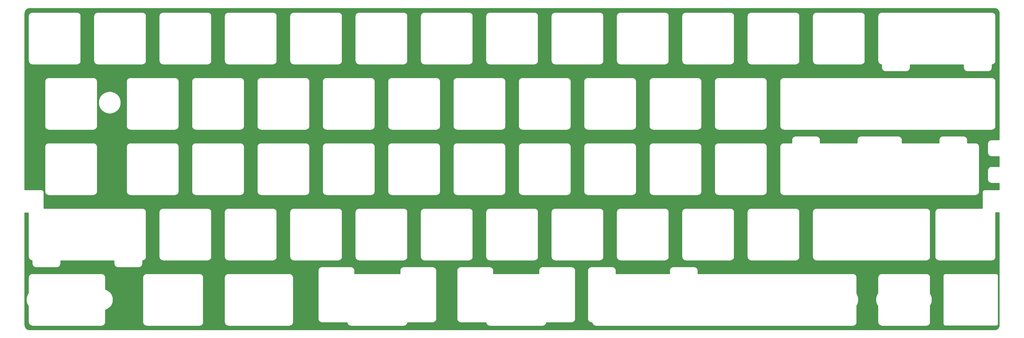
<source format=gbl>
%TF.GenerationSoftware,KiCad,Pcbnew,(5.1.6-0-10_14)*%
%TF.CreationDate,2020-08-10T19:33:14+09:00*%
%TF.ProjectId,keyplate,6b657970-6c61-4746-952e-6b696361645f,rev?*%
%TF.SameCoordinates,Original*%
%TF.FileFunction,Copper,L2,Bot*%
%TF.FilePolarity,Positive*%
%FSLAX46Y46*%
G04 Gerber Fmt 4.6, Leading zero omitted, Abs format (unit mm)*
G04 Created by KiCad (PCBNEW (5.1.6-0-10_14)) date 2020-08-10 19:33:14*
%MOMM*%
%LPD*%
G01*
G04 APERTURE LIST*
%TA.AperFunction,NonConductor*%
%ADD10C,0.254000*%
%TD*%
G04 APERTURE END LIST*
D10*
G36*
X318149733Y-3134134D02*
G01*
X318267762Y-3138673D01*
X318371112Y-3150599D01*
X318475645Y-3171648D01*
X318576941Y-3199487D01*
X318673513Y-3235877D01*
X318769588Y-3279742D01*
X318861263Y-3331486D01*
X318948447Y-3389295D01*
X319031418Y-3455386D01*
X319109160Y-3526512D01*
X319181133Y-3605203D01*
X319247320Y-3687407D01*
X319303086Y-3772199D01*
X319355373Y-3865500D01*
X319399282Y-3961433D01*
X319435825Y-4059116D01*
X319463847Y-4160605D01*
X319485219Y-4266495D01*
X319497837Y-4370008D01*
X319502305Y-4486970D01*
X319502306Y-41381591D01*
X317259304Y-41381591D01*
X317247259Y-41382772D01*
X317235176Y-41382032D01*
X317225970Y-41382433D01*
X317174893Y-41385016D01*
X317146409Y-41389271D01*
X317117631Y-41390421D01*
X317108512Y-41391750D01*
X317058904Y-41399332D01*
X317023369Y-41408383D01*
X316987202Y-41414405D01*
X316978320Y-41416861D01*
X316907210Y-41437055D01*
X316866044Y-41453232D01*
X316823954Y-41466856D01*
X316815531Y-41470595D01*
X316749143Y-41500621D01*
X316711523Y-41522285D01*
X316672584Y-41541509D01*
X316664793Y-41546430D01*
X316603976Y-41585438D01*
X316570353Y-41611969D01*
X316535057Y-41636240D01*
X316528051Y-41642227D01*
X316473657Y-41689368D01*
X316444329Y-41720289D01*
X316413019Y-41749195D01*
X316406939Y-41756119D01*
X316359819Y-41810543D01*
X316335086Y-41845493D01*
X316308105Y-41878752D01*
X316303080Y-41886477D01*
X316264085Y-41947334D01*
X316244349Y-41985984D01*
X316222186Y-42023291D01*
X316218333Y-42031662D01*
X316188314Y-42098105D01*
X316174135Y-42139963D01*
X316157407Y-42180875D01*
X316154830Y-42189723D01*
X316134638Y-42260900D01*
X316128125Y-42296961D01*
X316118595Y-42332332D01*
X316117141Y-42341432D01*
X316109560Y-42391094D01*
X316108015Y-42419808D01*
X316103371Y-42448195D01*
X316102842Y-42457395D01*
X316100259Y-42508534D01*
X316100830Y-42520604D01*
X316099483Y-42532613D01*
X316099419Y-42541828D01*
X316099419Y-45141794D01*
X316100600Y-45153839D01*
X316099860Y-45165922D01*
X316100261Y-45175129D01*
X316102844Y-45226204D01*
X316107097Y-45254678D01*
X316108247Y-45283454D01*
X316109576Y-45292572D01*
X316117157Y-45342181D01*
X316126205Y-45377705D01*
X316132227Y-45413879D01*
X316134683Y-45422761D01*
X316154875Y-45493870D01*
X316171041Y-45535010D01*
X316184657Y-45577090D01*
X316188396Y-45585513D01*
X316218415Y-45651901D01*
X316240064Y-45689504D01*
X316259274Y-45728428D01*
X316264194Y-45736220D01*
X316303189Y-45797037D01*
X316329704Y-45830650D01*
X316353952Y-45865929D01*
X316359937Y-45872936D01*
X316407057Y-45927330D01*
X316437957Y-45956651D01*
X316466844Y-45987958D01*
X316473767Y-45994040D01*
X316528161Y-46041160D01*
X316563093Y-46065894D01*
X316596337Y-46092880D01*
X316604060Y-46097908D01*
X316664877Y-46136903D01*
X316703523Y-46156651D01*
X316740825Y-46178827D01*
X316749195Y-46182682D01*
X316815584Y-46212701D01*
X316857456Y-46226899D01*
X316898379Y-46243643D01*
X316907226Y-46246222D01*
X316978336Y-46266414D01*
X317014416Y-46272940D01*
X317049817Y-46282484D01*
X317058917Y-46283940D01*
X317108525Y-46291521D01*
X317137267Y-46293072D01*
X317165680Y-46297723D01*
X317174880Y-46298252D01*
X317225957Y-46300836D01*
X317238052Y-46300265D01*
X317250089Y-46301615D01*
X317259304Y-46301679D01*
X319502305Y-46301679D01*
X319502305Y-49142683D01*
X317259304Y-49142683D01*
X317247259Y-49143864D01*
X317235176Y-49143124D01*
X317225970Y-49143525D01*
X317174893Y-49146108D01*
X317146409Y-49150363D01*
X317117631Y-49151513D01*
X317108512Y-49152842D01*
X317058904Y-49160424D01*
X317023369Y-49169475D01*
X316987202Y-49175497D01*
X316978320Y-49177953D01*
X316907210Y-49198147D01*
X316866044Y-49214324D01*
X316823954Y-49227948D01*
X316815531Y-49231687D01*
X316749143Y-49261713D01*
X316711523Y-49283377D01*
X316672584Y-49302601D01*
X316664793Y-49307522D01*
X316603976Y-49346530D01*
X316570353Y-49373061D01*
X316535057Y-49397332D01*
X316528051Y-49403319D01*
X316473657Y-49450460D01*
X316444329Y-49481381D01*
X316413019Y-49510287D01*
X316406939Y-49517211D01*
X316359819Y-49571635D01*
X316335086Y-49606585D01*
X316308105Y-49639844D01*
X316303080Y-49647569D01*
X316264085Y-49708426D01*
X316244349Y-49747076D01*
X316222186Y-49784383D01*
X316218333Y-49792754D01*
X316188314Y-49859197D01*
X316174135Y-49901055D01*
X316157407Y-49941967D01*
X316154830Y-49950815D01*
X316134638Y-50021992D01*
X316128125Y-50058053D01*
X316118595Y-50093424D01*
X316117141Y-50102524D01*
X316109560Y-50152186D01*
X316108015Y-50180900D01*
X316103371Y-50209287D01*
X316102842Y-50218487D01*
X316100259Y-50269626D01*
X316100830Y-50281696D01*
X316099483Y-50293705D01*
X316099419Y-50302920D01*
X316099419Y-52902886D01*
X316100600Y-52914931D01*
X316099860Y-52927014D01*
X316100261Y-52936221D01*
X316102844Y-52987296D01*
X316107097Y-53015770D01*
X316108247Y-53044546D01*
X316109576Y-53053664D01*
X316117157Y-53103273D01*
X316126207Y-53138805D01*
X316132228Y-53174973D01*
X316134684Y-53183855D01*
X316154875Y-53254964D01*
X316171044Y-53296111D01*
X316184657Y-53338181D01*
X316188396Y-53346604D01*
X316218415Y-53412992D01*
X316240064Y-53450595D01*
X316259274Y-53489519D01*
X316264194Y-53497311D01*
X316303189Y-53558128D01*
X316329704Y-53591741D01*
X316353948Y-53627015D01*
X316359933Y-53634022D01*
X316407053Y-53688417D01*
X316437950Y-53717736D01*
X316466844Y-53749050D01*
X316473767Y-53755132D01*
X316528161Y-53802252D01*
X316563093Y-53826986D01*
X316596337Y-53853972D01*
X316604060Y-53859000D01*
X316664877Y-53897995D01*
X316703523Y-53917743D01*
X316740825Y-53939919D01*
X316749195Y-53943774D01*
X316815584Y-53973793D01*
X316857456Y-53987991D01*
X316898379Y-54004735D01*
X316907226Y-54007314D01*
X316978336Y-54027506D01*
X317014416Y-54034032D01*
X317049817Y-54043576D01*
X317058917Y-54045032D01*
X317108525Y-54052613D01*
X317137267Y-54054164D01*
X317165680Y-54058815D01*
X317174880Y-54059344D01*
X317225957Y-54061928D01*
X317238052Y-54061357D01*
X317250089Y-54062707D01*
X317259304Y-54062771D01*
X319502305Y-54062771D01*
X319502305Y-55977029D01*
X315224803Y-55977029D01*
X315192384Y-55973836D01*
X315063001Y-55986579D01*
X314938591Y-56024319D01*
X314823934Y-56085604D01*
X314723436Y-56168081D01*
X314640959Y-56268580D01*
X314579674Y-56383237D01*
X314541934Y-56507647D01*
X314532384Y-56604611D01*
X314532385Y-61336063D01*
X301909665Y-61336063D01*
X301892825Y-61337722D01*
X301857527Y-61339530D01*
X301825166Y-61344385D01*
X301812974Y-61345586D01*
X301783204Y-61347577D01*
X301774124Y-61349150D01*
X301700638Y-61362407D01*
X301657372Y-61374672D01*
X301613457Y-61384356D01*
X301604715Y-61387270D01*
X301535241Y-61410971D01*
X301495323Y-61429110D01*
X301454336Y-61444722D01*
X301446115Y-61448885D01*
X301381528Y-61482153D01*
X301345495Y-61505421D01*
X301308017Y-61526282D01*
X301300477Y-61531581D01*
X301241657Y-61573539D01*
X301209790Y-61601339D01*
X301176110Y-61626946D01*
X301169398Y-61633260D01*
X301117219Y-61683029D01*
X301089659Y-61715009D01*
X301059999Y-61745062D01*
X301054247Y-61752262D01*
X301009588Y-61808967D01*
X300986601Y-61844880D01*
X300961281Y-61879200D01*
X300956616Y-61887147D01*
X300920354Y-61949910D01*
X300902372Y-61989518D01*
X300881909Y-62027901D01*
X300878447Y-62036441D01*
X300851459Y-62104384D01*
X300839119Y-62147238D01*
X300824217Y-62189278D01*
X300822064Y-62198238D01*
X300805228Y-62270484D01*
X300800366Y-62307328D01*
X300792467Y-62343655D01*
X300791462Y-62352816D01*
X300786312Y-62402938D01*
X300786220Y-62422703D01*
X300785894Y-62426010D01*
X300783373Y-62444248D01*
X300783072Y-62453458D01*
X300783030Y-62455092D01*
X300782199Y-62463530D01*
X300782200Y-75528548D01*
X300783856Y-75545366D01*
X300785666Y-75580686D01*
X300790524Y-75613062D01*
X300791720Y-75625210D01*
X300793713Y-75655008D01*
X300795286Y-75664088D01*
X300808543Y-75737573D01*
X300820803Y-75780822D01*
X300830491Y-75824754D01*
X300833406Y-75833496D01*
X300857107Y-75902971D01*
X300875246Y-75942889D01*
X300890858Y-75983876D01*
X300895021Y-75992097D01*
X300928288Y-76056684D01*
X300951563Y-76092727D01*
X300972418Y-76130195D01*
X300977717Y-76137734D01*
X301019675Y-76196555D01*
X301047475Y-76228422D01*
X301073082Y-76262102D01*
X301079396Y-76268814D01*
X301129164Y-76320993D01*
X301161149Y-76348557D01*
X301191198Y-76378213D01*
X301198398Y-76383965D01*
X301255103Y-76428624D01*
X301291016Y-76451611D01*
X301325336Y-76476931D01*
X301333283Y-76481596D01*
X301396046Y-76517858D01*
X301435648Y-76535837D01*
X301474037Y-76556304D01*
X301482577Y-76559765D01*
X301550521Y-76586753D01*
X301593371Y-76599092D01*
X301635414Y-76613995D01*
X301644374Y-76616148D01*
X301716620Y-76632984D01*
X301753464Y-76637846D01*
X301789791Y-76645745D01*
X301798952Y-76646750D01*
X301849074Y-76651900D01*
X301868827Y-76651992D01*
X301872127Y-76652317D01*
X301890358Y-76654838D01*
X301899568Y-76655139D01*
X301901209Y-76655181D01*
X301909665Y-76656014D01*
X317355576Y-76656014D01*
X317372389Y-76654358D01*
X317407747Y-76652548D01*
X317436518Y-76648232D01*
X317465590Y-76647026D01*
X317474707Y-76645683D01*
X317524154Y-76638049D01*
X317559852Y-76628899D01*
X317596203Y-76622768D01*
X317605080Y-76620293D01*
X317676057Y-76599976D01*
X317717157Y-76583725D01*
X317759196Y-76570025D01*
X317767611Y-76566269D01*
X317833979Y-76536092D01*
X317871350Y-76514471D01*
X317910042Y-76495308D01*
X317917826Y-76490377D01*
X317978708Y-76451219D01*
X318012003Y-76424878D01*
X318046986Y-76400816D01*
X318053991Y-76394828D01*
X318108512Y-76347565D01*
X318137555Y-76316938D01*
X318168605Y-76288334D01*
X318174693Y-76281416D01*
X318221975Y-76226926D01*
X318246541Y-76192293D01*
X318273372Y-76159365D01*
X318278414Y-76151651D01*
X318317585Y-76090810D01*
X318337308Y-76052391D01*
X318359477Y-76015310D01*
X318363353Y-76006950D01*
X318393537Y-75940636D01*
X318407848Y-75898775D01*
X318424699Y-75857871D01*
X318427299Y-75849031D01*
X318447619Y-75778122D01*
X318455795Y-75733530D01*
X318466546Y-75689482D01*
X318467783Y-75680350D01*
X318477364Y-75605722D01*
X318478051Y-75582801D01*
X318479697Y-75566086D01*
X318482218Y-75547855D01*
X318482519Y-75538645D01*
X318482561Y-75537004D01*
X318483394Y-75528548D01*
X318483394Y-62656063D01*
X319502305Y-62656063D01*
X319502305Y-95388126D01*
X319497858Y-95503231D01*
X319485218Y-95606692D01*
X319463849Y-95712811D01*
X319435686Y-95814575D01*
X319399179Y-95912863D01*
X319355829Y-96007103D01*
X319303283Y-96100624D01*
X319246561Y-96186870D01*
X319179890Y-96270387D01*
X319110273Y-96346734D01*
X319033139Y-96416365D01*
X318947964Y-96484213D01*
X318861264Y-96541934D01*
X318770176Y-96593113D01*
X318671610Y-96638115D01*
X318574925Y-96675248D01*
X318477755Y-96701953D01*
X318373292Y-96722272D01*
X318267757Y-96734449D01*
X318149719Y-96738989D01*
X36804956Y-96741106D01*
X36685844Y-96734949D01*
X36575978Y-96722272D01*
X36472089Y-96702065D01*
X36375188Y-96675248D01*
X36276918Y-96637778D01*
X36179095Y-96593114D01*
X36088007Y-96541936D01*
X36001298Y-96484209D01*
X35916127Y-96416364D01*
X35838995Y-96346734D01*
X35770545Y-96271666D01*
X35703559Y-96186851D01*
X35645073Y-96099004D01*
X35593439Y-96007104D01*
X35550088Y-95912862D01*
X35513584Y-95814582D01*
X35485422Y-95712821D01*
X35464485Y-95608853D01*
X35452296Y-95503215D01*
X35446963Y-95385877D01*
X35446963Y-88007376D01*
X35816765Y-88007376D01*
X35816810Y-88016591D01*
X35817525Y-88076944D01*
X35817879Y-88080165D01*
X35817633Y-88083395D01*
X35817897Y-88092606D01*
X35820033Y-88152608D01*
X35820463Y-88155811D01*
X35820293Y-88159046D01*
X35820775Y-88168248D01*
X35824316Y-88227883D01*
X35824819Y-88231062D01*
X35824727Y-88234277D01*
X35825427Y-88243466D01*
X35830355Y-88302719D01*
X35830933Y-88305884D01*
X35830917Y-88309106D01*
X35831834Y-88318275D01*
X35838135Y-88377129D01*
X35838785Y-88380263D01*
X35838844Y-88383459D01*
X35839977Y-88392604D01*
X35847633Y-88451042D01*
X35848353Y-88454147D01*
X35848488Y-88457337D01*
X35849837Y-88466453D01*
X35858833Y-88524461D01*
X35859625Y-88527540D01*
X35859833Y-88530709D01*
X35861396Y-88539791D01*
X35871716Y-88597351D01*
X35872572Y-88600382D01*
X35872853Y-88603528D01*
X35874629Y-88612571D01*
X35886256Y-88669669D01*
X35887179Y-88672669D01*
X35887532Y-88675786D01*
X35889519Y-88684785D01*
X35902437Y-88741404D01*
X35903427Y-88744372D01*
X35903851Y-88747468D01*
X35906048Y-88756418D01*
X35920242Y-88812541D01*
X35921290Y-88815452D01*
X35921781Y-88818510D01*
X35924187Y-88827406D01*
X35939639Y-88883018D01*
X35940749Y-88885890D01*
X35941308Y-88888919D01*
X35943919Y-88897757D01*
X35960614Y-88952842D01*
X35961784Y-88955671D01*
X35962410Y-88958672D01*
X35965226Y-88967446D01*
X35983148Y-89021988D01*
X35984370Y-89024761D01*
X35985060Y-89027721D01*
X35988078Y-89036428D01*
X36007210Y-89090411D01*
X36008490Y-89093142D01*
X36009244Y-89096070D01*
X36012462Y-89104705D01*
X36032789Y-89158113D01*
X36034123Y-89160795D01*
X36034935Y-89163675D01*
X36038350Y-89172234D01*
X36059855Y-89225050D01*
X36061241Y-89227684D01*
X36062114Y-89230527D01*
X36065725Y-89239006D01*
X36088392Y-89291214D01*
X36089825Y-89293792D01*
X36090757Y-89296597D01*
X36094561Y-89304990D01*
X36118374Y-89356576D01*
X36119855Y-89359102D01*
X36120844Y-89361867D01*
X36124839Y-89370172D01*
X36149782Y-89421119D01*
X36151307Y-89423590D01*
X36152350Y-89426308D01*
X36156532Y-89434519D01*
X36182588Y-89484811D01*
X36184165Y-89487240D01*
X36185262Y-89489917D01*
X36189629Y-89498031D01*
X36216783Y-89547653D01*
X36218405Y-89550032D01*
X36219557Y-89552670D01*
X36224107Y-89560683D01*
X36252343Y-89609616D01*
X36253999Y-89611930D01*
X36255199Y-89614518D01*
X36259929Y-89622427D01*
X36289229Y-89670657D01*
X36290932Y-89672926D01*
X36292184Y-89675475D01*
X36297091Y-89683275D01*
X36327440Y-89730786D01*
X36329188Y-89733010D01*
X36330495Y-89735525D01*
X36335576Y-89743213D01*
X36366959Y-89789989D01*
X36368740Y-89792153D01*
X36370090Y-89794614D01*
X36375343Y-89802186D01*
X36407741Y-89848210D01*
X36409567Y-89850330D01*
X36410966Y-89852750D01*
X36416386Y-89860202D01*
X36449785Y-89905458D01*
X36451649Y-89907527D01*
X36453099Y-89909910D01*
X36458685Y-89917239D01*
X36464110Y-89924256D01*
X36464111Y-94578501D01*
X36465767Y-94595319D01*
X36467577Y-94630639D01*
X36472435Y-94663015D01*
X36473631Y-94675163D01*
X36475624Y-94704961D01*
X36477197Y-94714041D01*
X36490454Y-94787526D01*
X36502715Y-94830781D01*
X36512403Y-94874710D01*
X36515318Y-94883452D01*
X36539019Y-94952927D01*
X36557160Y-94992850D01*
X36572769Y-95033828D01*
X36576932Y-95042049D01*
X36610199Y-95106636D01*
X36633471Y-95142674D01*
X36654326Y-95180143D01*
X36659625Y-95187682D01*
X36701583Y-95246504D01*
X36729385Y-95278373D01*
X36754993Y-95312055D01*
X36761307Y-95318767D01*
X36811075Y-95370946D01*
X36843060Y-95398510D01*
X36873109Y-95428166D01*
X36880309Y-95433918D01*
X36937014Y-95478577D01*
X36972927Y-95501564D01*
X37007247Y-95526884D01*
X37015194Y-95531549D01*
X37077957Y-95567811D01*
X37117559Y-95585790D01*
X37155948Y-95606257D01*
X37164488Y-95609718D01*
X37232432Y-95636706D01*
X37275282Y-95649045D01*
X37317325Y-95663948D01*
X37326285Y-95666101D01*
X37398531Y-95682937D01*
X37435375Y-95687799D01*
X37471702Y-95695698D01*
X37480863Y-95696703D01*
X37530985Y-95701853D01*
X37550738Y-95701945D01*
X37554038Y-95702270D01*
X37572269Y-95704791D01*
X37581479Y-95705092D01*
X37583120Y-95705134D01*
X37591576Y-95705967D01*
X57799974Y-95705967D01*
X57816787Y-95704311D01*
X57852145Y-95702501D01*
X57880916Y-95698185D01*
X57909988Y-95696979D01*
X57919105Y-95695636D01*
X57968552Y-95688002D01*
X58004254Y-95678851D01*
X58040607Y-95672719D01*
X58049484Y-95670245D01*
X58120462Y-95649927D01*
X58161570Y-95633672D01*
X58203591Y-95619978D01*
X58212006Y-95616223D01*
X58278373Y-95586047D01*
X58315746Y-95564425D01*
X58354442Y-95545260D01*
X58362227Y-95540328D01*
X58423109Y-95501170D01*
X58456404Y-95474828D01*
X58491390Y-95450764D01*
X58498395Y-95444776D01*
X58552914Y-95397513D01*
X58581948Y-95366894D01*
X58612998Y-95338292D01*
X58619086Y-95331374D01*
X58666370Y-95276883D01*
X58690941Y-95242243D01*
X58717768Y-95209321D01*
X58722811Y-95201607D01*
X58761981Y-95140768D01*
X58781706Y-95102345D01*
X58803876Y-95065263D01*
X58807752Y-95056903D01*
X58837936Y-94990589D01*
X58852247Y-94948728D01*
X58869098Y-94907824D01*
X58871698Y-94898984D01*
X58892018Y-94828075D01*
X58900194Y-94783483D01*
X58910945Y-94739435D01*
X58912182Y-94730303D01*
X58921763Y-94655675D01*
X58922450Y-94632754D01*
X58924096Y-94616039D01*
X58926617Y-94597808D01*
X58926918Y-94588598D01*
X58926960Y-94586957D01*
X58927793Y-94578501D01*
X58927793Y-91037967D01*
X58928469Y-91037757D01*
X59038661Y-91002740D01*
X59048566Y-90998489D01*
X59059027Y-90995901D01*
X59067692Y-90992765D01*
X59175618Y-90952854D01*
X59185228Y-90948189D01*
X59195475Y-90945145D01*
X59203986Y-90941611D01*
X59309515Y-90896939D01*
X59318832Y-90891871D01*
X59328854Y-90888385D01*
X59337193Y-90884465D01*
X59440193Y-90835161D01*
X59449194Y-90829714D01*
X59458965Y-90825806D01*
X59467116Y-90821508D01*
X59567458Y-90767705D01*
X59576142Y-90761891D01*
X59585656Y-90757574D01*
X59593603Y-90752910D01*
X59691153Y-90694738D01*
X59699507Y-90688577D01*
X59708759Y-90683862D01*
X59716487Y-90678843D01*
X59811114Y-90616436D01*
X59819143Y-90609933D01*
X59828125Y-90604832D01*
X59835619Y-90599468D01*
X59927192Y-90532954D01*
X59934880Y-90526130D01*
X59943582Y-90520656D01*
X59950827Y-90514961D01*
X60039214Y-90444474D01*
X60046563Y-90437334D01*
X60054985Y-90431493D01*
X60061966Y-90425478D01*
X60147037Y-90351148D01*
X60154049Y-90343696D01*
X60162189Y-90337491D01*
X60168894Y-90331169D01*
X60250514Y-90253127D01*
X60257174Y-90245379D01*
X60265020Y-90238823D01*
X60271435Y-90232207D01*
X60349477Y-90150585D01*
X60355792Y-90142536D01*
X60363338Y-90135632D01*
X60369450Y-90128735D01*
X60443781Y-90043664D01*
X60449739Y-90035325D01*
X60456987Y-90028070D01*
X60462782Y-90020905D01*
X60533269Y-89932517D01*
X60538865Y-89923891D01*
X60545797Y-89916297D01*
X60551264Y-89908879D01*
X60617778Y-89817304D01*
X60623004Y-89808393D01*
X60629620Y-89800454D01*
X60634747Y-89792797D01*
X60697154Y-89698167D01*
X60701996Y-89688985D01*
X60708275Y-89680715D01*
X60713049Y-89672833D01*
X60771220Y-89575280D01*
X60775671Y-89565824D01*
X60781610Y-89557215D01*
X60786021Y-89549124D01*
X60839822Y-89448779D01*
X60843867Y-89439061D01*
X60849440Y-89430134D01*
X60853477Y-89421849D01*
X60902779Y-89318842D01*
X60906403Y-89308874D01*
X60911601Y-89299626D01*
X60915252Y-89291165D01*
X60959922Y-89185629D01*
X60963109Y-89175422D01*
X60967911Y-89165871D01*
X60971167Y-89157250D01*
X61011074Y-89049316D01*
X61013806Y-89038894D01*
X61018196Y-89029047D01*
X61021047Y-89020284D01*
X61056060Y-88910084D01*
X61058324Y-88899455D01*
X61062280Y-88889333D01*
X61064718Y-88880447D01*
X61094704Y-88768110D01*
X61096480Y-88757317D01*
X61099981Y-88746946D01*
X61101999Y-88737954D01*
X61126829Y-88623612D01*
X61128105Y-88612667D01*
X61131134Y-88602066D01*
X61132725Y-88592989D01*
X61152265Y-88476775D01*
X61153027Y-88465722D01*
X61155563Y-88454933D01*
X61156722Y-88445791D01*
X61170843Y-88327835D01*
X61171081Y-88316697D01*
X61173111Y-88305745D01*
X61173834Y-88296558D01*
X61182402Y-88176992D01*
X61182109Y-88165829D01*
X61183619Y-88154760D01*
X61183902Y-88145549D01*
X61186788Y-88024505D01*
X61185964Y-88013377D01*
X61186944Y-88002255D01*
X61186788Y-87993041D01*
X61183902Y-87871996D01*
X61182548Y-87860916D01*
X61182997Y-87849749D01*
X61182402Y-87840553D01*
X61173834Y-87720987D01*
X61171958Y-87710010D01*
X61171875Y-87698867D01*
X61170843Y-87689710D01*
X61156722Y-87571754D01*
X61154338Y-87560934D01*
X61153730Y-87549868D01*
X61152265Y-87540770D01*
X61132725Y-87424556D01*
X61129846Y-87413919D01*
X61128722Y-87402951D01*
X61126829Y-87393933D01*
X61101999Y-87279591D01*
X61098645Y-87269178D01*
X61097019Y-87258355D01*
X61094704Y-87249435D01*
X61064718Y-87137098D01*
X61060905Y-87126924D01*
X61058789Y-87116263D01*
X61056060Y-87107461D01*
X61021047Y-86997261D01*
X61016798Y-86987361D01*
X61014210Y-86976894D01*
X61011074Y-86968229D01*
X60971167Y-86860295D01*
X60966500Y-86850680D01*
X60963455Y-86840427D01*
X60959922Y-86831916D01*
X60915252Y-86726380D01*
X60910183Y-86717061D01*
X60906699Y-86707042D01*
X60902779Y-86698703D01*
X60853477Y-86595696D01*
X60848029Y-86586693D01*
X60844120Y-86576918D01*
X60839822Y-86568766D01*
X60786021Y-86468421D01*
X60780206Y-86459734D01*
X60775885Y-86450212D01*
X60771220Y-86442265D01*
X60713049Y-86344712D01*
X60706890Y-86336361D01*
X60702174Y-86327106D01*
X60697154Y-86319378D01*
X60634747Y-86224748D01*
X60628245Y-86216720D01*
X60623142Y-86207734D01*
X60617778Y-86200241D01*
X60551264Y-86108666D01*
X60544441Y-86100979D01*
X60538964Y-86092272D01*
X60533269Y-86085028D01*
X60462782Y-85996640D01*
X60455640Y-85989288D01*
X60449796Y-85980863D01*
X60443781Y-85973881D01*
X60369450Y-85888810D01*
X60362001Y-85881801D01*
X60355799Y-85873665D01*
X60349477Y-85866960D01*
X60271435Y-85785338D01*
X60263684Y-85778675D01*
X60257131Y-85770833D01*
X60250514Y-85764418D01*
X60168894Y-85686376D01*
X60160843Y-85680060D01*
X60153935Y-85672509D01*
X60147037Y-85666397D01*
X60061966Y-85592067D01*
X60053631Y-85586112D01*
X60046379Y-85578867D01*
X60039214Y-85573071D01*
X59950827Y-85502584D01*
X59942203Y-85496990D01*
X59934610Y-85490058D01*
X59927192Y-85484591D01*
X59835619Y-85418077D01*
X59826709Y-85412851D01*
X59818771Y-85406236D01*
X59811114Y-85401109D01*
X59716487Y-85338702D01*
X59707304Y-85333859D01*
X59699035Y-85327581D01*
X59691153Y-85322807D01*
X59593603Y-85264635D01*
X59584152Y-85260186D01*
X59575549Y-85254251D01*
X59567458Y-85249840D01*
X59467116Y-85196037D01*
X59457401Y-85191993D01*
X59448477Y-85186421D01*
X59440193Y-85182384D01*
X59337193Y-85133080D01*
X59327222Y-85129455D01*
X59317976Y-85124257D01*
X59309515Y-85120606D01*
X59203986Y-85075934D01*
X59193788Y-85072749D01*
X59184238Y-85067947D01*
X59175618Y-85064691D01*
X59067692Y-85024780D01*
X59057270Y-85022047D01*
X59047424Y-85017657D01*
X59038661Y-85014805D01*
X58928469Y-84979788D01*
X58927793Y-84979644D01*
X58927793Y-81513482D01*
X69801527Y-81513482D01*
X69801528Y-94578501D01*
X69803184Y-94595319D01*
X69804994Y-94630639D01*
X69809852Y-94663015D01*
X69811048Y-94675163D01*
X69813041Y-94704961D01*
X69814614Y-94714041D01*
X69827871Y-94787526D01*
X69840132Y-94830781D01*
X69849820Y-94874710D01*
X69852735Y-94883452D01*
X69876436Y-94952927D01*
X69894577Y-94992850D01*
X69910186Y-95033828D01*
X69914349Y-95042049D01*
X69947616Y-95106636D01*
X69970882Y-95142665D01*
X69991738Y-95180137D01*
X69997037Y-95187676D01*
X70038994Y-95246498D01*
X70066806Y-95278380D01*
X70092413Y-95312059D01*
X70098727Y-95318772D01*
X70148497Y-95370951D01*
X70180478Y-95398511D01*
X70210526Y-95428166D01*
X70217726Y-95433918D01*
X70274431Y-95478577D01*
X70310344Y-95501564D01*
X70344660Y-95526881D01*
X70352607Y-95531547D01*
X70415369Y-95567809D01*
X70454972Y-95585789D01*
X70493364Y-95606257D01*
X70501904Y-95609718D01*
X70569848Y-95636706D01*
X70612698Y-95649045D01*
X70654741Y-95663948D01*
X70663701Y-95666101D01*
X70735947Y-95682937D01*
X70772791Y-95687799D01*
X70809118Y-95695698D01*
X70818279Y-95696703D01*
X70868401Y-95701853D01*
X70888154Y-95701945D01*
X70891454Y-95702270D01*
X70909685Y-95704791D01*
X70918895Y-95705092D01*
X70920536Y-95705134D01*
X70928992Y-95705967D01*
X86374903Y-95705967D01*
X86391716Y-95704311D01*
X86427074Y-95702501D01*
X86455845Y-95698185D01*
X86484917Y-95696979D01*
X86494034Y-95695636D01*
X86543481Y-95688002D01*
X86579183Y-95678851D01*
X86615536Y-95672719D01*
X86624413Y-95670245D01*
X86695391Y-95649927D01*
X86736499Y-95633672D01*
X86778520Y-95619978D01*
X86786935Y-95616223D01*
X86853302Y-95586047D01*
X86890675Y-95564425D01*
X86929371Y-95545260D01*
X86937156Y-95540328D01*
X86998038Y-95501170D01*
X87031333Y-95474828D01*
X87066319Y-95450764D01*
X87073324Y-95444776D01*
X87127843Y-95397513D01*
X87156877Y-95366894D01*
X87187927Y-95338292D01*
X87194015Y-95331374D01*
X87241299Y-95276883D01*
X87265870Y-95242243D01*
X87292697Y-95209321D01*
X87297740Y-95201607D01*
X87336910Y-95140768D01*
X87356635Y-95102345D01*
X87378805Y-95065263D01*
X87382681Y-95056903D01*
X87412865Y-94990589D01*
X87427176Y-94948728D01*
X87444027Y-94907824D01*
X87446627Y-94898984D01*
X87466947Y-94828075D01*
X87475123Y-94783483D01*
X87485874Y-94739435D01*
X87487111Y-94730303D01*
X87496692Y-94655675D01*
X87497379Y-94632754D01*
X87499025Y-94616039D01*
X87501546Y-94597808D01*
X87501847Y-94588598D01*
X87501889Y-94586957D01*
X87502722Y-94578501D01*
X87502722Y-81513482D01*
X93613967Y-81513482D01*
X93613968Y-94578501D01*
X93615624Y-94595319D01*
X93617434Y-94630639D01*
X93622292Y-94663015D01*
X93623488Y-94675163D01*
X93625481Y-94704961D01*
X93627054Y-94714041D01*
X93640311Y-94787526D01*
X93652572Y-94830781D01*
X93662260Y-94874710D01*
X93665175Y-94883452D01*
X93688876Y-94952927D01*
X93707017Y-94992850D01*
X93722626Y-95033828D01*
X93726789Y-95042049D01*
X93760056Y-95106636D01*
X93783328Y-95142674D01*
X93804183Y-95180143D01*
X93809482Y-95187682D01*
X93851440Y-95246504D01*
X93879242Y-95278373D01*
X93904850Y-95312055D01*
X93911164Y-95318767D01*
X93960932Y-95370946D01*
X93992917Y-95398510D01*
X94022966Y-95428166D01*
X94030166Y-95433918D01*
X94086871Y-95478577D01*
X94122784Y-95501564D01*
X94157104Y-95526884D01*
X94165051Y-95531549D01*
X94227814Y-95567811D01*
X94267416Y-95585790D01*
X94305805Y-95606257D01*
X94314345Y-95609718D01*
X94382289Y-95636706D01*
X94425139Y-95649045D01*
X94467182Y-95663948D01*
X94476142Y-95666101D01*
X94548388Y-95682937D01*
X94585232Y-95687799D01*
X94621559Y-95695698D01*
X94630720Y-95696703D01*
X94680842Y-95701853D01*
X94700595Y-95701945D01*
X94703895Y-95702270D01*
X94722126Y-95704791D01*
X94731336Y-95705092D01*
X94732977Y-95705134D01*
X94741433Y-95705967D01*
X112568588Y-95705967D01*
X112585401Y-95704311D01*
X112620759Y-95702501D01*
X112649530Y-95698185D01*
X112678602Y-95696979D01*
X112687719Y-95695636D01*
X112737166Y-95688002D01*
X112772875Y-95678849D01*
X112809223Y-95672718D01*
X112818100Y-95670244D01*
X112889077Y-95649926D01*
X112930175Y-95633675D01*
X112972200Y-95619980D01*
X112980615Y-95616224D01*
X113046983Y-95586048D01*
X113084353Y-95564428D01*
X113123060Y-95545257D01*
X113130845Y-95540326D01*
X113191726Y-95501167D01*
X113225016Y-95474829D01*
X113259998Y-95450768D01*
X113267003Y-95444780D01*
X113321524Y-95397517D01*
X113350567Y-95366890D01*
X113381617Y-95338286D01*
X113387705Y-95331368D01*
X113434987Y-95276878D01*
X113459553Y-95242245D01*
X113486381Y-95209321D01*
X113491424Y-95201607D01*
X113530594Y-95140768D01*
X113550319Y-95102345D01*
X113572489Y-95065263D01*
X113576365Y-95056903D01*
X113606549Y-94990589D01*
X113620860Y-94948728D01*
X113637711Y-94907824D01*
X113640311Y-94898984D01*
X113660631Y-94828075D01*
X113668807Y-94783483D01*
X113679558Y-94739435D01*
X113680795Y-94730303D01*
X113690376Y-94655675D01*
X113691063Y-94632754D01*
X113692709Y-94616039D01*
X113695230Y-94597808D01*
X113695531Y-94588598D01*
X113695573Y-94586957D01*
X113696406Y-94578501D01*
X113696406Y-93562615D01*
X120893972Y-93562615D01*
X120894558Y-93570489D01*
X120894558Y-93578378D01*
X120896961Y-93602775D01*
X120899183Y-93632636D01*
X120898073Y-93659358D01*
X120903996Y-93697307D01*
X120904429Y-93703121D01*
X120908998Y-93729352D01*
X120913099Y-93755625D01*
X120914557Y-93761263D01*
X120921149Y-93799109D01*
X120930792Y-93824058D01*
X120934980Y-93840257D01*
X120938098Y-93864216D01*
X120951212Y-93903038D01*
X120953317Y-93911181D01*
X120961591Y-93933765D01*
X120969279Y-93956525D01*
X120972735Y-93964182D01*
X120986834Y-94002667D01*
X120999414Y-94023300D01*
X121026995Y-94084415D01*
X121075585Y-94168867D01*
X121084027Y-94178523D01*
X121099252Y-94198545D01*
X121114725Y-94224070D01*
X121120300Y-94231407D01*
X121131637Y-94246116D01*
X121133655Y-94249891D01*
X121148328Y-94267770D01*
X121152438Y-94273103D01*
X121154535Y-94275335D01*
X121170741Y-94295081D01*
X121173548Y-94299101D01*
X121179586Y-94306063D01*
X121182079Y-94308897D01*
X121195465Y-94325209D01*
X121275177Y-94404924D01*
X121300218Y-94425475D01*
X121300354Y-94425588D01*
X121302786Y-94427583D01*
X121350493Y-94466736D01*
X121360695Y-94472189D01*
X121367416Y-94476683D01*
X121391359Y-94496473D01*
X121399037Y-94501569D01*
X121443757Y-94530806D01*
X121470968Y-94545017D01*
X121496589Y-94561943D01*
X121504767Y-94566190D01*
X121537435Y-94582871D01*
X121557668Y-94596007D01*
X121648170Y-94632099D01*
X121755618Y-94663147D01*
X121784665Y-94674859D01*
X121817909Y-94681146D01*
X121819116Y-94681495D01*
X121849759Y-94687170D01*
X121880401Y-94692965D01*
X121881653Y-94693076D01*
X121914919Y-94699237D01*
X121946235Y-94698823D01*
X121992803Y-94702966D01*
X122022023Y-94705844D01*
X122025147Y-94705844D01*
X122028238Y-94706119D01*
X122057424Y-94705844D01*
X129343396Y-94705844D01*
X129345251Y-94721097D01*
X129348020Y-94733527D01*
X129355218Y-94778259D01*
X129362078Y-94796714D01*
X129368057Y-94823468D01*
X129375225Y-94855645D01*
X129375293Y-94855852D01*
X129375341Y-94856067D01*
X129385705Y-94887551D01*
X129389028Y-94897668D01*
X129391841Y-94913918D01*
X129409304Y-94959241D01*
X129414311Y-94974451D01*
X129420963Y-94989501D01*
X129426872Y-95004836D01*
X129434060Y-95019130D01*
X129453702Y-95063567D01*
X129463210Y-95077097D01*
X129487046Y-95124498D01*
X129539140Y-95206835D01*
X129548776Y-95216964D01*
X129559140Y-95229633D01*
X129565274Y-95239161D01*
X129571783Y-95251114D01*
X129634176Y-95325949D01*
X129667437Y-95358698D01*
X129676354Y-95370634D01*
X129713674Y-95404223D01*
X129726239Y-95416594D01*
X129737761Y-95425901D01*
X129748775Y-95435814D01*
X129762980Y-95446272D01*
X129802033Y-95477819D01*
X129805845Y-95479819D01*
X129808666Y-95482651D01*
X129850683Y-95510845D01*
X129865192Y-95521528D01*
X129877588Y-95528899D01*
X129889572Y-95536941D01*
X129905454Y-95545471D01*
X129948937Y-95571328D01*
X129949819Y-95571640D01*
X129954539Y-95575040D01*
X129994168Y-95593113D01*
X130003844Y-95598310D01*
X130023656Y-95606562D01*
X130043188Y-95615470D01*
X130053582Y-95619027D01*
X130093787Y-95635773D01*
X130114942Y-95640024D01*
X130134724Y-95646794D01*
X130163116Y-95659879D01*
X130196075Y-95667788D01*
X130197314Y-95668212D01*
X130227547Y-95675340D01*
X130257859Y-95682614D01*
X130259161Y-95682794D01*
X130292146Y-95690571D01*
X130318626Y-95691503D01*
X130319707Y-95691864D01*
X130380449Y-95699556D01*
X130408869Y-95703484D01*
X130412627Y-95703631D01*
X130416368Y-95704105D01*
X130445077Y-95704903D01*
X130452070Y-95705177D01*
X130460093Y-95705967D01*
X130472235Y-95705967D01*
X130506227Y-95707299D01*
X130513751Y-95706106D01*
X130515729Y-95705967D01*
X145906004Y-95705967D01*
X145922817Y-95704311D01*
X145958175Y-95702501D01*
X145986946Y-95698185D01*
X146016018Y-95696979D01*
X146025135Y-95695636D01*
X146074582Y-95688002D01*
X146110284Y-95678851D01*
X146146637Y-95672719D01*
X146155514Y-95670245D01*
X146226492Y-95649927D01*
X146267600Y-95633672D01*
X146309621Y-95619978D01*
X146318036Y-95616223D01*
X146384403Y-95586047D01*
X146421776Y-95564425D01*
X146460472Y-95545260D01*
X146468257Y-95540328D01*
X146529139Y-95501170D01*
X146562434Y-95474828D01*
X146597420Y-95450764D01*
X146604425Y-95444776D01*
X146658944Y-95397513D01*
X146687978Y-95366894D01*
X146719028Y-95338292D01*
X146725116Y-95331374D01*
X146772400Y-95276883D01*
X146796971Y-95242243D01*
X146823798Y-95209321D01*
X146828841Y-95201607D01*
X146868011Y-95140768D01*
X146887736Y-95102345D01*
X146909906Y-95065263D01*
X146913782Y-95056903D01*
X146943966Y-94990589D01*
X146958277Y-94948728D01*
X146975128Y-94907824D01*
X146977728Y-94898984D01*
X146998048Y-94828075D01*
X147006224Y-94783483D01*
X147016975Y-94739435D01*
X147018212Y-94730303D01*
X147021352Y-94705844D01*
X154344075Y-94705844D01*
X154360874Y-94704189D01*
X154396193Y-94702384D01*
X154424932Y-94698075D01*
X154453978Y-94696875D01*
X154463095Y-94695534D01*
X154512530Y-94687910D01*
X154548216Y-94678769D01*
X154584546Y-94672650D01*
X154593423Y-94670178D01*
X154664373Y-94649885D01*
X154705490Y-94633638D01*
X154747544Y-94619941D01*
X154755960Y-94616186D01*
X154822289Y-94586041D01*
X154859702Y-94564405D01*
X154898439Y-94545221D01*
X154906224Y-94540291D01*
X154967060Y-94501164D01*
X155000403Y-94474787D01*
X155035429Y-94450688D01*
X155042433Y-94444700D01*
X155096906Y-94397466D01*
X155125997Y-94366779D01*
X155157073Y-94338133D01*
X155163159Y-94331213D01*
X155210393Y-94276742D01*
X155234982Y-94242052D01*
X155261826Y-94209075D01*
X155266864Y-94201360D01*
X155305990Y-94140523D01*
X155325706Y-94102071D01*
X155347866Y-94064958D01*
X155351737Y-94056595D01*
X155381882Y-93990267D01*
X155396162Y-93948417D01*
X155412988Y-93907516D01*
X155415583Y-93898674D01*
X155435875Y-93827724D01*
X155442500Y-93791490D01*
X155452139Y-93755931D01*
X155453607Y-93746834D01*
X155461231Y-93697398D01*
X155462837Y-93668377D01*
X155467547Y-93639696D01*
X155468081Y-93630496D01*
X155469886Y-93595177D01*
X155471541Y-93578378D01*
X155471541Y-79552023D01*
X161374938Y-79552023D01*
X161375706Y-79565205D01*
X161375707Y-93578378D01*
X161377412Y-93595694D01*
X161379429Y-93633917D01*
X161384014Y-93664164D01*
X161385470Y-93694731D01*
X161386868Y-93703839D01*
X161394033Y-93748434D01*
X161395382Y-93770444D01*
X161420199Y-93864664D01*
X161468869Y-93995663D01*
X161479894Y-94025562D01*
X161480250Y-94026296D01*
X161480527Y-94027042D01*
X161494214Y-94055097D01*
X161513825Y-94095545D01*
X161514424Y-94096523D01*
X161523248Y-94114610D01*
X161534262Y-94129091D01*
X161553606Y-94161354D01*
X161556670Y-94165487D01*
X161564720Y-94178629D01*
X161570372Y-94184745D01*
X161572552Y-94188572D01*
X161583065Y-94209396D01*
X161643099Y-94286137D01*
X161702542Y-94348425D01*
X161715936Y-94366651D01*
X161747320Y-94395347D01*
X161754185Y-94402540D01*
X161771235Y-94417212D01*
X161787843Y-94432398D01*
X161795807Y-94438358D01*
X161828036Y-94466094D01*
X161839249Y-94472429D01*
X161845360Y-94478556D01*
X161885068Y-94505166D01*
X161897255Y-94514287D01*
X161911985Y-94523204D01*
X161926299Y-94532796D01*
X161939721Y-94539994D01*
X161980606Y-94564743D01*
X161996887Y-94570649D01*
X162001494Y-94573119D01*
X162027780Y-94587463D01*
X162029996Y-94588404D01*
X162032123Y-94589544D01*
X162059829Y-94601064D01*
X162092474Y-94614918D01*
X162113508Y-94627088D01*
X162152181Y-94640256D01*
X162159785Y-94643483D01*
X162182833Y-94650693D01*
X162205741Y-94658493D01*
X162213799Y-94660380D01*
X162252774Y-94672572D01*
X162270336Y-94674455D01*
X162282582Y-94679193D01*
X162328002Y-94687121D01*
X162341191Y-94690209D01*
X162359938Y-94692695D01*
X162378564Y-94695946D01*
X162392068Y-94696956D01*
X162437778Y-94703017D01*
X162456749Y-94701791D01*
X162478643Y-94703428D01*
X162503172Y-94705844D01*
X162510957Y-94705844D01*
X162518715Y-94706424D01*
X162543332Y-94705844D01*
X169824152Y-94705844D01*
X169828220Y-94729146D01*
X169832287Y-94755246D01*
X169833792Y-94761073D01*
X169840428Y-94799092D01*
X169850008Y-94823854D01*
X169873196Y-94913627D01*
X169906692Y-95005121D01*
X169916063Y-95020498D01*
X169917343Y-95023483D01*
X169931269Y-95048801D01*
X169942387Y-95075479D01*
X169946802Y-95083568D01*
X169955465Y-95099182D01*
X169961963Y-95115771D01*
X169994290Y-95166244D01*
X170008728Y-95189561D01*
X170011793Y-95193571D01*
X170014513Y-95197818D01*
X170031492Y-95219345D01*
X170067894Y-95266973D01*
X170071700Y-95270324D01*
X170113932Y-95323868D01*
X170181479Y-95394087D01*
X170193541Y-95402490D01*
X170194101Y-95403022D01*
X170216452Y-95420471D01*
X170236767Y-95440267D01*
X170244004Y-95445973D01*
X170284244Y-95477253D01*
X170306850Y-95491522D01*
X170315109Y-95498167D01*
X170324754Y-95507201D01*
X170407495Y-95558653D01*
X170446608Y-95577941D01*
X170462109Y-95588502D01*
X170504779Y-95606628D01*
X170517152Y-95612730D01*
X170534614Y-95619302D01*
X170551786Y-95626597D01*
X170564949Y-95630720D01*
X170608340Y-95647051D01*
X170626848Y-95650107D01*
X170707146Y-95675256D01*
X170802531Y-95695123D01*
X170819886Y-95695279D01*
X170822237Y-95695642D01*
X170851239Y-95697250D01*
X170879915Y-95701964D01*
X170889115Y-95702499D01*
X170924393Y-95704308D01*
X170941242Y-95705967D01*
X186387153Y-95705967D01*
X186403966Y-95704311D01*
X186439324Y-95702501D01*
X186468095Y-95698185D01*
X186497167Y-95696979D01*
X186506284Y-95695636D01*
X186555731Y-95688002D01*
X186591433Y-95678851D01*
X186627786Y-95672719D01*
X186636663Y-95670245D01*
X186707641Y-95649927D01*
X186748749Y-95633672D01*
X186790770Y-95619978D01*
X186799185Y-95616223D01*
X186865552Y-95586047D01*
X186902925Y-95564425D01*
X186941621Y-95545260D01*
X186949406Y-95540328D01*
X187010288Y-95501170D01*
X187043583Y-95474828D01*
X187078569Y-95450764D01*
X187085574Y-95444776D01*
X187140093Y-95397513D01*
X187169127Y-95366894D01*
X187200177Y-95338292D01*
X187206265Y-95331374D01*
X187253549Y-95276883D01*
X187278120Y-95242243D01*
X187304947Y-95209321D01*
X187309990Y-95201607D01*
X187349160Y-95140768D01*
X187368885Y-95102345D01*
X187391055Y-95065263D01*
X187394931Y-95056903D01*
X187425115Y-94990589D01*
X187439426Y-94948728D01*
X187456277Y-94907824D01*
X187458877Y-94898984D01*
X187479197Y-94828075D01*
X187487373Y-94783483D01*
X187498124Y-94739435D01*
X187499361Y-94730303D01*
X187502501Y-94705844D01*
X194825224Y-94705844D01*
X194842023Y-94704189D01*
X194877342Y-94702384D01*
X194906081Y-94698075D01*
X194935127Y-94696875D01*
X194944244Y-94695534D01*
X194993679Y-94687910D01*
X195029365Y-94678769D01*
X195065695Y-94672650D01*
X195074572Y-94670178D01*
X195145522Y-94649885D01*
X195186639Y-94633638D01*
X195228693Y-94619941D01*
X195237109Y-94616186D01*
X195303438Y-94586041D01*
X195340851Y-94564405D01*
X195379588Y-94545221D01*
X195387373Y-94540291D01*
X195448209Y-94501164D01*
X195481548Y-94474790D01*
X195516583Y-94450685D01*
X195523587Y-94444696D01*
X195578058Y-94397462D01*
X195607136Y-94366788D01*
X195638217Y-94338138D01*
X195644302Y-94331218D01*
X195691537Y-94276747D01*
X195716128Y-94242055D01*
X195742979Y-94209069D01*
X195748017Y-94201353D01*
X195787142Y-94140516D01*
X195806853Y-94102072D01*
X195829014Y-94064958D01*
X195832885Y-94056595D01*
X195863030Y-93990267D01*
X195877310Y-93948417D01*
X195894136Y-93907516D01*
X195896731Y-93898674D01*
X195917023Y-93827724D01*
X195923648Y-93791490D01*
X195933287Y-93755931D01*
X195934755Y-93746834D01*
X195942379Y-93697398D01*
X195943985Y-93668377D01*
X195948695Y-93639696D01*
X195949229Y-93630496D01*
X195951034Y-93595177D01*
X195952689Y-93578378D01*
X195952689Y-93578377D01*
X199475611Y-93578377D01*
X199476442Y-93586812D01*
X199476484Y-93588459D01*
X199477064Y-93593133D01*
X199478999Y-93612777D01*
X199478839Y-93629759D01*
X199479717Y-93638933D01*
X199484867Y-93689105D01*
X199492248Y-93725513D01*
X199496589Y-93762415D01*
X199498617Y-93771405D01*
X199515453Y-93843700D01*
X199529762Y-93885950D01*
X199541502Y-93928993D01*
X199544843Y-93937581D01*
X199571831Y-94005547D01*
X199591760Y-94044229D01*
X199609209Y-94084135D01*
X199613764Y-94092146D01*
X199650025Y-94154910D01*
X199674887Y-94189614D01*
X199697400Y-94225882D01*
X199703052Y-94233161D01*
X199747712Y-94289851D01*
X199776972Y-94320330D01*
X199804125Y-94352727D01*
X199810751Y-94359132D01*
X199862930Y-94408876D01*
X199896282Y-94434962D01*
X199927802Y-94463224D01*
X199935269Y-94468625D01*
X199994089Y-94510550D01*
X200031291Y-94531924D01*
X200067005Y-94555680D01*
X200075170Y-94559954D01*
X200139757Y-94593190D01*
X200180509Y-94609349D01*
X200220176Y-94628029D01*
X200228878Y-94631062D01*
X200298353Y-94654735D01*
X200342096Y-94665007D01*
X200385147Y-94677852D01*
X200394204Y-94679549D01*
X200467690Y-94692788D01*
X200504290Y-94695741D01*
X200506113Y-94696294D01*
X200510760Y-94696752D01*
X200541779Y-94701848D01*
X200550978Y-94702382D01*
X200586258Y-94704187D01*
X200603077Y-94705844D01*
X200782586Y-94705844D01*
X200786600Y-94725637D01*
X200790949Y-94762556D01*
X200792978Y-94771545D01*
X200809814Y-94843791D01*
X200824125Y-94886029D01*
X200835867Y-94929057D01*
X200839209Y-94937645D01*
X200866197Y-95005588D01*
X200886125Y-95044258D01*
X200903552Y-95084112D01*
X200908106Y-95092123D01*
X200944368Y-95154884D01*
X200969201Y-95189547D01*
X200991687Y-95225782D01*
X200997338Y-95233061D01*
X201041997Y-95289766D01*
X201071225Y-95320220D01*
X201098340Y-95352588D01*
X201104964Y-95358995D01*
X201157143Y-95408765D01*
X201190458Y-95434837D01*
X201221942Y-95463087D01*
X201229407Y-95468490D01*
X201288227Y-95510448D01*
X201325406Y-95531828D01*
X201361115Y-95555600D01*
X201369278Y-95559876D01*
X201433865Y-95593144D01*
X201474615Y-95609321D01*
X201514290Y-95628022D01*
X201522991Y-95631058D01*
X201592465Y-95654759D01*
X201636246Y-95665057D01*
X201679331Y-95677923D01*
X201688388Y-95679622D01*
X201761874Y-95692879D01*
X201798579Y-95695849D01*
X201800451Y-95696417D01*
X201805124Y-95696877D01*
X201836065Y-95701963D01*
X201845265Y-95702499D01*
X201880583Y-95704309D01*
X201897415Y-95705967D01*
X276874427Y-95705967D01*
X276891240Y-95704311D01*
X276926598Y-95702501D01*
X276955369Y-95698185D01*
X276984441Y-95696979D01*
X276993558Y-95695636D01*
X277043005Y-95688002D01*
X277078714Y-95678849D01*
X277115062Y-95672718D01*
X277123939Y-95670244D01*
X277194916Y-95649926D01*
X277236014Y-95633675D01*
X277278039Y-95619980D01*
X277286454Y-95616224D01*
X277352822Y-95586048D01*
X277390192Y-95564428D01*
X277428899Y-95545257D01*
X277436684Y-95540326D01*
X277497565Y-95501167D01*
X277530855Y-95474829D01*
X277565837Y-95450768D01*
X277572842Y-95444780D01*
X277627363Y-95397517D01*
X277656406Y-95366890D01*
X277687456Y-95338286D01*
X277693544Y-95331368D01*
X277740826Y-95276878D01*
X277765392Y-95242245D01*
X277792220Y-95209321D01*
X277797263Y-95201607D01*
X277836433Y-95140768D01*
X277856158Y-95102345D01*
X277878328Y-95065263D01*
X277882204Y-95056903D01*
X277912388Y-94990589D01*
X277926699Y-94948728D01*
X277943550Y-94907824D01*
X277946150Y-94898984D01*
X277966470Y-94828075D01*
X277974646Y-94783483D01*
X277985397Y-94739435D01*
X277986634Y-94730303D01*
X277996215Y-94655675D01*
X277996902Y-94632754D01*
X277998548Y-94616039D01*
X278001069Y-94597808D01*
X278001370Y-94588598D01*
X278001412Y-94586957D01*
X278002245Y-94578501D01*
X278002245Y-89728352D01*
X278003821Y-89726003D01*
X278007841Y-89718527D01*
X278013064Y-89711840D01*
X278017947Y-89704025D01*
X278069943Y-89619493D01*
X278073681Y-89611827D01*
X278078664Y-89604898D01*
X278083232Y-89596894D01*
X278131928Y-89510189D01*
X278135380Y-89502332D01*
X278140111Y-89495167D01*
X278144357Y-89486988D01*
X278189666Y-89398197D01*
X278192826Y-89390148D01*
X278197298Y-89382746D01*
X278201212Y-89374403D01*
X278243044Y-89283615D01*
X278244803Y-89278548D01*
X278247440Y-89273869D01*
X278251101Y-89265412D01*
X278270686Y-89219297D01*
X278271301Y-89217335D01*
X278272275Y-89215523D01*
X278275765Y-89206994D01*
X278294448Y-89160413D01*
X278295030Y-89158417D01*
X278295981Y-89156558D01*
X278299297Y-89147960D01*
X278317066Y-89100924D01*
X278317610Y-89098907D01*
X278318521Y-89097034D01*
X278321663Y-89088371D01*
X278338509Y-89040890D01*
X278339020Y-89038831D01*
X278339908Y-89036906D01*
X278342873Y-89028181D01*
X278358782Y-88980267D01*
X278359250Y-88978203D01*
X278360099Y-88976259D01*
X278362885Y-88967475D01*
X278377849Y-88919140D01*
X278378280Y-88917039D01*
X278379101Y-88915051D01*
X278381707Y-88906212D01*
X278395713Y-88857465D01*
X278396105Y-88855335D01*
X278396889Y-88853320D01*
X278399314Y-88844430D01*
X278412351Y-88795282D01*
X278412700Y-88793140D01*
X278413447Y-88791097D01*
X278415689Y-88782158D01*
X278427747Y-88732623D01*
X278428055Y-88730457D01*
X278428763Y-88728388D01*
X278430820Y-88719406D01*
X278441888Y-88669493D01*
X278442154Y-88667300D01*
X278442827Y-88665192D01*
X278444699Y-88656169D01*
X278454765Y-88605888D01*
X278454986Y-88603678D01*
X278455619Y-88601547D01*
X278457304Y-88592487D01*
X278466357Y-88541851D01*
X278466534Y-88539625D01*
X278467126Y-88537467D01*
X278468623Y-88528374D01*
X278476652Y-88477394D01*
X278476783Y-88475154D01*
X278477332Y-88472979D01*
X278478640Y-88463857D01*
X278485635Y-88412542D01*
X278485720Y-88410289D01*
X278486228Y-88408084D01*
X278487346Y-88398937D01*
X278493295Y-88347299D01*
X278493333Y-88345033D01*
X278493797Y-88342810D01*
X278494725Y-88333641D01*
X278499617Y-88281693D01*
X278499608Y-88279416D01*
X278500027Y-88277175D01*
X278500763Y-88267989D01*
X278504587Y-88215740D01*
X278504531Y-88213458D01*
X278504904Y-88211201D01*
X278505449Y-88202002D01*
X278508194Y-88149463D01*
X278508090Y-88147178D01*
X278508417Y-88144906D01*
X278508769Y-88135698D01*
X278510424Y-88082881D01*
X278510272Y-88080601D01*
X278510552Y-88078324D01*
X278510712Y-88069110D01*
X278511267Y-88016026D01*
X278511066Y-88013734D01*
X278511299Y-88011445D01*
X278511287Y-88007733D01*
X283466146Y-88007733D01*
X283466191Y-88016948D01*
X283466906Y-88077270D01*
X283467261Y-88080493D01*
X283467014Y-88083727D01*
X283467278Y-88092939D01*
X283469414Y-88152914D01*
X283469844Y-88156123D01*
X283469675Y-88159356D01*
X283470157Y-88168559D01*
X283473698Y-88228170D01*
X283474201Y-88231349D01*
X283474109Y-88234568D01*
X283474809Y-88243757D01*
X283479737Y-88302989D01*
X283480316Y-88306158D01*
X283480300Y-88309378D01*
X283481218Y-88318547D01*
X283487519Y-88377383D01*
X283488167Y-88380511D01*
X283488227Y-88383711D01*
X283489361Y-88392856D01*
X283497017Y-88451281D01*
X283497737Y-88454384D01*
X283497872Y-88457578D01*
X283499221Y-88466694D01*
X283508218Y-88524690D01*
X283509008Y-88527764D01*
X283509217Y-88530935D01*
X283510780Y-88540017D01*
X283521100Y-88597568D01*
X283521957Y-88600603D01*
X283522238Y-88603745D01*
X283524014Y-88612787D01*
X283535641Y-88669877D01*
X283536563Y-88672872D01*
X283536916Y-88675992D01*
X283538904Y-88684990D01*
X283551822Y-88741603D01*
X283552810Y-88744564D01*
X283553234Y-88747661D01*
X283555431Y-88756611D01*
X283569625Y-88812731D01*
X283570673Y-88815643D01*
X283571164Y-88818698D01*
X283573569Y-88827594D01*
X283589021Y-88883204D01*
X283590131Y-88886077D01*
X283590691Y-88889109D01*
X283593303Y-88897946D01*
X283609998Y-88953029D01*
X283611166Y-88955854D01*
X283611791Y-88958849D01*
X283614607Y-88967623D01*
X283632529Y-89022165D01*
X283633751Y-89024938D01*
X283634441Y-89027898D01*
X283637459Y-89036605D01*
X283656591Y-89090588D01*
X283657873Y-89093324D01*
X283658627Y-89096251D01*
X283661845Y-89104886D01*
X283682172Y-89158294D01*
X283683504Y-89160973D01*
X283684316Y-89163851D01*
X283687731Y-89172410D01*
X283709236Y-89225226D01*
X283710622Y-89227860D01*
X283711495Y-89230703D01*
X283715106Y-89239182D01*
X283737773Y-89291390D01*
X283739206Y-89293968D01*
X283740138Y-89296773D01*
X283743942Y-89305166D01*
X283767755Y-89356752D01*
X283769239Y-89359284D01*
X283770230Y-89362053D01*
X283774224Y-89370357D01*
X283799167Y-89421302D01*
X283800695Y-89423777D01*
X283801738Y-89426496D01*
X283805921Y-89434708D01*
X283831977Y-89484996D01*
X283833552Y-89487422D01*
X283834653Y-89490108D01*
X283839021Y-89498222D01*
X283866175Y-89547839D01*
X283867798Y-89550219D01*
X283868952Y-89552862D01*
X283873503Y-89560876D01*
X283901739Y-89609804D01*
X283903401Y-89612127D01*
X283904605Y-89614722D01*
X283909335Y-89622631D01*
X283938635Y-89670853D01*
X283940342Y-89673128D01*
X283941595Y-89675677D01*
X283946502Y-89683477D01*
X283976851Y-89730979D01*
X283978608Y-89733214D01*
X283979919Y-89735736D01*
X283985001Y-89743423D01*
X284016384Y-89790187D01*
X284018171Y-89792358D01*
X284019525Y-89794825D01*
X284024778Y-89802396D01*
X284057177Y-89848406D01*
X284059009Y-89850533D01*
X284060416Y-89852965D01*
X284065838Y-89860417D01*
X284099237Y-89905655D01*
X284101110Y-89907732D01*
X284102567Y-89910127D01*
X284108154Y-89917455D01*
X284113491Y-89924355D01*
X284113492Y-94578501D01*
X284115148Y-94595319D01*
X284116958Y-94630639D01*
X284121816Y-94663015D01*
X284123012Y-94675163D01*
X284125005Y-94704961D01*
X284126578Y-94714041D01*
X284139835Y-94787526D01*
X284152096Y-94830781D01*
X284161784Y-94874710D01*
X284164699Y-94883452D01*
X284188400Y-94952927D01*
X284206541Y-94992850D01*
X284222150Y-95033828D01*
X284226313Y-95042049D01*
X284259580Y-95106636D01*
X284282852Y-95142674D01*
X284303707Y-95180143D01*
X284309006Y-95187682D01*
X284350964Y-95246504D01*
X284378766Y-95278373D01*
X284404374Y-95312055D01*
X284410688Y-95318767D01*
X284460456Y-95370946D01*
X284492441Y-95398510D01*
X284522490Y-95428166D01*
X284529690Y-95433918D01*
X284586395Y-95478577D01*
X284622308Y-95501564D01*
X284656628Y-95526884D01*
X284664575Y-95531549D01*
X284727338Y-95567811D01*
X284766940Y-95585790D01*
X284805329Y-95606257D01*
X284813869Y-95609718D01*
X284881813Y-95636706D01*
X284924663Y-95649045D01*
X284966706Y-95663948D01*
X284975666Y-95666101D01*
X285047912Y-95682937D01*
X285084756Y-95687799D01*
X285121083Y-95695698D01*
X285130244Y-95696703D01*
X285180366Y-95701853D01*
X285200119Y-95701945D01*
X285203419Y-95702270D01*
X285221650Y-95704791D01*
X285230860Y-95705092D01*
X285232501Y-95705134D01*
X285240957Y-95705967D01*
X298305623Y-95705967D01*
X298322436Y-95704311D01*
X298357794Y-95702501D01*
X298386565Y-95698185D01*
X298415637Y-95696979D01*
X298424754Y-95695636D01*
X298474201Y-95688002D01*
X298509903Y-95678851D01*
X298546256Y-95672719D01*
X298555133Y-95670245D01*
X298626111Y-95649927D01*
X298667219Y-95633672D01*
X298709240Y-95619978D01*
X298717655Y-95616223D01*
X298784022Y-95586047D01*
X298821395Y-95564425D01*
X298860091Y-95545260D01*
X298867876Y-95540328D01*
X298928758Y-95501170D01*
X298962053Y-95474828D01*
X298997039Y-95450764D01*
X299004044Y-95444776D01*
X299058563Y-95397513D01*
X299087597Y-95366894D01*
X299118647Y-95338292D01*
X299124735Y-95331374D01*
X299172019Y-95276883D01*
X299196590Y-95242243D01*
X299223417Y-95209321D01*
X299228460Y-95201607D01*
X299267630Y-95140768D01*
X299287355Y-95102345D01*
X299309525Y-95065263D01*
X299313401Y-95056903D01*
X299343585Y-94990589D01*
X299357896Y-94948728D01*
X299374747Y-94907824D01*
X299377347Y-94898984D01*
X299397667Y-94828075D01*
X299405843Y-94783483D01*
X299416594Y-94739435D01*
X299417831Y-94730303D01*
X299427412Y-94655675D01*
X299428099Y-94632754D01*
X299429745Y-94616039D01*
X299432266Y-94597808D01*
X299432567Y-94588598D01*
X299432609Y-94586957D01*
X299433442Y-94578501D01*
X299433442Y-89719710D01*
X299435086Y-89717242D01*
X299439049Y-89709812D01*
X299444214Y-89703157D01*
X299449072Y-89695326D01*
X299500522Y-89611090D01*
X299504211Y-89603464D01*
X299509137Y-89596571D01*
X299513682Y-89588554D01*
X299561857Y-89502179D01*
X299565263Y-89494365D01*
X299569940Y-89487238D01*
X299574163Y-89479047D01*
X299618977Y-89390620D01*
X299622091Y-89382624D01*
X299626513Y-89375261D01*
X299630406Y-89366908D01*
X299671773Y-89276514D01*
X299674587Y-89268337D01*
X299678737Y-89260755D01*
X299682292Y-89252254D01*
X299720126Y-89159980D01*
X299721666Y-89154847D01*
X299724099Y-89150064D01*
X299727396Y-89141459D01*
X299744962Y-89094644D01*
X299745494Y-89092655D01*
X299746390Y-89090802D01*
X299749513Y-89082132D01*
X299766164Y-89034879D01*
X299766660Y-89032861D01*
X299767528Y-89030970D01*
X299770475Y-89022239D01*
X299786199Y-88974560D01*
X299786658Y-88972517D01*
X299787493Y-88970595D01*
X299790263Y-88961806D01*
X299805050Y-88913709D01*
X299805468Y-88911651D01*
X299806267Y-88909706D01*
X299808857Y-88900863D01*
X299822697Y-88852363D01*
X299823077Y-88850277D01*
X299823845Y-88848293D01*
X299826254Y-88839398D01*
X299839136Y-88790503D01*
X299839476Y-88788395D01*
X299840206Y-88786388D01*
X299842434Y-88777446D01*
X299854347Y-88728168D01*
X299854646Y-88726039D01*
X299855339Y-88724005D01*
X299857384Y-88715020D01*
X299868318Y-88665367D01*
X299868576Y-88663209D01*
X299869236Y-88661134D01*
X299871095Y-88652108D01*
X299881037Y-88602093D01*
X299881250Y-88599934D01*
X299881867Y-88597848D01*
X299883541Y-88588786D01*
X299892483Y-88538420D01*
X299892654Y-88536235D01*
X299893231Y-88534123D01*
X299894719Y-88525029D01*
X299902648Y-88474324D01*
X299902774Y-88472129D01*
X299903311Y-88469993D01*
X299904611Y-88460870D01*
X299911519Y-88409835D01*
X299911601Y-88407620D01*
X299912097Y-88405457D01*
X299913208Y-88396309D01*
X299919082Y-88344954D01*
X299919118Y-88342733D01*
X299919570Y-88340558D01*
X299920491Y-88331389D01*
X299925321Y-88279727D01*
X299925311Y-88277502D01*
X299925719Y-88275312D01*
X299926451Y-88266126D01*
X299930227Y-88214165D01*
X299930171Y-88211931D01*
X299930536Y-88209717D01*
X299931077Y-88200517D01*
X299933787Y-88148271D01*
X299933684Y-88146028D01*
X299934004Y-88143802D01*
X299934354Y-88134593D01*
X299935987Y-88082071D01*
X299935838Y-88079846D01*
X299936111Y-88077625D01*
X299936270Y-88068411D01*
X299936818Y-88015624D01*
X299936622Y-88013383D01*
X299936850Y-88011137D01*
X299936818Y-88001922D01*
X299936270Y-87949134D01*
X299936030Y-87946919D01*
X299936210Y-87944687D01*
X299935987Y-87935474D01*
X299934354Y-87882952D01*
X299934065Y-87880724D01*
X299934200Y-87878479D01*
X299933787Y-87869274D01*
X299931077Y-87817028D01*
X299930743Y-87814813D01*
X299930831Y-87812574D01*
X299930227Y-87803379D01*
X299926451Y-87751419D01*
X299926074Y-87749226D01*
X299926115Y-87747000D01*
X299925321Y-87737819D01*
X299920491Y-87686157D01*
X299920070Y-87683978D01*
X299920065Y-87681753D01*
X299919081Y-87672591D01*
X299913207Y-87621237D01*
X299912742Y-87619071D01*
X299912691Y-87616849D01*
X299911518Y-87607709D01*
X299904610Y-87556675D01*
X299904105Y-87554539D01*
X299904009Y-87552337D01*
X299902648Y-87543223D01*
X299894718Y-87492519D01*
X299894171Y-87490401D01*
X299894030Y-87488207D01*
X299892482Y-87479123D01*
X299883540Y-87428760D01*
X299882954Y-87426669D01*
X299882770Y-87424503D01*
X299881036Y-87415452D01*
X299871094Y-87365441D01*
X299870464Y-87363359D01*
X299870235Y-87361191D01*
X299868315Y-87352178D01*
X299857381Y-87302530D01*
X299856717Y-87300490D01*
X299856448Y-87298355D01*
X299854345Y-87289383D01*
X299842432Y-87240108D01*
X299841728Y-87238086D01*
X299841417Y-87235969D01*
X299839131Y-87227042D01*
X299826249Y-87178152D01*
X299825510Y-87176162D01*
X299825159Y-87174068D01*
X299822692Y-87165189D01*
X299808852Y-87116694D01*
X299808080Y-87114736D01*
X299807688Y-87112662D01*
X299805040Y-87103835D01*
X299790253Y-87055747D01*
X299789447Y-87053820D01*
X299789016Y-87051766D01*
X299786190Y-87042995D01*
X299770466Y-86995323D01*
X299769625Y-86993420D01*
X299769154Y-86991384D01*
X299766151Y-86982672D01*
X299749500Y-86935428D01*
X299747219Y-86930540D01*
X299745847Y-86925327D01*
X299742583Y-86916709D01*
X299706547Y-86823549D01*
X299702641Y-86815798D01*
X299700094Y-86807494D01*
X299696485Y-86799015D01*
X299656874Y-86707696D01*
X299652688Y-86700159D01*
X299649829Y-86692015D01*
X299645884Y-86683687D01*
X299602783Y-86594297D01*
X299598330Y-86586985D01*
X299595171Y-86579016D01*
X299590898Y-86570852D01*
X299544393Y-86483477D01*
X299539679Y-86476388D01*
X299536228Y-86468600D01*
X299531634Y-86460611D01*
X299481810Y-86375338D01*
X299476850Y-86368485D01*
X299473117Y-86360886D01*
X299468211Y-86353085D01*
X299433442Y-86298637D01*
X299433442Y-81513481D01*
X299431784Y-81496649D01*
X299429974Y-81461331D01*
X299425120Y-81428985D01*
X299423916Y-81416763D01*
X299421926Y-81387010D01*
X299420353Y-81377930D01*
X299407095Y-81304445D01*
X299394825Y-81261164D01*
X299385134Y-81217234D01*
X299382219Y-81208492D01*
X299358513Y-81139017D01*
X299340366Y-81099087D01*
X299324747Y-81058095D01*
X299320584Y-81049874D01*
X299314053Y-81037196D01*
X303154606Y-81037196D01*
X303157800Y-81069625D01*
X303157799Y-95004728D01*
X303154606Y-95037147D01*
X303167349Y-95166530D01*
X303205089Y-95290940D01*
X303266374Y-95405597D01*
X303337914Y-95492768D01*
X303348851Y-95506095D01*
X303449349Y-95588572D01*
X303564006Y-95649857D01*
X303688416Y-95687597D01*
X303817799Y-95700340D01*
X303850218Y-95697147D01*
X318527573Y-95697147D01*
X318559992Y-95700340D01*
X318592411Y-95697147D01*
X318612962Y-95695123D01*
X318689375Y-95687597D01*
X318813785Y-95649857D01*
X318928442Y-95588572D01*
X319028940Y-95506095D01*
X319111417Y-95405597D01*
X319172702Y-95290940D01*
X319210442Y-95166530D01*
X319211234Y-95158489D01*
X319223185Y-95037147D01*
X319219992Y-95004728D01*
X319219992Y-81069615D01*
X319223185Y-81037196D01*
X319210442Y-80907813D01*
X319172702Y-80783403D01*
X319111417Y-80668746D01*
X319028940Y-80568248D01*
X318928442Y-80485771D01*
X318813785Y-80424486D01*
X318689375Y-80386746D01*
X318592411Y-80377196D01*
X318559992Y-80374003D01*
X318527573Y-80377196D01*
X303850218Y-80377196D01*
X303817799Y-80374003D01*
X303785380Y-80377196D01*
X303688416Y-80386746D01*
X303564006Y-80424486D01*
X303449349Y-80485771D01*
X303348851Y-80568248D01*
X303266374Y-80668746D01*
X303205089Y-80783403D01*
X303167349Y-80907813D01*
X303154606Y-81037196D01*
X299314053Y-81037196D01*
X299287308Y-80985288D01*
X299264027Y-80949243D01*
X299243145Y-80911742D01*
X299237845Y-80904204D01*
X299195871Y-80845383D01*
X299168048Y-80813501D01*
X299142421Y-80779811D01*
X299136106Y-80773100D01*
X299086313Y-80720921D01*
X299054309Y-80693354D01*
X299024243Y-80663698D01*
X299017042Y-80657948D01*
X298960304Y-80613290D01*
X298924381Y-80590310D01*
X298890042Y-80564993D01*
X298882093Y-80560330D01*
X298819286Y-80524068D01*
X298779675Y-80506100D01*
X298741294Y-80485652D01*
X298732752Y-80482193D01*
X298664751Y-80455205D01*
X298621914Y-80442884D01*
X298579892Y-80427999D01*
X298570932Y-80425847D01*
X298498612Y-80409011D01*
X298461801Y-80404162D01*
X298425509Y-80396275D01*
X298416349Y-80395271D01*
X298366168Y-80390121D01*
X298346392Y-80390031D01*
X298343217Y-80389719D01*
X298324915Y-80387189D01*
X298315704Y-80386889D01*
X298314058Y-80386847D01*
X298305623Y-80386016D01*
X285240957Y-80386016D01*
X285224117Y-80387675D01*
X285188819Y-80389483D01*
X285156458Y-80394338D01*
X285144266Y-80395539D01*
X285114496Y-80397530D01*
X285105416Y-80399103D01*
X285031930Y-80412360D01*
X284988664Y-80424625D01*
X284944749Y-80434309D01*
X284936007Y-80437223D01*
X284866533Y-80460924D01*
X284826615Y-80479063D01*
X284785628Y-80494675D01*
X284777407Y-80498838D01*
X284712820Y-80532106D01*
X284676798Y-80555367D01*
X284639315Y-80576230D01*
X284631776Y-80581529D01*
X284572955Y-80623486D01*
X284541079Y-80651294D01*
X284507398Y-80676902D01*
X284500685Y-80683216D01*
X284448506Y-80732986D01*
X284420949Y-80764964D01*
X284391291Y-80795015D01*
X284385539Y-80802215D01*
X284340880Y-80858920D01*
X284317892Y-80894834D01*
X284292575Y-80929150D01*
X284287910Y-80937097D01*
X284251648Y-80999858D01*
X284233664Y-81039470D01*
X284213201Y-81077853D01*
X284209739Y-81086393D01*
X284182751Y-81154336D01*
X284170411Y-81197190D01*
X284155509Y-81239230D01*
X284153356Y-81248190D01*
X284136520Y-81320436D01*
X284131658Y-81357280D01*
X284123759Y-81393607D01*
X284122754Y-81402768D01*
X284117604Y-81452890D01*
X284117512Y-81472655D01*
X284117186Y-81475962D01*
X284114665Y-81494200D01*
X284114364Y-81503410D01*
X284114322Y-81505044D01*
X284113491Y-81513482D01*
X284113492Y-86093895D01*
X284108154Y-86100796D01*
X284106667Y-86103164D01*
X284104761Y-86105220D01*
X284099237Y-86112596D01*
X284065838Y-86157834D01*
X284064400Y-86160243D01*
X284062535Y-86162347D01*
X284057177Y-86169845D01*
X284024778Y-86215855D01*
X284023392Y-86218299D01*
X284021572Y-86220448D01*
X284016384Y-86228064D01*
X283985001Y-86274828D01*
X283983657Y-86277327D01*
X283981866Y-86279541D01*
X283976851Y-86287272D01*
X283946502Y-86334774D01*
X283945214Y-86337305D01*
X283943475Y-86339556D01*
X283938635Y-86347398D01*
X283909335Y-86395620D01*
X283908096Y-86398197D01*
X283906400Y-86400498D01*
X283901739Y-86408447D01*
X283873503Y-86457375D01*
X283872314Y-86459998D01*
X283870655Y-86462359D01*
X283866175Y-86470412D01*
X283839021Y-86520029D01*
X283837887Y-86522690D01*
X283836273Y-86525102D01*
X283831977Y-86533255D01*
X283805921Y-86583543D01*
X283804841Y-86586245D01*
X283803277Y-86588701D01*
X283799167Y-86596949D01*
X283774224Y-86647894D01*
X283773196Y-86650645D01*
X283771675Y-86653159D01*
X283767755Y-86661499D01*
X283743942Y-86713085D01*
X283742974Y-86715868D01*
X283741501Y-86718433D01*
X283737773Y-86726861D01*
X283715106Y-86779069D01*
X283714193Y-86781901D01*
X283712771Y-86784514D01*
X283709236Y-86793025D01*
X283687731Y-86845841D01*
X283686878Y-86848710D01*
X283685510Y-86851368D01*
X283682172Y-86859957D01*
X283661845Y-86913365D01*
X283661051Y-86916279D01*
X283659730Y-86918998D01*
X283656591Y-86927663D01*
X283637459Y-86981646D01*
X283636730Y-86984589D01*
X283635466Y-86987351D01*
X283632529Y-86996086D01*
X283614607Y-87050628D01*
X283613941Y-87053609D01*
X283612732Y-87056422D01*
X283609998Y-87065222D01*
X283593303Y-87120305D01*
X283592702Y-87123326D01*
X283591550Y-87126186D01*
X283589021Y-87135047D01*
X283573569Y-87190657D01*
X283573035Y-87193705D01*
X283571947Y-87196602D01*
X283569625Y-87205520D01*
X283555431Y-87261640D01*
X283554964Y-87264728D01*
X283553934Y-87267678D01*
X283551822Y-87276648D01*
X283538904Y-87333261D01*
X283538508Y-87336371D01*
X283537543Y-87339357D01*
X283535641Y-87348374D01*
X283524014Y-87405464D01*
X283523689Y-87408601D01*
X283522790Y-87411624D01*
X283521100Y-87420683D01*
X283510780Y-87478234D01*
X283510527Y-87481398D01*
X283509693Y-87484465D01*
X283508218Y-87493561D01*
X283499221Y-87551557D01*
X283499042Y-87554743D01*
X283498277Y-87557842D01*
X283497017Y-87566970D01*
X283489361Y-87625395D01*
X283489257Y-87628584D01*
X283488563Y-87631712D01*
X283487519Y-87640868D01*
X283481218Y-87699704D01*
X283481189Y-87702919D01*
X283480565Y-87706084D01*
X283479737Y-87715262D01*
X283474809Y-87774494D01*
X283474856Y-87777716D01*
X283474309Y-87780886D01*
X283473698Y-87790081D01*
X283470157Y-87849692D01*
X283470281Y-87852927D01*
X283469806Y-87856130D01*
X283469414Y-87865337D01*
X283467278Y-87925312D01*
X283467479Y-87928550D01*
X283467080Y-87931767D01*
X283466906Y-87940981D01*
X283466191Y-88001304D01*
X283466468Y-88004520D01*
X283466146Y-88007733D01*
X278511287Y-88007733D01*
X278511267Y-88002230D01*
X278510712Y-87949114D01*
X278510465Y-87946842D01*
X278510649Y-87944562D01*
X278510425Y-87935350D01*
X278508770Y-87882506D01*
X278508476Y-87880238D01*
X278508612Y-87877951D01*
X278508195Y-87868745D01*
X278505450Y-87816183D01*
X278505109Y-87813924D01*
X278505197Y-87811643D01*
X278504589Y-87802447D01*
X278500765Y-87750178D01*
X278500378Y-87747936D01*
X278500419Y-87745658D01*
X278499619Y-87736477D01*
X278494727Y-87684511D01*
X278494295Y-87682283D01*
X278494288Y-87680013D01*
X278493297Y-87670851D01*
X278487348Y-87619201D01*
X278486873Y-87616998D01*
X278486819Y-87614732D01*
X278485638Y-87605593D01*
X278478643Y-87554267D01*
X278478125Y-87552085D01*
X278478025Y-87549844D01*
X278476655Y-87540732D01*
X278468626Y-87489742D01*
X278468064Y-87487575D01*
X278467918Y-87485343D01*
X278466360Y-87476261D01*
X278457307Y-87425618D01*
X278456705Y-87423481D01*
X278456514Y-87421262D01*
X278454768Y-87412214D01*
X278444701Y-87361927D01*
X278444058Y-87359815D01*
X278443823Y-87357612D01*
X278441891Y-87348602D01*
X278430823Y-87298685D01*
X278430143Y-87296606D01*
X278429866Y-87294435D01*
X278427749Y-87285466D01*
X278415691Y-87235928D01*
X278414973Y-87233877D01*
X278414653Y-87231721D01*
X278412352Y-87222798D01*
X278399315Y-87173650D01*
X278398559Y-87171624D01*
X278398197Y-87169489D01*
X278395714Y-87160615D01*
X278381708Y-87111867D01*
X278380916Y-87109870D01*
X278380513Y-87107757D01*
X278377849Y-87098935D01*
X278362885Y-87050600D01*
X278362065Y-87048649D01*
X278361625Y-87046574D01*
X278358782Y-87037808D01*
X278342873Y-86989894D01*
X278342012Y-86987958D01*
X278341530Y-86985891D01*
X278338509Y-86977185D01*
X278321663Y-86929704D01*
X278320777Y-86927816D01*
X278320262Y-86925794D01*
X278317066Y-86917151D01*
X278299297Y-86870115D01*
X278298376Y-86868251D01*
X278297822Y-86866247D01*
X278294452Y-86857671D01*
X278275769Y-86811088D01*
X278274819Y-86809260D01*
X278274231Y-86807288D01*
X278270688Y-86798781D01*
X278251103Y-86752664D01*
X278250128Y-86750876D01*
X278249505Y-86748932D01*
X278245791Y-86740498D01*
X278225315Y-86694857D01*
X278222668Y-86690229D01*
X278220887Y-86685194D01*
X278216921Y-86676875D01*
X278173340Y-86587065D01*
X278168847Y-86579729D01*
X278165654Y-86571735D01*
X278161359Y-86563582D01*
X278114345Y-86475805D01*
X278109599Y-86468709D01*
X278106118Y-86460909D01*
X278101503Y-86452932D01*
X278051146Y-86367277D01*
X278046151Y-86360414D01*
X278042389Y-86352810D01*
X278037462Y-86345022D01*
X278002245Y-86290207D01*
X278002245Y-81513481D01*
X278000587Y-81496649D01*
X277998777Y-81461331D01*
X277993923Y-81428985D01*
X277992719Y-81416763D01*
X277990729Y-81387010D01*
X277989156Y-81377930D01*
X277975898Y-81304445D01*
X277963628Y-81261164D01*
X277953937Y-81217234D01*
X277951022Y-81208492D01*
X277927316Y-81139017D01*
X277909169Y-81099087D01*
X277893550Y-81058095D01*
X277889387Y-81049874D01*
X277856111Y-80985288D01*
X277832830Y-80949243D01*
X277811948Y-80911742D01*
X277806648Y-80904204D01*
X277764674Y-80845383D01*
X277736851Y-80813501D01*
X277711224Y-80779811D01*
X277704909Y-80773100D01*
X277655116Y-80720921D01*
X277623112Y-80693354D01*
X277593046Y-80663698D01*
X277585845Y-80657948D01*
X277529107Y-80613290D01*
X277493183Y-80590310D01*
X277458848Y-80564995D01*
X277450900Y-80560332D01*
X277388093Y-80524071D01*
X277348490Y-80506106D01*
X277310095Y-80485651D01*
X277301553Y-80482192D01*
X277233551Y-80455204D01*
X277190720Y-80442885D01*
X277148697Y-80427999D01*
X277139737Y-80425847D01*
X277067418Y-80409011D01*
X277030602Y-80404161D01*
X276994313Y-80396275D01*
X276985153Y-80395271D01*
X276934972Y-80390121D01*
X276915196Y-80390031D01*
X276912021Y-80389719D01*
X276893719Y-80387189D01*
X276884508Y-80386889D01*
X276882862Y-80386847D01*
X276874427Y-80386016D01*
X231671350Y-80386016D01*
X231671350Y-79513589D01*
X231669693Y-79496770D01*
X231667888Y-79461490D01*
X231663026Y-79429070D01*
X231661863Y-79417265D01*
X231659865Y-79387283D01*
X231658294Y-79378202D01*
X231645055Y-79304716D01*
X231632815Y-79261498D01*
X231623152Y-79217606D01*
X231620240Y-79208863D01*
X231596567Y-79139388D01*
X231578444Y-79099467D01*
X231562855Y-79058493D01*
X231558696Y-79050270D01*
X231525460Y-78985683D01*
X231502202Y-78949636D01*
X231481355Y-78912148D01*
X231476059Y-78904607D01*
X231434134Y-78845785D01*
X231406314Y-78813871D01*
X231380694Y-78780156D01*
X231374382Y-78773442D01*
X231324638Y-78721263D01*
X231292637Y-78693671D01*
X231262556Y-78663976D01*
X231255357Y-78658224D01*
X231198667Y-78613564D01*
X231162713Y-78590544D01*
X231128363Y-78565203D01*
X231120416Y-78560537D01*
X231057652Y-78524276D01*
X231018018Y-78506283D01*
X230979594Y-78485803D01*
X230971053Y-78482343D01*
X230903087Y-78455355D01*
X230860222Y-78443017D01*
X230818167Y-78428117D01*
X230809206Y-78425965D01*
X230736911Y-78409129D01*
X230700087Y-78404275D01*
X230663772Y-78396383D01*
X230654611Y-78395379D01*
X230604439Y-78390229D01*
X230584660Y-78390139D01*
X230581475Y-78389825D01*
X230563175Y-78387296D01*
X230553965Y-78386996D01*
X230552319Y-78386954D01*
X230543884Y-78386123D01*
X224479017Y-78386123D01*
X224462177Y-78387782D01*
X224426879Y-78389590D01*
X224394518Y-78394445D01*
X224382326Y-78395646D01*
X224352556Y-78397637D01*
X224343476Y-78399210D01*
X224269990Y-78412467D01*
X224226724Y-78424732D01*
X224182809Y-78434416D01*
X224174067Y-78437330D01*
X224104593Y-78461031D01*
X224064675Y-78479170D01*
X224023688Y-78494782D01*
X224015467Y-78498945D01*
X223950880Y-78532213D01*
X223914847Y-78555481D01*
X223877369Y-78576342D01*
X223869829Y-78581641D01*
X223811009Y-78623599D01*
X223779139Y-78651402D01*
X223745458Y-78677010D01*
X223738745Y-78683324D01*
X223686566Y-78733094D01*
X223659009Y-78765072D01*
X223629351Y-78795123D01*
X223623599Y-78802323D01*
X223578940Y-78859028D01*
X223555952Y-78894942D01*
X223530635Y-78929258D01*
X223525970Y-78937205D01*
X223489708Y-78999966D01*
X223471724Y-79039578D01*
X223451261Y-79077961D01*
X223447799Y-79086501D01*
X223420811Y-79154444D01*
X223408471Y-79197298D01*
X223393569Y-79239338D01*
X223391416Y-79248298D01*
X223374580Y-79320544D01*
X223369718Y-79357388D01*
X223361819Y-79393715D01*
X223360814Y-79402876D01*
X223355664Y-79452998D01*
X223355572Y-79472763D01*
X223355246Y-79476070D01*
X223352725Y-79494308D01*
X223352424Y-79503518D01*
X223352382Y-79505152D01*
X223351551Y-79513590D01*
X223351552Y-80386016D01*
X207795410Y-80386016D01*
X207795410Y-79513589D01*
X207794579Y-79505151D01*
X207794537Y-79503518D01*
X207793960Y-79498864D01*
X207790846Y-79467244D01*
X207790505Y-79445683D01*
X207789397Y-79436535D01*
X207779830Y-79361907D01*
X207769717Y-79317769D01*
X207762190Y-79273123D01*
X207759716Y-79264246D01*
X207739424Y-79193337D01*
X207723177Y-79152237D01*
X207709484Y-79110208D01*
X207705729Y-79101793D01*
X207675584Y-79035479D01*
X207653966Y-78998105D01*
X207634798Y-78959397D01*
X207629867Y-78951612D01*
X207590741Y-78890772D01*
X207564401Y-78857473D01*
X207540328Y-78822472D01*
X207534340Y-78815467D01*
X207487106Y-78760977D01*
X207456465Y-78731920D01*
X207427844Y-78700852D01*
X207420926Y-78694765D01*
X207366454Y-78647502D01*
X207331797Y-78622921D01*
X207298855Y-78596084D01*
X207291141Y-78591042D01*
X207230306Y-78551883D01*
X207191851Y-78532147D01*
X207154752Y-78509976D01*
X207146391Y-78506102D01*
X207080062Y-78475925D01*
X207038197Y-78461622D01*
X206997298Y-78444781D01*
X206988456Y-78442182D01*
X206917507Y-78421864D01*
X206881227Y-78415218D01*
X206845626Y-78405560D01*
X206836529Y-78404090D01*
X206787093Y-78396456D01*
X206758025Y-78394842D01*
X206729301Y-78390123D01*
X206720101Y-78389588D01*
X206684763Y-78387779D01*
X206667944Y-78386123D01*
X200603077Y-78386123D01*
X200594639Y-78386954D01*
X200593006Y-78386996D01*
X200588352Y-78387573D01*
X200568635Y-78389515D01*
X200551659Y-78389357D01*
X200542486Y-78390236D01*
X200492364Y-78395386D01*
X200455940Y-78402774D01*
X200419021Y-78407123D01*
X200410032Y-78409152D01*
X200337786Y-78425988D01*
X200295548Y-78440299D01*
X200252520Y-78452041D01*
X200243933Y-78455383D01*
X200175989Y-78482371D01*
X200137329Y-78502295D01*
X200097469Y-78519723D01*
X200089458Y-78524278D01*
X200026695Y-78560540D01*
X199992041Y-78585366D01*
X199955794Y-78607860D01*
X199948515Y-78613512D01*
X199891810Y-78658171D01*
X199861352Y-78687403D01*
X199828983Y-78714519D01*
X199822576Y-78721143D01*
X199772808Y-78773322D01*
X199746740Y-78806632D01*
X199718487Y-78838120D01*
X199713084Y-78845585D01*
X199671126Y-78904407D01*
X199649747Y-78941586D01*
X199625977Y-78977291D01*
X199621700Y-78985453D01*
X199588433Y-79050040D01*
X199572254Y-79090794D01*
X199553556Y-79130462D01*
X199550520Y-79139162D01*
X199526819Y-79208637D01*
X199516524Y-79252402D01*
X199503653Y-79295505D01*
X199501955Y-79304563D01*
X199488698Y-79378048D01*
X199485727Y-79414762D01*
X199485162Y-79416625D01*
X199484704Y-79421275D01*
X199479613Y-79452251D01*
X199479078Y-79461451D01*
X199477268Y-79496771D01*
X199475612Y-79513589D01*
X199475611Y-93578377D01*
X195952689Y-93578377D01*
X195952689Y-79513589D01*
X195951032Y-79496770D01*
X195949227Y-79461490D01*
X195944365Y-79429070D01*
X195943202Y-79417265D01*
X195941204Y-79387283D01*
X195939633Y-79378202D01*
X195926394Y-79304716D01*
X195914154Y-79261498D01*
X195904491Y-79217606D01*
X195901579Y-79208863D01*
X195877906Y-79139388D01*
X195859783Y-79099467D01*
X195844194Y-79058493D01*
X195840035Y-79050270D01*
X195806799Y-78985683D01*
X195783541Y-78949636D01*
X195762694Y-78912148D01*
X195757398Y-78904607D01*
X195715473Y-78845785D01*
X195687653Y-78813871D01*
X195662033Y-78780156D01*
X195655721Y-78773442D01*
X195605977Y-78721263D01*
X195573976Y-78693671D01*
X195543895Y-78663976D01*
X195536696Y-78658224D01*
X195480006Y-78613564D01*
X195444052Y-78590544D01*
X195409702Y-78565203D01*
X195401755Y-78560537D01*
X195338991Y-78524276D01*
X195299364Y-78506286D01*
X195260936Y-78485804D01*
X195252395Y-78482344D01*
X195184431Y-78455356D01*
X195141561Y-78443017D01*
X195099507Y-78428117D01*
X195090546Y-78425965D01*
X195018251Y-78409129D01*
X194981427Y-78404275D01*
X194945112Y-78396383D01*
X194935951Y-78395379D01*
X194885779Y-78390229D01*
X194866000Y-78390139D01*
X194862815Y-78389825D01*
X194844515Y-78387296D01*
X194835305Y-78386996D01*
X194833659Y-78386954D01*
X194825224Y-78386123D01*
X186420761Y-78386123D01*
X186397607Y-78385474D01*
X186388371Y-78386123D01*
X186379112Y-78386123D01*
X186356056Y-78388394D01*
X186349495Y-78388855D01*
X186334165Y-78387627D01*
X186284790Y-78393402D01*
X186267665Y-78394605D01*
X186252578Y-78397169D01*
X186237392Y-78398945D01*
X186220633Y-78402598D01*
X186171609Y-78410929D01*
X186158639Y-78415880D01*
X186133984Y-78418322D01*
X186097213Y-78429498D01*
X186091492Y-78430745D01*
X186066200Y-78438924D01*
X186040761Y-78446656D01*
X186035351Y-78448900D01*
X185998786Y-78460725D01*
X185975459Y-78473747D01*
X185900086Y-78505015D01*
X185814183Y-78550991D01*
X185804042Y-78559323D01*
X185780571Y-78576361D01*
X185755078Y-78591005D01*
X185747612Y-78596405D01*
X185726454Y-78611933D01*
X185716757Y-78617116D01*
X185679816Y-78647433D01*
X185678170Y-78648532D01*
X185671083Y-78654422D01*
X185663093Y-78661158D01*
X185641441Y-78678927D01*
X185606085Y-78714284D01*
X185597748Y-78720234D01*
X185560186Y-78760184D01*
X185544442Y-78775929D01*
X185537983Y-78783799D01*
X185531007Y-78791219D01*
X185517415Y-78808862D01*
X185496674Y-78834135D01*
X185487681Y-78843003D01*
X185462376Y-78880306D01*
X185454748Y-78890207D01*
X185444183Y-78907124D01*
X185432983Y-78923634D01*
X185427012Y-78934618D01*
X185403137Y-78972848D01*
X185396037Y-78991603D01*
X185395021Y-78993472D01*
X185385786Y-79005665D01*
X185364041Y-79050466D01*
X185355804Y-79065619D01*
X185349882Y-79079636D01*
X185343241Y-79093319D01*
X185337271Y-79109488D01*
X185317887Y-79155372D01*
X185314797Y-79170358D01*
X185303851Y-79200004D01*
X185279224Y-79294274D01*
X185278335Y-79309287D01*
X185278152Y-79310445D01*
X185270378Y-79339595D01*
X185268948Y-79348698D01*
X185261402Y-79398999D01*
X185261099Y-79404906D01*
X185258933Y-79426903D01*
X185256624Y-79439223D01*
X185256121Y-79445465D01*
X185255169Y-79451606D01*
X185253445Y-79482624D01*
X185251646Y-79500890D01*
X185251646Y-79514992D01*
X185250865Y-79529044D01*
X185251646Y-79547351D01*
X185251647Y-80386016D01*
X172076749Y-80386016D01*
X172076749Y-79513589D01*
X172075092Y-79496770D01*
X172073287Y-79461490D01*
X172068425Y-79429070D01*
X172067262Y-79417265D01*
X172065264Y-79387283D01*
X172063693Y-79378202D01*
X172050454Y-79304716D01*
X172038214Y-79261498D01*
X172028551Y-79217606D01*
X172025639Y-79208863D01*
X172001966Y-79139388D01*
X171983843Y-79099467D01*
X171968254Y-79058493D01*
X171964095Y-79050270D01*
X171930859Y-78985683D01*
X171907601Y-78949636D01*
X171886754Y-78912148D01*
X171881458Y-78904607D01*
X171839533Y-78845785D01*
X171811713Y-78813871D01*
X171786093Y-78780156D01*
X171779781Y-78773442D01*
X171730037Y-78721263D01*
X171698036Y-78693671D01*
X171667955Y-78663976D01*
X171660756Y-78658224D01*
X171604066Y-78613564D01*
X171568112Y-78590544D01*
X171533762Y-78565203D01*
X171525815Y-78560537D01*
X171463051Y-78524276D01*
X171423417Y-78506283D01*
X171384993Y-78485803D01*
X171376452Y-78482343D01*
X171308486Y-78455355D01*
X171265621Y-78443017D01*
X171223566Y-78428117D01*
X171214605Y-78425965D01*
X171142310Y-78409129D01*
X171105486Y-78404275D01*
X171069171Y-78396383D01*
X171060010Y-78395379D01*
X171009838Y-78390229D01*
X170990059Y-78390139D01*
X170986874Y-78389825D01*
X170968574Y-78387296D01*
X170959364Y-78386996D01*
X170957718Y-78386954D01*
X170949283Y-78386123D01*
X162545761Y-78386123D01*
X162523581Y-78385437D01*
X162513396Y-78386123D01*
X162503172Y-78386123D01*
X162481055Y-78388301D01*
X162390805Y-78394380D01*
X162294702Y-78410425D01*
X162285035Y-78414083D01*
X162257055Y-78421074D01*
X162247286Y-78422675D01*
X162238398Y-78425108D01*
X162218378Y-78430738D01*
X162196328Y-78436247D01*
X162100695Y-78470402D01*
X162075374Y-78482359D01*
X162033283Y-78501559D01*
X162027009Y-78505199D01*
X162012592Y-78512007D01*
X162005590Y-78517194D01*
X161982724Y-78527301D01*
X161974731Y-78531887D01*
X161931334Y-78557192D01*
X161908369Y-78573784D01*
X161883732Y-78587756D01*
X161876235Y-78593115D01*
X161835743Y-78622490D01*
X161812782Y-78642847D01*
X161787848Y-78660752D01*
X161780966Y-78666881D01*
X161738956Y-78704817D01*
X161728363Y-78712427D01*
X161661844Y-78783619D01*
X161633915Y-78820106D01*
X161629079Y-78824530D01*
X161594476Y-78871632D01*
X161578690Y-78892256D01*
X161575249Y-78897805D01*
X161571394Y-78903052D01*
X161558177Y-78925332D01*
X161527338Y-78975058D01*
X161525035Y-78981200D01*
X161501272Y-79021257D01*
X161460014Y-79109524D01*
X161456930Y-79122080D01*
X161448017Y-79150801D01*
X161436113Y-79178577D01*
X161433388Y-79187380D01*
X161418183Y-79237746D01*
X161412203Y-79267952D01*
X161403171Y-79297389D01*
X161401404Y-79306433D01*
X161391546Y-79358817D01*
X161390942Y-79365637D01*
X161387184Y-79392671D01*
X161384563Y-79404769D01*
X161383565Y-79413930D01*
X161381742Y-79431805D01*
X161378940Y-79451961D01*
X161377001Y-79500441D01*
X161375706Y-79513590D01*
X161375706Y-79532821D01*
X161374938Y-79552023D01*
X155471541Y-79552023D01*
X155471541Y-79513589D01*
X155469884Y-79496770D01*
X155468079Y-79461490D01*
X155463217Y-79429070D01*
X155462054Y-79417265D01*
X155460056Y-79387283D01*
X155458485Y-79378202D01*
X155445246Y-79304716D01*
X155433004Y-79261489D01*
X155423340Y-79217598D01*
X155420428Y-79208854D01*
X155396754Y-79139380D01*
X155378637Y-79099472D01*
X155363049Y-79058500D01*
X155358889Y-79050277D01*
X155325654Y-78985690D01*
X155302399Y-78949646D01*
X155281542Y-78912142D01*
X155276245Y-78904600D01*
X155234320Y-78845779D01*
X155206502Y-78813869D01*
X155180884Y-78780156D01*
X155174572Y-78773442D01*
X155124828Y-78721263D01*
X155092821Y-78693666D01*
X155062750Y-78663980D01*
X155055551Y-78658227D01*
X154998862Y-78613568D01*
X154962910Y-78590549D01*
X154928554Y-78565203D01*
X154920607Y-78560537D01*
X154857843Y-78524276D01*
X154818209Y-78506283D01*
X154779785Y-78485803D01*
X154771244Y-78482343D01*
X154703278Y-78455355D01*
X154660413Y-78443017D01*
X154618358Y-78428117D01*
X154609397Y-78425965D01*
X154537102Y-78409129D01*
X154500278Y-78404275D01*
X154463963Y-78396383D01*
X154454802Y-78395379D01*
X154404630Y-78390229D01*
X154384851Y-78390139D01*
X154381666Y-78389825D01*
X154363366Y-78387296D01*
X154354156Y-78386996D01*
X154352510Y-78386954D01*
X154344075Y-78386123D01*
X145897963Y-78386123D01*
X145877695Y-78388119D01*
X145828061Y-78391183D01*
X145792499Y-78396900D01*
X145756567Y-78399528D01*
X145747497Y-78401158D01*
X145687295Y-78412407D01*
X145652925Y-78422382D01*
X145617801Y-78429334D01*
X145608998Y-78432059D01*
X145550883Y-78450490D01*
X145518059Y-78464556D01*
X145484135Y-78475705D01*
X145475729Y-78479482D01*
X145420330Y-78504838D01*
X145389428Y-78522819D01*
X145357068Y-78538045D01*
X145349186Y-78542819D01*
X145297133Y-78574841D01*
X145268511Y-78596566D01*
X145238105Y-78615740D01*
X145230867Y-78621444D01*
X145182789Y-78659874D01*
X145165641Y-78676571D01*
X145146576Y-78691034D01*
X145139857Y-78697340D01*
X145121881Y-78714449D01*
X145106231Y-78732570D01*
X145088471Y-78748637D01*
X145082321Y-78755500D01*
X145041400Y-78801810D01*
X145020286Y-78831016D01*
X144996729Y-78858297D01*
X144991469Y-78865863D01*
X144956852Y-78916401D01*
X144939588Y-78947792D01*
X144919661Y-78977566D01*
X144915364Y-78985718D01*
X144887311Y-79039856D01*
X144874056Y-79073008D01*
X144857957Y-79104884D01*
X144854686Y-79113499D01*
X144833454Y-79170603D01*
X144824328Y-79205155D01*
X144812221Y-79238796D01*
X144810025Y-79247746D01*
X144795872Y-79307189D01*
X144791001Y-79342782D01*
X144783068Y-79377818D01*
X144781983Y-79386969D01*
X144775170Y-79448120D01*
X144774854Y-79472007D01*
X144771603Y-79495689D01*
X144771312Y-79504900D01*
X144770699Y-79529698D01*
X144770959Y-79533248D01*
X144770561Y-79536793D01*
X144770497Y-79546008D01*
X144770497Y-80386016D01*
X131595600Y-80386016D01*
X131595600Y-79513589D01*
X131593943Y-79496770D01*
X131592138Y-79461490D01*
X131587276Y-79429070D01*
X131586113Y-79417265D01*
X131584115Y-79387283D01*
X131582544Y-79378202D01*
X131569305Y-79304716D01*
X131557065Y-79261498D01*
X131547402Y-79217606D01*
X131544490Y-79208863D01*
X131520817Y-79139388D01*
X131502694Y-79099467D01*
X131487105Y-79058493D01*
X131482946Y-79050270D01*
X131449710Y-78985683D01*
X131426452Y-78949636D01*
X131405605Y-78912148D01*
X131400309Y-78904607D01*
X131358384Y-78845785D01*
X131330564Y-78813871D01*
X131304944Y-78780156D01*
X131298632Y-78773442D01*
X131248888Y-78721263D01*
X131216887Y-78693671D01*
X131186806Y-78663976D01*
X131179607Y-78658224D01*
X131122917Y-78613564D01*
X131086963Y-78590544D01*
X131052613Y-78565203D01*
X131044666Y-78560537D01*
X130981902Y-78524276D01*
X130942268Y-78506283D01*
X130903844Y-78485803D01*
X130895303Y-78482343D01*
X130827337Y-78455355D01*
X130784472Y-78443017D01*
X130742417Y-78428117D01*
X130733456Y-78425965D01*
X130661161Y-78409129D01*
X130624337Y-78404275D01*
X130588022Y-78396383D01*
X130578861Y-78395379D01*
X130528689Y-78390229D01*
X130508910Y-78390139D01*
X130505725Y-78389825D01*
X130487425Y-78387296D01*
X130478215Y-78386996D01*
X130476569Y-78386954D01*
X130468134Y-78386123D01*
X122062153Y-78386123D01*
X122037557Y-78385544D01*
X122029813Y-78386123D01*
X122022023Y-78386123D01*
X121997468Y-78388541D01*
X121978776Y-78389939D01*
X121962994Y-78388767D01*
X121914073Y-78394777D01*
X121897406Y-78396023D01*
X121881908Y-78398728D01*
X121866289Y-78400647D01*
X121849971Y-78404303D01*
X121801424Y-78412777D01*
X121798534Y-78413895D01*
X121791581Y-78414509D01*
X121749481Y-78426817D01*
X121738462Y-78429286D01*
X121718367Y-78435914D01*
X121698062Y-78441850D01*
X121687588Y-78446065D01*
X121645932Y-78459804D01*
X121627420Y-78470279D01*
X121551128Y-78500982D01*
X121464741Y-78546042D01*
X121452425Y-78555943D01*
X121448759Y-78558083D01*
X121423631Y-78576254D01*
X121396792Y-78591781D01*
X121389341Y-78597204D01*
X121346425Y-78628904D01*
X121323902Y-78649220D01*
X121299393Y-78667100D01*
X121292557Y-78673280D01*
X121253241Y-78709322D01*
X121238336Y-78725941D01*
X121221426Y-78740528D01*
X121215116Y-78747244D01*
X121194968Y-78768988D01*
X121183337Y-78784301D01*
X121169717Y-78797880D01*
X121163907Y-78805033D01*
X121150986Y-78821169D01*
X121139321Y-78832303D01*
X121110983Y-78872649D01*
X121110884Y-78872762D01*
X121105570Y-78880291D01*
X121100932Y-78886960D01*
X121083320Y-78912034D01*
X121041818Y-78985512D01*
X121024663Y-79009453D01*
X121009929Y-79041973D01*
X121008394Y-79044690D01*
X120996559Y-79071481D01*
X120984452Y-79098202D01*
X120983447Y-79101162D01*
X120969023Y-79133814D01*
X120962607Y-79162556D01*
X120950918Y-79196993D01*
X120942886Y-79218625D01*
X120940509Y-79227657D01*
X120937506Y-79236504D01*
X120933959Y-79251719D01*
X120925779Y-79272041D01*
X120918083Y-79312873D01*
X120915801Y-79321545D01*
X120912081Y-79344720D01*
X120907733Y-79367788D01*
X120906944Y-79376721D01*
X120900358Y-79417746D01*
X120901235Y-79441326D01*
X120897408Y-79484639D01*
X120894557Y-79513590D01*
X120894557Y-79516910D01*
X120894265Y-79520215D01*
X120894557Y-79549245D01*
X120894558Y-93538086D01*
X120893972Y-93562615D01*
X113696406Y-93562615D01*
X113696406Y-81513481D01*
X113694748Y-81496649D01*
X113692938Y-81461331D01*
X113688084Y-81428985D01*
X113686880Y-81416763D01*
X113684890Y-81387010D01*
X113683317Y-81377930D01*
X113670059Y-81304445D01*
X113657789Y-81261164D01*
X113648098Y-81217234D01*
X113645183Y-81208492D01*
X113621477Y-81139017D01*
X113603330Y-81099087D01*
X113587711Y-81058095D01*
X113583548Y-81049874D01*
X113550272Y-80985288D01*
X113526991Y-80949243D01*
X113506109Y-80911742D01*
X113500809Y-80904204D01*
X113458835Y-80845383D01*
X113431012Y-80813501D01*
X113405385Y-80779811D01*
X113399070Y-80773100D01*
X113349277Y-80720921D01*
X113317273Y-80693354D01*
X113287207Y-80663698D01*
X113280006Y-80657948D01*
X113223268Y-80613290D01*
X113187344Y-80590310D01*
X113153009Y-80564995D01*
X113145061Y-80560332D01*
X113082254Y-80524071D01*
X113042651Y-80506106D01*
X113004256Y-80485651D01*
X112995714Y-80482192D01*
X112927712Y-80455204D01*
X112884881Y-80442885D01*
X112842858Y-80427999D01*
X112833898Y-80425847D01*
X112761579Y-80409011D01*
X112724763Y-80404161D01*
X112688474Y-80396275D01*
X112679314Y-80395271D01*
X112629133Y-80390121D01*
X112609357Y-80390031D01*
X112606182Y-80389719D01*
X112587880Y-80387189D01*
X112578669Y-80386889D01*
X112577023Y-80386847D01*
X112568588Y-80386016D01*
X94741433Y-80386016D01*
X94724593Y-80387675D01*
X94689295Y-80389483D01*
X94656934Y-80394338D01*
X94644742Y-80395539D01*
X94614972Y-80397530D01*
X94605892Y-80399103D01*
X94532406Y-80412360D01*
X94489140Y-80424625D01*
X94445225Y-80434309D01*
X94436483Y-80437223D01*
X94367009Y-80460924D01*
X94327091Y-80479063D01*
X94286104Y-80494675D01*
X94277883Y-80498838D01*
X94213296Y-80532106D01*
X94177274Y-80555367D01*
X94139791Y-80576230D01*
X94132252Y-80581529D01*
X94073431Y-80623486D01*
X94041555Y-80651294D01*
X94007874Y-80676902D01*
X94001161Y-80683216D01*
X93948982Y-80732986D01*
X93921425Y-80764964D01*
X93891767Y-80795015D01*
X93886015Y-80802215D01*
X93841356Y-80858920D01*
X93818368Y-80894834D01*
X93793051Y-80929150D01*
X93788386Y-80937097D01*
X93752124Y-80999858D01*
X93734140Y-81039470D01*
X93713677Y-81077853D01*
X93710215Y-81086393D01*
X93683227Y-81154336D01*
X93670887Y-81197190D01*
X93655985Y-81239230D01*
X93653832Y-81248190D01*
X93636996Y-81320436D01*
X93632134Y-81357280D01*
X93624235Y-81393607D01*
X93623230Y-81402768D01*
X93618080Y-81452890D01*
X93617988Y-81472655D01*
X93617662Y-81475962D01*
X93615141Y-81494200D01*
X93614840Y-81503410D01*
X93614798Y-81505044D01*
X93613967Y-81513482D01*
X87502722Y-81513482D01*
X87502722Y-81513481D01*
X87501064Y-81496649D01*
X87499254Y-81461331D01*
X87494400Y-81428985D01*
X87493196Y-81416763D01*
X87491206Y-81387010D01*
X87489633Y-81377930D01*
X87476375Y-81304445D01*
X87464105Y-81261164D01*
X87454414Y-81217234D01*
X87451499Y-81208492D01*
X87427793Y-81139017D01*
X87409644Y-81099084D01*
X87394024Y-81058089D01*
X87389860Y-81049868D01*
X87356583Y-80985280D01*
X87333304Y-80949240D01*
X87312428Y-80911748D01*
X87307128Y-80904210D01*
X87265156Y-80845389D01*
X87237326Y-80813499D01*
X87211697Y-80779806D01*
X87205381Y-80773096D01*
X87155587Y-80720916D01*
X87123587Y-80693353D01*
X87093522Y-80663698D01*
X87086321Y-80657948D01*
X87029583Y-80613290D01*
X86993659Y-80590310D01*
X86959324Y-80564995D01*
X86951376Y-80560332D01*
X86888569Y-80524071D01*
X86848966Y-80506106D01*
X86810571Y-80485651D01*
X86802029Y-80482192D01*
X86734027Y-80455204D01*
X86691196Y-80442885D01*
X86649173Y-80427999D01*
X86640213Y-80425847D01*
X86567894Y-80409011D01*
X86531078Y-80404161D01*
X86494789Y-80396275D01*
X86485629Y-80395271D01*
X86435448Y-80390121D01*
X86415672Y-80390031D01*
X86412497Y-80389719D01*
X86394195Y-80387189D01*
X86384984Y-80386889D01*
X86383338Y-80386847D01*
X86374903Y-80386016D01*
X70928992Y-80386016D01*
X70912152Y-80387675D01*
X70876854Y-80389483D01*
X70844493Y-80394338D01*
X70832305Y-80395539D01*
X70802529Y-80397530D01*
X70793450Y-80399103D01*
X70719965Y-80412360D01*
X70676701Y-80424624D01*
X70632785Y-80434309D01*
X70624043Y-80437223D01*
X70554569Y-80460924D01*
X70514651Y-80479063D01*
X70473664Y-80494675D01*
X70465443Y-80498838D01*
X70400856Y-80532106D01*
X70364834Y-80555367D01*
X70327351Y-80576230D01*
X70319812Y-80581529D01*
X70260991Y-80623486D01*
X70229115Y-80651294D01*
X70195434Y-80676902D01*
X70188721Y-80683216D01*
X70136542Y-80732986D01*
X70108985Y-80764964D01*
X70079327Y-80795015D01*
X70073575Y-80802215D01*
X70028916Y-80858920D01*
X70005928Y-80894834D01*
X69980611Y-80929150D01*
X69975946Y-80937097D01*
X69939684Y-80999858D01*
X69921700Y-81039470D01*
X69901237Y-81077853D01*
X69897775Y-81086393D01*
X69870787Y-81154336D01*
X69858447Y-81197190D01*
X69843545Y-81239230D01*
X69841392Y-81248190D01*
X69824556Y-81320436D01*
X69819694Y-81357280D01*
X69811795Y-81393607D01*
X69810790Y-81402768D01*
X69805640Y-81452890D01*
X69805548Y-81472655D01*
X69805222Y-81475962D01*
X69802701Y-81494200D01*
X69802400Y-81503410D01*
X69802358Y-81505044D01*
X69801527Y-81513482D01*
X58927793Y-81513482D01*
X58927793Y-81513481D01*
X58926135Y-81496649D01*
X58924325Y-81461331D01*
X58919471Y-81428985D01*
X58918267Y-81416763D01*
X58916277Y-81387010D01*
X58914704Y-81377930D01*
X58901446Y-81304445D01*
X58889176Y-81261164D01*
X58879485Y-81217234D01*
X58876570Y-81208492D01*
X58852864Y-81139017D01*
X58834717Y-81099087D01*
X58819098Y-81058095D01*
X58814935Y-81049874D01*
X58781659Y-80985288D01*
X58758378Y-80949243D01*
X58737496Y-80911742D01*
X58732196Y-80904204D01*
X58690222Y-80845383D01*
X58662399Y-80813501D01*
X58636772Y-80779811D01*
X58630457Y-80773100D01*
X58580664Y-80720921D01*
X58548660Y-80693354D01*
X58518594Y-80663698D01*
X58511393Y-80657948D01*
X58454655Y-80613290D01*
X58418732Y-80590310D01*
X58384393Y-80564993D01*
X58376444Y-80560330D01*
X58313637Y-80524068D01*
X58274026Y-80506100D01*
X58235645Y-80485652D01*
X58227103Y-80482193D01*
X58159102Y-80455205D01*
X58116265Y-80442884D01*
X58074243Y-80427999D01*
X58065283Y-80425847D01*
X57992963Y-80409011D01*
X57956152Y-80404162D01*
X57919860Y-80396275D01*
X57910700Y-80395271D01*
X57860519Y-80390121D01*
X57840743Y-80390031D01*
X57837568Y-80389719D01*
X57819266Y-80387189D01*
X57810055Y-80386889D01*
X57808409Y-80386847D01*
X57799974Y-80386016D01*
X37591576Y-80386016D01*
X37574736Y-80387675D01*
X37539438Y-80389483D01*
X37507077Y-80394338D01*
X37494885Y-80395539D01*
X37465115Y-80397530D01*
X37456035Y-80399103D01*
X37382549Y-80412360D01*
X37339283Y-80424625D01*
X37295368Y-80434309D01*
X37286626Y-80437223D01*
X37217152Y-80460924D01*
X37177234Y-80479063D01*
X37136247Y-80494675D01*
X37128026Y-80498838D01*
X37063439Y-80532106D01*
X37027417Y-80555367D01*
X36989934Y-80576230D01*
X36982395Y-80581529D01*
X36923574Y-80623486D01*
X36891698Y-80651294D01*
X36858017Y-80676902D01*
X36851304Y-80683216D01*
X36799125Y-80732986D01*
X36771568Y-80764964D01*
X36741910Y-80795015D01*
X36736158Y-80802215D01*
X36691499Y-80858920D01*
X36668511Y-80894834D01*
X36643194Y-80929150D01*
X36638529Y-80937097D01*
X36602267Y-80999858D01*
X36584283Y-81039470D01*
X36563820Y-81077853D01*
X36560358Y-81086393D01*
X36533370Y-81154336D01*
X36521030Y-81197190D01*
X36506128Y-81239230D01*
X36503975Y-81248190D01*
X36487139Y-81320436D01*
X36482277Y-81357280D01*
X36474378Y-81393607D01*
X36473373Y-81402768D01*
X36468223Y-81452890D01*
X36468131Y-81472655D01*
X36467805Y-81475962D01*
X36465284Y-81494200D01*
X36464983Y-81503410D01*
X36464941Y-81505044D01*
X36464110Y-81513482D01*
X36464111Y-86093639D01*
X36458689Y-86100652D01*
X36457206Y-86103016D01*
X36455309Y-86105062D01*
X36449785Y-86112439D01*
X36416386Y-86157695D01*
X36414955Y-86160093D01*
X36413102Y-86162184D01*
X36407745Y-86169682D01*
X36375346Y-86215705D01*
X36373963Y-86218145D01*
X36372150Y-86220286D01*
X36366963Y-86227902D01*
X36335580Y-86274676D01*
X36334242Y-86277166D01*
X36332461Y-86279367D01*
X36327446Y-86287098D01*
X36297097Y-86334607D01*
X36295811Y-86337134D01*
X36294078Y-86339378D01*
X36289239Y-86347220D01*
X36259939Y-86395447D01*
X36258705Y-86398013D01*
X36257013Y-86400309D01*
X36252352Y-86408258D01*
X36224116Y-86457188D01*
X36222929Y-86459807D01*
X36221274Y-86462162D01*
X36216794Y-86470215D01*
X36189640Y-86519832D01*
X36188507Y-86522490D01*
X36186894Y-86524900D01*
X36182598Y-86533053D01*
X36156542Y-86583341D01*
X36155464Y-86586038D01*
X36153903Y-86588489D01*
X36149793Y-86596737D01*
X36124850Y-86647679D01*
X36123825Y-86650423D01*
X36122307Y-86652931D01*
X36118386Y-86661271D01*
X36094573Y-86712851D01*
X36093603Y-86715641D01*
X36092132Y-86718201D01*
X36088403Y-86726628D01*
X36065736Y-86778831D01*
X36064825Y-86781656D01*
X36063403Y-86784269D01*
X36059869Y-86792779D01*
X36038364Y-86845588D01*
X36037512Y-86848454D01*
X36036141Y-86851117D01*
X36032803Y-86859706D01*
X36012476Y-86913105D01*
X36011684Y-86916014D01*
X36010362Y-86918733D01*
X36007223Y-86927397D01*
X35988091Y-86981370D01*
X35987361Y-86984315D01*
X35986098Y-86987075D01*
X35983160Y-86995809D01*
X35965238Y-87050340D01*
X35964571Y-87053326D01*
X35963361Y-87056140D01*
X35960627Y-87064940D01*
X35943932Y-87120013D01*
X35943331Y-87123030D01*
X35942178Y-87125894D01*
X35939649Y-87134755D01*
X35924197Y-87190354D01*
X35923663Y-87193403D01*
X35922574Y-87196301D01*
X35920252Y-87205219D01*
X35906058Y-87261328D01*
X35905591Y-87264418D01*
X35904560Y-87267369D01*
X35902447Y-87276339D01*
X35889529Y-87332940D01*
X35889132Y-87336056D01*
X35888167Y-87339042D01*
X35886265Y-87348059D01*
X35874638Y-87405138D01*
X35874313Y-87408272D01*
X35873412Y-87411302D01*
X35871723Y-87420361D01*
X35861403Y-87477902D01*
X35861150Y-87481067D01*
X35860315Y-87484137D01*
X35858839Y-87493233D01*
X35849843Y-87551220D01*
X35849664Y-87554406D01*
X35848899Y-87557504D01*
X35847638Y-87566633D01*
X35839982Y-87625048D01*
X35839878Y-87628242D01*
X35839183Y-87631373D01*
X35838138Y-87640529D01*
X35831837Y-87699359D01*
X35831808Y-87702580D01*
X35831185Y-87705740D01*
X35830357Y-87714918D01*
X35825429Y-87774145D01*
X35825476Y-87777363D01*
X35824928Y-87780538D01*
X35824318Y-87789733D01*
X35820777Y-87849340D01*
X35820901Y-87852571D01*
X35820425Y-87855780D01*
X35820033Y-87864987D01*
X35817897Y-87924959D01*
X35818099Y-87928198D01*
X35817699Y-87931415D01*
X35817525Y-87940629D01*
X35816810Y-88000951D01*
X35817087Y-88004165D01*
X35816765Y-88007376D01*
X35446963Y-88007376D01*
X35446963Y-62720974D01*
X36464110Y-62720974D01*
X36464111Y-75528548D01*
X36465767Y-75545366D01*
X36467577Y-75580686D01*
X36472435Y-75613062D01*
X36473631Y-75625210D01*
X36475624Y-75655008D01*
X36477197Y-75664088D01*
X36490454Y-75737573D01*
X36502714Y-75780822D01*
X36512402Y-75824754D01*
X36515317Y-75833496D01*
X36539018Y-75902971D01*
X36557157Y-75942889D01*
X36572769Y-75983876D01*
X36576932Y-75992097D01*
X36610199Y-76056684D01*
X36633474Y-76092727D01*
X36654329Y-76130195D01*
X36659628Y-76137734D01*
X36701586Y-76196555D01*
X36729386Y-76228422D01*
X36754993Y-76262102D01*
X36761307Y-76268814D01*
X36811075Y-76320993D01*
X36843060Y-76348557D01*
X36873109Y-76378213D01*
X36880309Y-76383965D01*
X36937014Y-76428624D01*
X36972927Y-76451611D01*
X37007247Y-76476931D01*
X37015194Y-76481596D01*
X37077957Y-76517858D01*
X37117559Y-76535837D01*
X37155948Y-76556304D01*
X37164488Y-76559765D01*
X37232432Y-76586753D01*
X37275282Y-76599092D01*
X37317325Y-76613995D01*
X37326285Y-76616148D01*
X37398531Y-76632984D01*
X37435375Y-76637846D01*
X37471702Y-76645745D01*
X37480863Y-76646750D01*
X37530985Y-76651900D01*
X37550738Y-76651992D01*
X37551015Y-76652019D01*
X37551016Y-77528441D01*
X37552670Y-77545239D01*
X37554480Y-77580598D01*
X37558797Y-77609381D01*
X37560005Y-77638473D01*
X37561348Y-77647590D01*
X37568982Y-77697026D01*
X37578143Y-77732760D01*
X37584281Y-77769128D01*
X37586756Y-77778004D01*
X37607074Y-77848953D01*
X37623346Y-77890093D01*
X37637060Y-77932144D01*
X37640817Y-77940559D01*
X37670994Y-78006888D01*
X37692646Y-78044295D01*
X37711842Y-78083019D01*
X37716775Y-78090803D01*
X37755934Y-78151638D01*
X37782306Y-78184949D01*
X37806403Y-78219949D01*
X37812394Y-78226951D01*
X37859657Y-78281423D01*
X37890309Y-78310462D01*
X37918947Y-78341519D01*
X37925869Y-78347603D01*
X37980359Y-78394837D01*
X38015008Y-78419388D01*
X38047948Y-78446200D01*
X38055664Y-78451238D01*
X38116504Y-78490364D01*
X38154933Y-78510067D01*
X38192009Y-78532209D01*
X38200371Y-78536081D01*
X38266685Y-78566226D01*
X38308506Y-78580500D01*
X38349387Y-78597325D01*
X38358229Y-78599921D01*
X38429138Y-78620213D01*
X38473672Y-78628362D01*
X38517666Y-78639091D01*
X38526799Y-78640327D01*
X38601427Y-78649894D01*
X38624359Y-78650577D01*
X38640962Y-78652212D01*
X38659199Y-78654733D01*
X38668410Y-78655034D01*
X38670043Y-78655076D01*
X38678481Y-78655907D01*
X44743349Y-78655907D01*
X44760148Y-78654252D01*
X44795467Y-78652447D01*
X44824206Y-78648138D01*
X44853252Y-78646938D01*
X44862369Y-78645597D01*
X44911804Y-78637973D01*
X44947490Y-78628832D01*
X44983820Y-78622713D01*
X44992697Y-78620241D01*
X45063647Y-78599948D01*
X45104764Y-78583701D01*
X45146818Y-78570004D01*
X45155234Y-78566249D01*
X45221563Y-78536104D01*
X45258976Y-78514468D01*
X45297713Y-78495284D01*
X45305498Y-78490354D01*
X45366334Y-78451227D01*
X45399677Y-78424850D01*
X45434703Y-78400751D01*
X45441707Y-78394763D01*
X45496180Y-78347529D01*
X45525268Y-78316844D01*
X45556351Y-78288192D01*
X45562437Y-78281271D01*
X45609671Y-78226799D01*
X45634253Y-78192118D01*
X45661097Y-78159142D01*
X45666136Y-78151426D01*
X45705262Y-78090589D01*
X45724981Y-78052132D01*
X45747141Y-78015018D01*
X45751012Y-78006655D01*
X45781157Y-77940326D01*
X45795435Y-77898482D01*
X45812261Y-77857581D01*
X45814857Y-77848738D01*
X45835149Y-77777789D01*
X45841775Y-77741548D01*
X45851413Y-77705994D01*
X45852881Y-77696897D01*
X45860505Y-77647461D01*
X45862111Y-77618440D01*
X45866821Y-77589759D01*
X45867355Y-77580559D01*
X45869160Y-77545240D01*
X45870815Y-77528441D01*
X45870815Y-76656014D01*
X61426956Y-76656014D01*
X61426957Y-77528441D01*
X61428611Y-77545239D01*
X61430421Y-77580598D01*
X61434738Y-77609381D01*
X61435946Y-77638473D01*
X61437289Y-77647590D01*
X61444923Y-77697026D01*
X61454081Y-77732751D01*
X61460219Y-77769120D01*
X61462695Y-77777996D01*
X61483012Y-77848945D01*
X61499280Y-77890077D01*
X61513003Y-77932152D01*
X61516761Y-77940566D01*
X61546938Y-78006895D01*
X61568585Y-78044293D01*
X61587779Y-78083013D01*
X61592712Y-78090796D01*
X61631870Y-78151632D01*
X61658245Y-78184947D01*
X61682347Y-78219954D01*
X61688338Y-78226956D01*
X61735602Y-78281429D01*
X61766264Y-78310477D01*
X61794884Y-78341515D01*
X61801805Y-78347600D01*
X61856295Y-78394833D01*
X61890945Y-78419385D01*
X61923892Y-78446203D01*
X61931608Y-78451241D01*
X61992449Y-78490367D01*
X62030875Y-78510068D01*
X62067950Y-78532209D01*
X62076312Y-78536081D01*
X62142626Y-78566226D01*
X62184447Y-78580500D01*
X62225328Y-78597325D01*
X62234170Y-78599921D01*
X62305079Y-78620213D01*
X62349613Y-78628362D01*
X62393607Y-78639091D01*
X62402740Y-78640327D01*
X62477368Y-78649894D01*
X62500300Y-78650577D01*
X62516903Y-78652212D01*
X62535140Y-78654733D01*
X62544351Y-78655034D01*
X62545984Y-78655076D01*
X62554422Y-78655907D01*
X68619289Y-78655907D01*
X68636088Y-78654252D01*
X68671407Y-78652447D01*
X68700146Y-78648138D01*
X68729192Y-78646938D01*
X68738309Y-78645597D01*
X68787744Y-78637973D01*
X68823426Y-78628833D01*
X68859758Y-78622714D01*
X68868635Y-78620241D01*
X68939585Y-78599949D01*
X68980711Y-78583699D01*
X69022763Y-78570002D01*
X69031178Y-78566248D01*
X69097506Y-78536103D01*
X69134920Y-78514466D01*
X69173653Y-78495284D01*
X69181438Y-78490354D01*
X69242274Y-78451227D01*
X69275613Y-78424853D01*
X69310648Y-78400748D01*
X69317652Y-78394759D01*
X69372123Y-78347525D01*
X69401204Y-78316848D01*
X69432286Y-78288197D01*
X69438371Y-78281277D01*
X69485607Y-78226804D01*
X69510200Y-78192109D01*
X69537041Y-78159135D01*
X69542080Y-78151419D01*
X69581205Y-78090583D01*
X69600923Y-78052127D01*
X69623080Y-78015018D01*
X69626951Y-78006655D01*
X69657096Y-77940326D01*
X69671374Y-77898482D01*
X69688200Y-77857581D01*
X69690796Y-77848738D01*
X69711088Y-77777789D01*
X69717714Y-77741548D01*
X69727352Y-77705994D01*
X69728820Y-77696897D01*
X69736444Y-77647461D01*
X69738050Y-77618440D01*
X69742760Y-77589759D01*
X69743294Y-77580559D01*
X69745099Y-77545240D01*
X69746754Y-77528441D01*
X69746754Y-76653142D01*
X69758366Y-76652548D01*
X69787137Y-76648232D01*
X69816209Y-76647026D01*
X69825326Y-76645683D01*
X69874773Y-76638049D01*
X69910471Y-76628899D01*
X69946822Y-76622768D01*
X69955699Y-76620293D01*
X70026676Y-76599976D01*
X70067776Y-76583725D01*
X70109815Y-76570025D01*
X70118230Y-76566269D01*
X70184598Y-76536092D01*
X70221969Y-76514471D01*
X70260661Y-76495308D01*
X70268445Y-76490377D01*
X70329327Y-76451219D01*
X70362622Y-76424878D01*
X70397605Y-76400816D01*
X70404610Y-76394828D01*
X70459131Y-76347565D01*
X70488174Y-76316938D01*
X70519224Y-76288334D01*
X70525312Y-76281416D01*
X70572594Y-76226926D01*
X70597160Y-76192293D01*
X70623991Y-76159365D01*
X70629033Y-76151651D01*
X70668204Y-76090810D01*
X70687927Y-76052391D01*
X70710096Y-76015310D01*
X70713972Y-76006950D01*
X70744156Y-75940636D01*
X70758467Y-75898775D01*
X70775318Y-75857871D01*
X70777918Y-75849031D01*
X70798238Y-75778122D01*
X70806414Y-75733530D01*
X70817165Y-75689482D01*
X70818402Y-75680350D01*
X70827983Y-75605722D01*
X70828670Y-75582801D01*
X70830316Y-75566086D01*
X70832837Y-75547855D01*
X70833138Y-75538645D01*
X70833180Y-75537004D01*
X70834013Y-75528548D01*
X70834013Y-75528547D01*
X74564015Y-75528547D01*
X74564846Y-75536985D01*
X74564888Y-75538619D01*
X74565466Y-75543275D01*
X74567407Y-75562989D01*
X74567249Y-75579965D01*
X74568128Y-75589138D01*
X74573278Y-75639260D01*
X74580666Y-75675684D01*
X74585015Y-75712603D01*
X74587044Y-75721592D01*
X74603880Y-75793838D01*
X74618191Y-75836076D01*
X74629933Y-75879104D01*
X74633275Y-75887692D01*
X74660263Y-75955635D01*
X74680188Y-75994298D01*
X74697615Y-76034155D01*
X74702170Y-76042166D01*
X74738432Y-76104929D01*
X74763268Y-76139597D01*
X74785753Y-76175830D01*
X74791404Y-76183109D01*
X74836063Y-76239814D01*
X74865295Y-76270272D01*
X74892411Y-76302641D01*
X74899035Y-76309047D01*
X74951214Y-76358816D01*
X74984522Y-76384882D01*
X75016008Y-76413134D01*
X75023473Y-76418537D01*
X75082293Y-76460495D01*
X75119472Y-76481875D01*
X75155181Y-76505647D01*
X75163344Y-76509923D01*
X75227931Y-76543191D01*
X75268681Y-76559368D01*
X75308356Y-76578069D01*
X75317057Y-76581105D01*
X75386531Y-76604806D01*
X75430311Y-76615104D01*
X75473396Y-76627970D01*
X75482453Y-76629669D01*
X75555938Y-76642926D01*
X75592644Y-76645896D01*
X75594516Y-76646464D01*
X75599189Y-76646924D01*
X75630130Y-76652010D01*
X75639330Y-76652546D01*
X75674648Y-76654356D01*
X75691480Y-76656014D01*
X88756147Y-76656014D01*
X88764600Y-76655181D01*
X88766254Y-76655139D01*
X88770967Y-76654554D01*
X88790557Y-76652625D01*
X88807519Y-76652785D01*
X88816692Y-76651908D01*
X88866873Y-76646758D01*
X88903263Y-76639381D01*
X88940146Y-76635045D01*
X88949136Y-76633018D01*
X89021456Y-76616182D01*
X89063673Y-76601888D01*
X89106686Y-76590164D01*
X89115275Y-76586824D01*
X89183276Y-76559836D01*
X89221933Y-76539929D01*
X89261797Y-76522513D01*
X89269810Y-76517961D01*
X89332617Y-76481699D01*
X89367294Y-76456873D01*
X89403548Y-76434389D01*
X89410828Y-76428739D01*
X89467566Y-76384081D01*
X89498045Y-76354845D01*
X89530429Y-76327730D01*
X89536837Y-76321108D01*
X89586630Y-76268929D01*
X89612721Y-76235605D01*
X89640991Y-76204110D01*
X89646395Y-76196646D01*
X89688369Y-76137825D01*
X89709769Y-76100624D01*
X89733554Y-76064904D01*
X89737832Y-76056741D01*
X89771108Y-75992155D01*
X89787297Y-75951387D01*
X89806001Y-75911712D01*
X89809037Y-75903012D01*
X89832743Y-75833537D01*
X89843046Y-75789747D01*
X89855920Y-75746639D01*
X89857619Y-75737582D01*
X89870877Y-75664097D01*
X89873848Y-75627385D01*
X89874416Y-75625512D01*
X89874876Y-75620839D01*
X89879962Y-75589898D01*
X89880498Y-75580698D01*
X89882308Y-75545380D01*
X89883965Y-75528547D01*
X93613967Y-75528547D01*
X93614798Y-75536985D01*
X93614840Y-75538619D01*
X93615418Y-75543275D01*
X93617359Y-75562989D01*
X93617201Y-75579965D01*
X93618080Y-75589138D01*
X93623230Y-75639260D01*
X93630618Y-75675684D01*
X93634967Y-75712603D01*
X93636996Y-75721592D01*
X93653832Y-75793838D01*
X93668143Y-75836076D01*
X93679885Y-75879104D01*
X93683227Y-75887692D01*
X93710215Y-75955635D01*
X93730140Y-75994298D01*
X93747567Y-76034155D01*
X93752122Y-76042166D01*
X93788384Y-76104929D01*
X93813220Y-76139597D01*
X93835705Y-76175830D01*
X93841356Y-76183109D01*
X93886015Y-76239814D01*
X93915247Y-76270272D01*
X93942363Y-76302641D01*
X93948987Y-76309047D01*
X94001166Y-76358816D01*
X94034474Y-76384882D01*
X94065960Y-76413134D01*
X94073425Y-76418537D01*
X94132245Y-76460495D01*
X94169424Y-76481875D01*
X94205133Y-76505647D01*
X94213296Y-76509923D01*
X94277883Y-76543191D01*
X94318633Y-76559368D01*
X94358308Y-76578069D01*
X94367009Y-76581105D01*
X94436483Y-76604806D01*
X94480264Y-76615104D01*
X94523349Y-76627970D01*
X94532406Y-76629669D01*
X94605892Y-76642926D01*
X94642597Y-76645896D01*
X94644469Y-76646464D01*
X94649142Y-76646924D01*
X94680083Y-76652010D01*
X94689283Y-76652546D01*
X94724601Y-76654356D01*
X94741433Y-76656014D01*
X107806099Y-76656014D01*
X107814552Y-76655181D01*
X107816206Y-76655139D01*
X107820919Y-76654554D01*
X107840509Y-76652625D01*
X107857471Y-76652785D01*
X107866644Y-76651908D01*
X107916825Y-76646758D01*
X107953215Y-76639381D01*
X107990098Y-76635045D01*
X107999088Y-76633018D01*
X108071408Y-76616182D01*
X108113625Y-76601888D01*
X108156638Y-76590164D01*
X108165227Y-76586824D01*
X108233228Y-76559836D01*
X108271885Y-76539929D01*
X108311749Y-76522513D01*
X108319762Y-76517961D01*
X108382569Y-76481699D01*
X108417246Y-76456873D01*
X108453500Y-76434389D01*
X108460780Y-76428739D01*
X108517518Y-76384081D01*
X108547997Y-76354845D01*
X108580381Y-76327730D01*
X108586789Y-76321108D01*
X108636582Y-76268929D01*
X108662673Y-76235605D01*
X108690943Y-76204110D01*
X108696347Y-76196646D01*
X108738321Y-76137825D01*
X108759721Y-76100624D01*
X108783506Y-76064904D01*
X108787784Y-76056741D01*
X108821060Y-75992155D01*
X108837249Y-75951387D01*
X108855953Y-75911712D01*
X108858989Y-75903012D01*
X108882695Y-75833537D01*
X108892998Y-75789747D01*
X108905872Y-75746639D01*
X108907571Y-75737582D01*
X108920829Y-75664097D01*
X108923800Y-75627385D01*
X108924368Y-75625512D01*
X108924828Y-75620839D01*
X108929914Y-75589898D01*
X108930450Y-75580698D01*
X108932260Y-75545380D01*
X108933917Y-75528547D01*
X112663919Y-75528547D01*
X112664750Y-75536985D01*
X112664792Y-75538619D01*
X112665370Y-75543275D01*
X112667311Y-75562989D01*
X112667153Y-75579965D01*
X112668032Y-75589138D01*
X112673182Y-75639260D01*
X112680570Y-75675684D01*
X112684919Y-75712603D01*
X112686948Y-75721592D01*
X112703784Y-75793838D01*
X112718095Y-75836076D01*
X112729837Y-75879104D01*
X112733179Y-75887692D01*
X112760167Y-75955635D01*
X112780092Y-75994298D01*
X112797519Y-76034155D01*
X112802074Y-76042166D01*
X112838336Y-76104929D01*
X112863172Y-76139597D01*
X112885657Y-76175830D01*
X112891308Y-76183109D01*
X112935967Y-76239814D01*
X112965199Y-76270272D01*
X112992315Y-76302641D01*
X112998939Y-76309047D01*
X113051118Y-76358816D01*
X113084428Y-76384884D01*
X113115916Y-76413137D01*
X113123381Y-76418540D01*
X113182203Y-76460498D01*
X113219375Y-76481873D01*
X113255086Y-76505647D01*
X113263249Y-76509923D01*
X113327836Y-76543191D01*
X113368585Y-76559368D01*
X113408258Y-76578068D01*
X113416959Y-76581104D01*
X113486433Y-76604805D01*
X113530213Y-76615103D01*
X113573301Y-76627970D01*
X113582358Y-76629669D01*
X113655844Y-76642926D01*
X113692549Y-76645896D01*
X113694421Y-76646464D01*
X113699094Y-76646924D01*
X113730035Y-76652010D01*
X113739235Y-76652546D01*
X113774553Y-76654356D01*
X113791385Y-76656014D01*
X126856052Y-76656014D01*
X126864505Y-76655181D01*
X126866159Y-76655139D01*
X126870872Y-76654554D01*
X126890462Y-76652625D01*
X126907424Y-76652785D01*
X126916597Y-76651908D01*
X126966778Y-76646758D01*
X127003166Y-76639381D01*
X127040053Y-76635045D01*
X127049043Y-76633018D01*
X127121362Y-76616182D01*
X127163585Y-76601886D01*
X127206587Y-76590165D01*
X127215176Y-76586825D01*
X127283178Y-76559837D01*
X127321849Y-76539923D01*
X127361706Y-76522510D01*
X127369718Y-76517958D01*
X127432525Y-76481697D01*
X127467201Y-76456871D01*
X127503452Y-76434389D01*
X127510732Y-76428739D01*
X127567470Y-76384081D01*
X127597949Y-76354845D01*
X127630333Y-76327730D01*
X127636741Y-76321108D01*
X127686534Y-76268929D01*
X127712625Y-76235605D01*
X127740895Y-76204110D01*
X127746299Y-76196646D01*
X127788273Y-76137825D01*
X127809673Y-76100624D01*
X127833458Y-76064904D01*
X127837736Y-76056741D01*
X127871012Y-75992155D01*
X127887201Y-75951387D01*
X127905905Y-75911712D01*
X127908941Y-75903012D01*
X127932647Y-75833537D01*
X127942950Y-75789747D01*
X127955824Y-75746639D01*
X127957523Y-75737582D01*
X127970781Y-75664097D01*
X127973752Y-75627385D01*
X127974320Y-75625512D01*
X127974780Y-75620839D01*
X127979866Y-75589898D01*
X127980402Y-75580698D01*
X127982212Y-75545380D01*
X127983869Y-75528547D01*
X131713871Y-75528547D01*
X131714702Y-75536985D01*
X131714744Y-75538619D01*
X131715322Y-75543275D01*
X131717263Y-75562989D01*
X131717105Y-75579965D01*
X131717984Y-75589138D01*
X131723134Y-75639260D01*
X131730522Y-75675684D01*
X131734871Y-75712603D01*
X131736900Y-75721592D01*
X131753736Y-75793838D01*
X131768047Y-75836076D01*
X131779789Y-75879104D01*
X131783131Y-75887692D01*
X131810119Y-75955635D01*
X131830044Y-75994298D01*
X131847471Y-76034155D01*
X131852026Y-76042166D01*
X131888288Y-76104929D01*
X131913124Y-76139597D01*
X131935609Y-76175830D01*
X131941260Y-76183109D01*
X131985919Y-76239814D01*
X132015151Y-76270272D01*
X132042267Y-76302641D01*
X132048891Y-76309047D01*
X132101070Y-76358816D01*
X132134380Y-76384884D01*
X132165868Y-76413137D01*
X132173333Y-76418540D01*
X132232155Y-76460498D01*
X132269327Y-76481873D01*
X132305038Y-76505647D01*
X132313201Y-76509923D01*
X132377788Y-76543191D01*
X132418538Y-76559368D01*
X132458213Y-76578069D01*
X132466914Y-76581105D01*
X132536388Y-76604806D01*
X132580169Y-76615104D01*
X132623254Y-76627970D01*
X132632311Y-76629669D01*
X132705797Y-76642926D01*
X132742502Y-76645896D01*
X132744374Y-76646464D01*
X132749047Y-76646924D01*
X132779988Y-76652010D01*
X132789188Y-76652546D01*
X132824506Y-76654356D01*
X132841338Y-76656014D01*
X145906004Y-76656014D01*
X145914457Y-76655181D01*
X145916111Y-76655139D01*
X145920824Y-76654554D01*
X145940414Y-76652625D01*
X145957376Y-76652785D01*
X145966549Y-76651908D01*
X146016730Y-76646758D01*
X146053120Y-76639381D01*
X146090003Y-76635045D01*
X146098993Y-76633018D01*
X146171313Y-76616182D01*
X146213530Y-76601888D01*
X146256543Y-76590164D01*
X146265132Y-76586824D01*
X146333133Y-76559836D01*
X146371790Y-76539929D01*
X146411654Y-76522513D01*
X146419667Y-76517961D01*
X146482474Y-76481699D01*
X146517151Y-76456873D01*
X146553405Y-76434389D01*
X146560685Y-76428739D01*
X146617423Y-76384081D01*
X146647902Y-76354845D01*
X146680286Y-76327730D01*
X146686694Y-76321108D01*
X146736487Y-76268929D01*
X146762578Y-76235605D01*
X146790848Y-76204110D01*
X146796252Y-76196646D01*
X146838226Y-76137825D01*
X146859626Y-76100624D01*
X146883411Y-76064904D01*
X146887689Y-76056741D01*
X146920965Y-75992155D01*
X146937154Y-75951387D01*
X146955858Y-75911712D01*
X146958894Y-75903012D01*
X146982600Y-75833537D01*
X146992903Y-75789747D01*
X147005777Y-75746639D01*
X147007476Y-75737582D01*
X147020734Y-75664097D01*
X147023705Y-75627385D01*
X147024273Y-75625512D01*
X147024733Y-75620839D01*
X147029819Y-75589898D01*
X147030355Y-75580698D01*
X147032165Y-75545380D01*
X147033822Y-75528547D01*
X150763824Y-75528547D01*
X150764655Y-75536985D01*
X150764697Y-75538619D01*
X150765275Y-75543275D01*
X150767216Y-75562989D01*
X150767058Y-75579965D01*
X150767937Y-75589138D01*
X150773087Y-75639260D01*
X150780475Y-75675684D01*
X150784824Y-75712603D01*
X150786853Y-75721592D01*
X150803689Y-75793838D01*
X150818000Y-75836076D01*
X150829742Y-75879104D01*
X150833084Y-75887692D01*
X150860072Y-75955635D01*
X150879997Y-75994298D01*
X150897424Y-76034155D01*
X150901979Y-76042166D01*
X150938241Y-76104929D01*
X150963077Y-76139597D01*
X150985562Y-76175830D01*
X150991213Y-76183109D01*
X151035872Y-76239814D01*
X151065104Y-76270272D01*
X151092220Y-76302641D01*
X151098844Y-76309047D01*
X151151023Y-76358816D01*
X151184331Y-76384882D01*
X151215817Y-76413134D01*
X151223282Y-76418537D01*
X151282102Y-76460495D01*
X151319281Y-76481875D01*
X151354990Y-76505647D01*
X151363153Y-76509923D01*
X151427740Y-76543191D01*
X151468490Y-76559368D01*
X151508165Y-76578069D01*
X151516866Y-76581105D01*
X151586340Y-76604806D01*
X151630121Y-76615104D01*
X151673206Y-76627970D01*
X151682263Y-76629669D01*
X151755749Y-76642926D01*
X151792454Y-76645896D01*
X151794326Y-76646464D01*
X151798999Y-76646924D01*
X151829940Y-76652010D01*
X151839140Y-76652546D01*
X151874458Y-76654356D01*
X151891290Y-76656014D01*
X164955957Y-76656014D01*
X164964410Y-76655181D01*
X164966064Y-76655139D01*
X164970777Y-76654554D01*
X164990367Y-76652625D01*
X165007329Y-76652785D01*
X165016502Y-76651908D01*
X165066683Y-76646758D01*
X165103071Y-76639381D01*
X165139958Y-76635045D01*
X165148948Y-76633018D01*
X165221267Y-76616182D01*
X165263490Y-76601886D01*
X165306492Y-76590165D01*
X165315081Y-76586825D01*
X165383083Y-76559837D01*
X165421754Y-76539923D01*
X165461611Y-76522510D01*
X165469623Y-76517958D01*
X165532430Y-76481697D01*
X165567106Y-76456871D01*
X165603357Y-76434389D01*
X165610637Y-76428739D01*
X165667375Y-76384081D01*
X165697854Y-76354845D01*
X165730238Y-76327730D01*
X165736646Y-76321108D01*
X165786439Y-76268929D01*
X165812530Y-76235605D01*
X165840800Y-76204110D01*
X165846204Y-76196646D01*
X165888178Y-76137825D01*
X165909578Y-76100624D01*
X165933363Y-76064904D01*
X165937641Y-76056741D01*
X165970917Y-75992155D01*
X165987106Y-75951387D01*
X166005810Y-75911712D01*
X166008846Y-75903012D01*
X166032552Y-75833537D01*
X166042855Y-75789747D01*
X166055729Y-75746639D01*
X166057428Y-75737582D01*
X166070686Y-75664097D01*
X166073657Y-75627385D01*
X166074225Y-75625512D01*
X166074685Y-75620839D01*
X166079771Y-75589898D01*
X166080307Y-75580698D01*
X166082117Y-75545380D01*
X166083774Y-75528547D01*
X169813777Y-75528547D01*
X169814608Y-75536985D01*
X169814650Y-75538619D01*
X169815228Y-75543275D01*
X169817169Y-75562989D01*
X169817011Y-75579965D01*
X169817890Y-75589138D01*
X169823040Y-75639260D01*
X169830428Y-75675684D01*
X169834777Y-75712603D01*
X169836806Y-75721592D01*
X169853642Y-75793838D01*
X169867953Y-75836076D01*
X169879695Y-75879104D01*
X169883037Y-75887692D01*
X169910025Y-75955635D01*
X169929950Y-75994298D01*
X169947377Y-76034155D01*
X169951932Y-76042166D01*
X169988194Y-76104929D01*
X170013030Y-76139597D01*
X170035515Y-76175830D01*
X170041166Y-76183109D01*
X170085825Y-76239814D01*
X170115057Y-76270272D01*
X170142173Y-76302641D01*
X170148797Y-76309047D01*
X170200976Y-76358816D01*
X170234284Y-76384882D01*
X170265770Y-76413134D01*
X170273235Y-76418537D01*
X170332055Y-76460495D01*
X170369234Y-76481875D01*
X170404943Y-76505647D01*
X170413106Y-76509923D01*
X170477693Y-76543191D01*
X170518443Y-76559368D01*
X170558118Y-76578069D01*
X170566819Y-76581105D01*
X170636293Y-76604806D01*
X170680073Y-76615104D01*
X170723158Y-76627970D01*
X170732215Y-76629669D01*
X170805700Y-76642926D01*
X170842406Y-76645896D01*
X170844278Y-76646464D01*
X170848951Y-76646924D01*
X170879892Y-76652010D01*
X170889092Y-76652546D01*
X170924410Y-76654356D01*
X170941242Y-76656014D01*
X184005909Y-76656014D01*
X184014362Y-76655181D01*
X184016016Y-76655139D01*
X184020729Y-76654554D01*
X184040319Y-76652625D01*
X184057281Y-76652785D01*
X184066454Y-76651908D01*
X184116635Y-76646758D01*
X184153023Y-76639381D01*
X184189910Y-76635045D01*
X184198900Y-76633018D01*
X184271219Y-76616182D01*
X184313442Y-76601886D01*
X184356444Y-76590165D01*
X184365033Y-76586825D01*
X184433035Y-76559837D01*
X184471706Y-76539923D01*
X184511563Y-76522510D01*
X184519575Y-76517958D01*
X184582382Y-76481697D01*
X184617058Y-76456871D01*
X184653309Y-76434389D01*
X184660589Y-76428739D01*
X184717327Y-76384081D01*
X184747802Y-76354849D01*
X184780185Y-76327735D01*
X184786593Y-76321113D01*
X184836387Y-76268933D01*
X184862479Y-76235609D01*
X184890757Y-76204104D01*
X184896162Y-76196640D01*
X184938134Y-76137819D01*
X184959527Y-76100630D01*
X184983312Y-76064911D01*
X184987589Y-76056749D01*
X185020866Y-75992161D01*
X185037055Y-75951396D01*
X185055763Y-75911712D01*
X185058799Y-75903012D01*
X185082505Y-75833537D01*
X185092808Y-75789747D01*
X185105682Y-75746639D01*
X185107381Y-75737582D01*
X185120639Y-75664097D01*
X185123610Y-75627385D01*
X185124178Y-75625512D01*
X185124638Y-75620839D01*
X185129724Y-75589898D01*
X185130260Y-75580698D01*
X185132070Y-75545380D01*
X185133727Y-75528547D01*
X188863729Y-75528547D01*
X188864560Y-75536985D01*
X188864602Y-75538619D01*
X188865180Y-75543275D01*
X188867121Y-75562989D01*
X188866963Y-75579965D01*
X188867842Y-75589138D01*
X188872992Y-75639260D01*
X188880380Y-75675684D01*
X188884729Y-75712603D01*
X188886758Y-75721592D01*
X188903594Y-75793838D01*
X188917905Y-75836076D01*
X188929647Y-75879104D01*
X188932989Y-75887692D01*
X188959977Y-75955635D01*
X188979902Y-75994298D01*
X188997329Y-76034155D01*
X189001884Y-76042166D01*
X189038146Y-76104929D01*
X189062982Y-76139597D01*
X189085467Y-76175830D01*
X189091118Y-76183109D01*
X189135777Y-76239814D01*
X189165009Y-76270272D01*
X189192125Y-76302641D01*
X189198749Y-76309047D01*
X189250928Y-76358816D01*
X189284236Y-76384882D01*
X189315722Y-76413134D01*
X189323187Y-76418537D01*
X189382007Y-76460495D01*
X189419186Y-76481875D01*
X189454895Y-76505647D01*
X189463058Y-76509923D01*
X189527645Y-76543191D01*
X189568395Y-76559368D01*
X189608070Y-76578069D01*
X189616771Y-76581105D01*
X189686245Y-76604806D01*
X189730026Y-76615104D01*
X189773111Y-76627970D01*
X189782168Y-76629669D01*
X189855654Y-76642926D01*
X189892359Y-76645896D01*
X189894231Y-76646464D01*
X189898904Y-76646924D01*
X189929845Y-76652010D01*
X189939045Y-76652546D01*
X189974363Y-76654356D01*
X189991195Y-76656014D01*
X203055861Y-76656014D01*
X203064314Y-76655181D01*
X203065968Y-76655139D01*
X203070681Y-76654554D01*
X203090271Y-76652625D01*
X203107233Y-76652785D01*
X203116406Y-76651908D01*
X203166587Y-76646758D01*
X203202977Y-76639381D01*
X203239860Y-76635045D01*
X203248850Y-76633018D01*
X203321170Y-76616182D01*
X203363387Y-76601888D01*
X203406400Y-76590164D01*
X203414989Y-76586824D01*
X203482990Y-76559836D01*
X203521647Y-76539929D01*
X203561511Y-76522513D01*
X203569524Y-76517961D01*
X203632331Y-76481699D01*
X203667008Y-76456873D01*
X203703262Y-76434389D01*
X203710542Y-76428739D01*
X203767280Y-76384081D01*
X203797759Y-76354845D01*
X203830143Y-76327730D01*
X203836551Y-76321108D01*
X203886344Y-76268929D01*
X203912435Y-76235605D01*
X203940705Y-76204110D01*
X203946109Y-76196646D01*
X203988083Y-76137825D01*
X204009483Y-76100624D01*
X204033268Y-76064904D01*
X204037546Y-76056741D01*
X204070822Y-75992155D01*
X204087011Y-75951387D01*
X204105715Y-75911712D01*
X204108751Y-75903012D01*
X204132457Y-75833537D01*
X204142760Y-75789747D01*
X204155634Y-75746639D01*
X204157333Y-75737582D01*
X204170591Y-75664097D01*
X204173562Y-75627385D01*
X204174130Y-75625512D01*
X204174590Y-75620839D01*
X204179676Y-75589898D01*
X204180212Y-75580698D01*
X204182022Y-75545380D01*
X204183679Y-75528547D01*
X207913681Y-75528547D01*
X207914512Y-75536985D01*
X207914554Y-75538619D01*
X207915132Y-75543275D01*
X207917073Y-75562989D01*
X207916915Y-75579965D01*
X207917794Y-75589138D01*
X207922944Y-75639260D01*
X207930332Y-75675684D01*
X207934681Y-75712603D01*
X207936710Y-75721592D01*
X207953546Y-75793838D01*
X207967857Y-75836076D01*
X207979599Y-75879104D01*
X207982941Y-75887692D01*
X208009929Y-75955635D01*
X208029854Y-75994298D01*
X208047281Y-76034155D01*
X208051836Y-76042166D01*
X208088098Y-76104929D01*
X208112934Y-76139597D01*
X208135419Y-76175830D01*
X208141070Y-76183109D01*
X208185729Y-76239814D01*
X208214961Y-76270272D01*
X208242077Y-76302641D01*
X208248701Y-76309047D01*
X208300880Y-76358816D01*
X208334188Y-76384882D01*
X208365674Y-76413134D01*
X208373139Y-76418537D01*
X208431959Y-76460495D01*
X208469138Y-76481875D01*
X208504847Y-76505647D01*
X208513010Y-76509923D01*
X208577597Y-76543191D01*
X208618347Y-76559368D01*
X208658022Y-76578069D01*
X208666723Y-76581105D01*
X208736197Y-76604806D01*
X208779978Y-76615104D01*
X208823063Y-76627970D01*
X208832120Y-76629669D01*
X208905606Y-76642926D01*
X208942311Y-76645896D01*
X208944183Y-76646464D01*
X208948856Y-76646924D01*
X208979797Y-76652010D01*
X208988997Y-76652546D01*
X209024315Y-76654356D01*
X209041147Y-76656014D01*
X222105814Y-76656014D01*
X222114267Y-76655181D01*
X222115921Y-76655139D01*
X222120634Y-76654554D01*
X222140224Y-76652625D01*
X222157186Y-76652785D01*
X222166359Y-76651908D01*
X222216540Y-76646758D01*
X222252928Y-76639381D01*
X222289815Y-76635045D01*
X222298805Y-76633018D01*
X222371124Y-76616182D01*
X222413347Y-76601886D01*
X222456349Y-76590165D01*
X222464938Y-76586825D01*
X222532940Y-76559837D01*
X222571611Y-76539923D01*
X222611468Y-76522510D01*
X222619480Y-76517958D01*
X222682287Y-76481697D01*
X222716963Y-76456871D01*
X222753214Y-76434389D01*
X222760494Y-76428739D01*
X222817232Y-76384081D01*
X222847711Y-76354845D01*
X222880095Y-76327730D01*
X222886503Y-76321108D01*
X222936296Y-76268929D01*
X222962387Y-76235605D01*
X222990657Y-76204110D01*
X222996061Y-76196646D01*
X223038035Y-76137825D01*
X223059435Y-76100624D01*
X223083220Y-76064904D01*
X223087498Y-76056741D01*
X223120774Y-75992155D01*
X223136963Y-75951387D01*
X223155667Y-75911712D01*
X223158703Y-75903012D01*
X223182409Y-75833537D01*
X223192712Y-75789747D01*
X223205586Y-75746639D01*
X223207285Y-75737582D01*
X223220543Y-75664097D01*
X223223514Y-75627385D01*
X223224082Y-75625512D01*
X223224542Y-75620839D01*
X223229628Y-75589898D01*
X223230164Y-75580698D01*
X223231974Y-75545380D01*
X223233631Y-75528547D01*
X226963634Y-75528547D01*
X226964465Y-75536985D01*
X226964507Y-75538619D01*
X226965085Y-75543275D01*
X226967026Y-75562989D01*
X226966868Y-75579965D01*
X226967747Y-75589138D01*
X226972897Y-75639260D01*
X226980285Y-75675684D01*
X226984634Y-75712603D01*
X226986663Y-75721592D01*
X227003499Y-75793838D01*
X227017810Y-75836076D01*
X227029552Y-75879104D01*
X227032894Y-75887692D01*
X227059882Y-75955635D01*
X227079807Y-75994298D01*
X227097234Y-76034155D01*
X227101789Y-76042166D01*
X227138051Y-76104929D01*
X227162887Y-76139597D01*
X227185372Y-76175830D01*
X227191023Y-76183109D01*
X227235682Y-76239814D01*
X227264914Y-76270272D01*
X227292030Y-76302641D01*
X227298654Y-76309047D01*
X227350833Y-76358816D01*
X227384141Y-76384882D01*
X227415627Y-76413134D01*
X227423092Y-76418537D01*
X227481912Y-76460495D01*
X227519091Y-76481875D01*
X227554800Y-76505647D01*
X227562963Y-76509923D01*
X227627550Y-76543191D01*
X227668300Y-76559368D01*
X227707975Y-76578069D01*
X227716676Y-76581105D01*
X227786150Y-76604806D01*
X227829930Y-76615104D01*
X227873015Y-76627970D01*
X227882072Y-76629669D01*
X227955557Y-76642926D01*
X227992263Y-76645896D01*
X227994135Y-76646464D01*
X227998808Y-76646924D01*
X228029749Y-76652010D01*
X228038949Y-76652546D01*
X228074267Y-76654356D01*
X228091099Y-76656014D01*
X241155766Y-76656014D01*
X241164219Y-76655181D01*
X241165873Y-76655139D01*
X241170586Y-76654554D01*
X241190176Y-76652625D01*
X241207138Y-76652785D01*
X241216311Y-76651908D01*
X241266492Y-76646758D01*
X241302882Y-76639381D01*
X241339765Y-76635045D01*
X241348755Y-76633018D01*
X241421075Y-76616182D01*
X241463292Y-76601888D01*
X241506305Y-76590164D01*
X241514894Y-76586824D01*
X241582895Y-76559836D01*
X241621552Y-76539929D01*
X241661416Y-76522513D01*
X241669429Y-76517961D01*
X241732236Y-76481699D01*
X241766913Y-76456873D01*
X241803167Y-76434389D01*
X241810447Y-76428739D01*
X241867185Y-76384081D01*
X241897664Y-76354845D01*
X241930048Y-76327730D01*
X241936456Y-76321108D01*
X241986249Y-76268929D01*
X242012340Y-76235605D01*
X242040610Y-76204110D01*
X242046014Y-76196646D01*
X242087988Y-76137825D01*
X242109388Y-76100624D01*
X242133173Y-76064904D01*
X242137451Y-76056741D01*
X242170727Y-75992155D01*
X242186916Y-75951387D01*
X242205620Y-75911712D01*
X242208656Y-75903012D01*
X242232362Y-75833537D01*
X242242665Y-75789747D01*
X242255539Y-75746639D01*
X242257238Y-75737582D01*
X242270496Y-75664097D01*
X242273467Y-75627385D01*
X242274035Y-75625512D01*
X242274495Y-75620839D01*
X242279581Y-75589898D01*
X242280117Y-75580698D01*
X242281927Y-75545380D01*
X242286778Y-75496129D01*
X242283585Y-75463710D01*
X242283585Y-62495948D01*
X246010393Y-62495948D01*
X246013587Y-62528377D01*
X246013586Y-75528547D01*
X246015218Y-75545117D01*
X246017003Y-75580509D01*
X246021242Y-75608917D01*
X246022379Y-75637618D01*
X246023704Y-75646738D01*
X246031275Y-75696390D01*
X246040301Y-75731880D01*
X246046299Y-75768017D01*
X246048750Y-75776900D01*
X246068917Y-75848049D01*
X246085069Y-75889209D01*
X246098660Y-75931280D01*
X246102394Y-75939704D01*
X246132382Y-76006108D01*
X246154038Y-76043762D01*
X246173249Y-76082724D01*
X246178167Y-76090518D01*
X246217129Y-76151330D01*
X246243672Y-76185002D01*
X246267963Y-76220354D01*
X246273947Y-76227361D01*
X246321040Y-76281737D01*
X246351996Y-76311118D01*
X246380939Y-76342478D01*
X246387863Y-76348560D01*
X246442238Y-76395652D01*
X246477234Y-76420425D01*
X246510538Y-76447441D01*
X246518263Y-76452466D01*
X246579074Y-76491429D01*
X246617771Y-76511187D01*
X246655126Y-76533370D01*
X246663498Y-76537221D01*
X246729902Y-76567208D01*
X246771776Y-76581384D01*
X246812704Y-76598108D01*
X246821553Y-76600682D01*
X246892703Y-76620849D01*
X246928739Y-76627349D01*
X246964108Y-76636872D01*
X246973208Y-76638324D01*
X247022859Y-76645894D01*
X247051535Y-76647431D01*
X247079878Y-76652067D01*
X247089078Y-76652596D01*
X247124488Y-76654383D01*
X247141052Y-76656014D01*
X260205718Y-76656014D01*
X260222283Y-76654382D01*
X260257693Y-76652596D01*
X260286087Y-76648358D01*
X260314771Y-76647223D01*
X260323890Y-76645898D01*
X260373554Y-76638328D01*
X260409029Y-76629307D01*
X260445133Y-76623318D01*
X260454017Y-76620868D01*
X260525195Y-76600701D01*
X260566317Y-76584569D01*
X260608356Y-76570999D01*
X260616782Y-76567266D01*
X260683224Y-76537279D01*
X260720853Y-76515649D01*
X260759790Y-76496466D01*
X260767585Y-76491552D01*
X260828443Y-76452589D01*
X260862104Y-76426073D01*
X260897426Y-76401825D01*
X260904437Y-76395844D01*
X260958861Y-76348752D01*
X260988237Y-76317829D01*
X261019599Y-76288914D01*
X261025684Y-76281993D01*
X261072825Y-76227618D01*
X261097619Y-76192631D01*
X261124646Y-76159349D01*
X261129676Y-76151628D01*
X261168684Y-76090815D01*
X261188463Y-76052127D01*
X261210675Y-76014764D01*
X261214530Y-76006394D01*
X261244556Y-75939990D01*
X261258767Y-75898079D01*
X261275521Y-75857119D01*
X261278098Y-75848272D01*
X261298292Y-75777123D01*
X261304812Y-75741050D01*
X261314354Y-75705644D01*
X261315808Y-75696544D01*
X261323390Y-75646892D01*
X261324937Y-75618167D01*
X261329583Y-75589773D01*
X261330112Y-75580573D01*
X261331902Y-75545146D01*
X261333537Y-75528548D01*
X261333537Y-75528547D01*
X265063537Y-75528547D01*
X265064368Y-75536985D01*
X265064410Y-75538619D01*
X265064988Y-75543275D01*
X265066929Y-75562989D01*
X265066771Y-75579965D01*
X265067650Y-75589138D01*
X265072800Y-75639260D01*
X265080188Y-75675684D01*
X265084537Y-75712603D01*
X265086566Y-75721592D01*
X265103402Y-75793838D01*
X265117713Y-75836076D01*
X265129455Y-75879104D01*
X265132797Y-75887692D01*
X265159785Y-75955635D01*
X265179710Y-75994298D01*
X265197137Y-76034155D01*
X265201692Y-76042166D01*
X265237954Y-76104929D01*
X265262790Y-76139597D01*
X265285275Y-76175830D01*
X265290926Y-76183109D01*
X265335585Y-76239814D01*
X265364825Y-76270281D01*
X265391938Y-76302645D01*
X265398562Y-76309052D01*
X265450742Y-76358821D01*
X265484049Y-76384886D01*
X265515531Y-76413134D01*
X265522996Y-76418537D01*
X265581816Y-76460495D01*
X265618995Y-76481875D01*
X265654704Y-76505647D01*
X265662867Y-76509923D01*
X265727454Y-76543191D01*
X265768204Y-76559368D01*
X265807879Y-76578069D01*
X265816580Y-76581105D01*
X265886054Y-76604806D01*
X265929834Y-76615104D01*
X265972919Y-76627970D01*
X265981976Y-76629669D01*
X266055461Y-76642926D01*
X266092167Y-76645896D01*
X266094039Y-76646464D01*
X266098712Y-76646924D01*
X266129653Y-76652010D01*
X266138853Y-76652546D01*
X266174171Y-76654356D01*
X266191003Y-76656014D01*
X298305623Y-76656014D01*
X298314076Y-76655181D01*
X298315730Y-76655139D01*
X298320443Y-76654554D01*
X298340033Y-76652625D01*
X298356995Y-76652785D01*
X298366168Y-76651908D01*
X298416349Y-76646758D01*
X298452739Y-76639381D01*
X298489622Y-76635045D01*
X298498612Y-76633018D01*
X298570932Y-76616182D01*
X298613149Y-76601888D01*
X298656162Y-76590164D01*
X298664751Y-76586824D01*
X298732752Y-76559836D01*
X298771409Y-76539929D01*
X298811273Y-76522513D01*
X298819286Y-76517961D01*
X298882093Y-76481699D01*
X298916770Y-76456873D01*
X298953024Y-76434389D01*
X298960304Y-76428739D01*
X299017042Y-76384081D01*
X299047521Y-76354845D01*
X299079905Y-76327730D01*
X299086313Y-76321108D01*
X299136106Y-76268929D01*
X299162197Y-76235605D01*
X299190467Y-76204110D01*
X299195871Y-76196646D01*
X299237845Y-76137825D01*
X299259245Y-76100624D01*
X299283030Y-76064904D01*
X299287308Y-76056741D01*
X299320584Y-75992155D01*
X299336773Y-75951387D01*
X299355477Y-75911712D01*
X299358513Y-75903012D01*
X299382219Y-75833537D01*
X299392522Y-75789747D01*
X299405396Y-75746639D01*
X299407095Y-75737582D01*
X299420353Y-75664097D01*
X299423324Y-75627385D01*
X299423892Y-75625512D01*
X299424352Y-75620839D01*
X299429438Y-75589898D01*
X299429974Y-75580698D01*
X299431784Y-75545380D01*
X299433442Y-75528548D01*
X299433442Y-62463529D01*
X299432609Y-62455073D01*
X299432567Y-62453432D01*
X299431988Y-62448764D01*
X299428867Y-62417075D01*
X299428522Y-62395502D01*
X299427412Y-62386354D01*
X299417831Y-62311726D01*
X299407699Y-62267545D01*
X299400144Y-62222830D01*
X299397667Y-62213954D01*
X299377347Y-62143045D01*
X299361068Y-62101909D01*
X299347344Y-62059854D01*
X299343585Y-62051440D01*
X299313401Y-61985126D01*
X299291758Y-61947751D01*
X299272568Y-61909048D01*
X299267633Y-61901266D01*
X299228462Y-61840425D01*
X299202096Y-61807129D01*
X299178006Y-61772143D01*
X299172015Y-61765141D01*
X299124731Y-61710651D01*
X299094101Y-61681635D01*
X299065490Y-61650605D01*
X299058569Y-61644521D01*
X299004049Y-61597257D01*
X298969406Y-61572708D01*
X298936467Y-61545893D01*
X298928752Y-61540855D01*
X298867869Y-61501696D01*
X298829457Y-61481999D01*
X298792392Y-61459859D01*
X298784030Y-61455986D01*
X298717662Y-61425809D01*
X298675822Y-61411524D01*
X298634944Y-61394697D01*
X298626103Y-61392099D01*
X298555124Y-61371782D01*
X298518873Y-61365146D01*
X298483298Y-61355496D01*
X298474201Y-61354027D01*
X298424754Y-61346393D01*
X298395703Y-61344781D01*
X298366981Y-61340062D01*
X298357782Y-61339527D01*
X298322422Y-61337718D01*
X298305623Y-61336063D01*
X266191003Y-61336063D01*
X266182565Y-61336894D01*
X266180932Y-61336936D01*
X266176278Y-61337513D01*
X266156561Y-61339455D01*
X266139584Y-61339297D01*
X266130410Y-61340176D01*
X266080289Y-61345326D01*
X266043863Y-61352715D01*
X266006948Y-61357063D01*
X265997959Y-61359092D01*
X265925713Y-61375928D01*
X265883475Y-61390239D01*
X265840447Y-61401981D01*
X265831860Y-61405323D01*
X265763916Y-61432311D01*
X265725256Y-61452235D01*
X265685396Y-61469663D01*
X265677385Y-61474218D01*
X265614622Y-61510480D01*
X265579968Y-61535306D01*
X265543721Y-61557800D01*
X265536442Y-61563452D01*
X265479737Y-61608111D01*
X265449283Y-61637339D01*
X265416915Y-61664454D01*
X265410508Y-61671078D01*
X265360738Y-61723257D01*
X265334669Y-61756569D01*
X265306416Y-61788056D01*
X265301013Y-61795521D01*
X265259055Y-61854342D01*
X265237675Y-61891521D01*
X265213903Y-61927230D01*
X265209626Y-61935392D01*
X265176359Y-61999979D01*
X265160180Y-62040734D01*
X265141481Y-62080404D01*
X265138445Y-62089105D01*
X265114744Y-62158580D01*
X265104449Y-62202347D01*
X265091579Y-62245445D01*
X265089881Y-62254503D01*
X265076624Y-62327988D01*
X265073653Y-62364702D01*
X265073088Y-62366565D01*
X265072630Y-62371215D01*
X265067539Y-62402191D01*
X265067004Y-62411391D01*
X265065194Y-62446711D01*
X265063538Y-62463529D01*
X265063537Y-75528547D01*
X261333537Y-75528547D01*
X261333537Y-62463529D01*
X261331900Y-62446910D01*
X261330110Y-62411524D01*
X261325856Y-62383049D01*
X261324706Y-62354275D01*
X261323377Y-62345156D01*
X261315795Y-62295548D01*
X261306745Y-62260017D01*
X261300722Y-62223844D01*
X261298266Y-62214962D01*
X261278072Y-62143852D01*
X261261891Y-62102678D01*
X261248271Y-62060599D01*
X261244532Y-62052176D01*
X261214506Y-61985788D01*
X261192842Y-61948168D01*
X261173618Y-61909229D01*
X261168697Y-61901438D01*
X261129689Y-61840621D01*
X261103160Y-61807000D01*
X261078891Y-61771707D01*
X261072904Y-61764701D01*
X261025763Y-61710306D01*
X260994842Y-61680977D01*
X260965932Y-61649663D01*
X260959008Y-61643583D01*
X260904584Y-61596463D01*
X260869634Y-61571730D01*
X260836375Y-61544749D01*
X260828650Y-61539724D01*
X260767793Y-61500729D01*
X260729143Y-61480993D01*
X260691836Y-61458830D01*
X260683465Y-61454977D01*
X260617022Y-61424958D01*
X260575163Y-61410778D01*
X260534249Y-61394050D01*
X260525402Y-61391474D01*
X260454223Y-61371282D01*
X260418171Y-61364771D01*
X260382794Y-61355239D01*
X260373694Y-61353785D01*
X260324032Y-61346204D01*
X260295318Y-61344659D01*
X260266931Y-61340015D01*
X260257731Y-61339486D01*
X260222304Y-61337697D01*
X260205718Y-61336063D01*
X247141052Y-61336063D01*
X247124468Y-61337696D01*
X247089040Y-61339486D01*
X247060583Y-61343735D01*
X247031837Y-61344880D01*
X247022717Y-61346207D01*
X246973067Y-61353788D01*
X246937541Y-61362831D01*
X246901379Y-61368846D01*
X246892496Y-61371300D01*
X246821346Y-61391492D01*
X246780177Y-61407663D01*
X246738085Y-61421279D01*
X246729661Y-61425017D01*
X246663257Y-61455036D01*
X246625615Y-61476704D01*
X246586660Y-61495931D01*
X246578868Y-61500851D01*
X246518056Y-61539847D01*
X246484419Y-61566383D01*
X246449097Y-61590669D01*
X246442091Y-61596655D01*
X246387716Y-61643776D01*
X246358378Y-61674704D01*
X246327041Y-61703637D01*
X246320961Y-61710562D01*
X246273869Y-61764958D01*
X246249133Y-61799915D01*
X246222140Y-61833194D01*
X246217115Y-61840919D01*
X246178153Y-61901736D01*
X246158419Y-61940391D01*
X246136257Y-61977702D01*
X246132406Y-61986073D01*
X246102417Y-62052463D01*
X246088241Y-62094324D01*
X246071520Y-62135228D01*
X246068944Y-62144076D01*
X246048777Y-62215185D01*
X246042270Y-62251229D01*
X246032741Y-62286602D01*
X246031288Y-62295702D01*
X246023718Y-62345310D01*
X246022176Y-62374008D01*
X246017533Y-62402388D01*
X246017005Y-62411588D01*
X246015220Y-62446936D01*
X246010393Y-62495948D01*
X242283585Y-62495948D01*
X242283585Y-62463529D01*
X242282752Y-62455073D01*
X242282710Y-62453432D01*
X242282131Y-62448764D01*
X242279010Y-62417075D01*
X242278665Y-62395502D01*
X242277555Y-62386354D01*
X242267974Y-62311726D01*
X242257842Y-62267545D01*
X242250287Y-62222830D01*
X242247810Y-62213954D01*
X242227490Y-62143045D01*
X242211211Y-62101909D01*
X242197487Y-62059854D01*
X242193728Y-62051440D01*
X242163544Y-61985126D01*
X242141901Y-61947751D01*
X242122711Y-61909048D01*
X242117776Y-61901266D01*
X242078605Y-61840425D01*
X242052239Y-61807129D01*
X242028149Y-61772143D01*
X242022158Y-61765141D01*
X241974874Y-61710651D01*
X241944244Y-61681635D01*
X241915633Y-61650605D01*
X241908712Y-61644521D01*
X241854192Y-61597257D01*
X241819549Y-61572708D01*
X241786610Y-61545893D01*
X241778895Y-61540855D01*
X241718012Y-61501696D01*
X241679600Y-61481999D01*
X241642535Y-61459859D01*
X241634173Y-61455986D01*
X241567805Y-61425809D01*
X241525965Y-61411524D01*
X241485087Y-61394697D01*
X241476246Y-61392099D01*
X241405267Y-61371782D01*
X241369016Y-61365146D01*
X241333441Y-61355496D01*
X241324344Y-61354027D01*
X241274897Y-61346393D01*
X241245846Y-61344781D01*
X241217124Y-61340062D01*
X241207925Y-61339527D01*
X241172565Y-61337718D01*
X241155766Y-61336063D01*
X228091099Y-61336063D01*
X228082661Y-61336894D01*
X228081028Y-61336936D01*
X228076374Y-61337513D01*
X228056657Y-61339455D01*
X228039681Y-61339297D01*
X228030508Y-61340176D01*
X227980386Y-61345326D01*
X227943962Y-61352714D01*
X227907043Y-61357063D01*
X227898054Y-61359092D01*
X227825808Y-61375928D01*
X227783570Y-61390239D01*
X227740542Y-61401981D01*
X227731955Y-61405323D01*
X227664011Y-61432311D01*
X227625345Y-61452237D01*
X227585487Y-61469666D01*
X227577476Y-61474220D01*
X227514714Y-61510482D01*
X227480061Y-61535308D01*
X227443817Y-61557800D01*
X227436538Y-61563452D01*
X227379833Y-61608111D01*
X227349379Y-61637339D01*
X227317011Y-61664454D01*
X227310604Y-61671078D01*
X227260834Y-61723257D01*
X227234759Y-61756576D01*
X227206508Y-61788062D01*
X227201105Y-61795526D01*
X227159147Y-61854348D01*
X227137766Y-61891531D01*
X227114000Y-61927230D01*
X227109723Y-61935392D01*
X227076456Y-61999979D01*
X227060277Y-62040734D01*
X227041578Y-62080404D01*
X227038542Y-62089105D01*
X227014841Y-62158580D01*
X227004546Y-62202347D01*
X226991676Y-62245445D01*
X226989978Y-62254503D01*
X226976721Y-62327988D01*
X226973750Y-62364702D01*
X226973185Y-62366565D01*
X226972727Y-62371215D01*
X226967636Y-62402191D01*
X226967101Y-62411391D01*
X226965291Y-62446711D01*
X226963635Y-62463529D01*
X226963634Y-75528547D01*
X223233631Y-75528547D01*
X223236825Y-75496129D01*
X223233632Y-75463710D01*
X223233632Y-62463529D01*
X223232799Y-62455073D01*
X223232757Y-62453432D01*
X223232178Y-62448764D01*
X223229057Y-62417075D01*
X223228712Y-62395502D01*
X223227602Y-62386354D01*
X223218021Y-62311726D01*
X223207889Y-62267545D01*
X223200334Y-62222830D01*
X223197857Y-62213954D01*
X223177537Y-62143045D01*
X223161258Y-62101909D01*
X223147534Y-62059854D01*
X223143775Y-62051440D01*
X223113591Y-61985126D01*
X223091948Y-61947751D01*
X223072758Y-61909048D01*
X223067823Y-61901266D01*
X223028652Y-61840425D01*
X223002294Y-61807139D01*
X222978201Y-61772148D01*
X222972210Y-61765146D01*
X222924927Y-61710656D01*
X222894291Y-61681634D01*
X222865677Y-61650601D01*
X222858756Y-61644517D01*
X222804234Y-61597253D01*
X222769592Y-61572705D01*
X222736661Y-61545896D01*
X222728946Y-61540857D01*
X222668064Y-61501699D01*
X222629647Y-61481999D01*
X222592579Y-61459857D01*
X222584217Y-61455984D01*
X222517849Y-61425807D01*
X222476016Y-61411524D01*
X222435137Y-61394697D01*
X222426295Y-61392100D01*
X222355318Y-61371783D01*
X222319070Y-61365148D01*
X222283489Y-61355496D01*
X222274392Y-61354027D01*
X222224945Y-61346393D01*
X222195894Y-61344781D01*
X222167172Y-61340062D01*
X222157973Y-61339527D01*
X222122613Y-61337718D01*
X222105814Y-61336063D01*
X209041147Y-61336063D01*
X209032709Y-61336894D01*
X209031076Y-61336936D01*
X209026422Y-61337513D01*
X209006705Y-61339455D01*
X208989729Y-61339297D01*
X208980556Y-61340176D01*
X208930434Y-61345326D01*
X208894010Y-61352714D01*
X208857091Y-61357063D01*
X208848102Y-61359092D01*
X208775856Y-61375928D01*
X208733618Y-61390239D01*
X208690590Y-61401981D01*
X208682003Y-61405323D01*
X208614059Y-61432311D01*
X208575399Y-61452235D01*
X208535539Y-61469663D01*
X208527528Y-61474218D01*
X208464765Y-61510480D01*
X208430111Y-61535306D01*
X208393864Y-61557800D01*
X208386585Y-61563452D01*
X208329880Y-61608111D01*
X208299422Y-61637343D01*
X208267053Y-61664459D01*
X208260646Y-61671083D01*
X208210878Y-61723262D01*
X208184814Y-61756567D01*
X208156560Y-61788056D01*
X208151157Y-61795521D01*
X208109199Y-61854342D01*
X208087819Y-61891521D01*
X208064047Y-61927230D01*
X208059770Y-61935392D01*
X208026503Y-61999979D01*
X208010324Y-62040734D01*
X207991625Y-62080404D01*
X207988589Y-62089105D01*
X207964888Y-62158580D01*
X207954593Y-62202347D01*
X207941723Y-62245445D01*
X207940025Y-62254503D01*
X207926768Y-62327988D01*
X207923797Y-62364702D01*
X207923232Y-62366565D01*
X207922774Y-62371215D01*
X207917683Y-62402191D01*
X207917148Y-62411391D01*
X207915338Y-62446711D01*
X207913682Y-62463529D01*
X207913681Y-75528547D01*
X204183679Y-75528547D01*
X204186873Y-75496129D01*
X204183680Y-75463710D01*
X204183680Y-62463529D01*
X204182847Y-62455073D01*
X204182805Y-62453432D01*
X204182226Y-62448764D01*
X204179105Y-62417075D01*
X204178760Y-62395502D01*
X204177650Y-62386354D01*
X204168069Y-62311726D01*
X204157937Y-62267545D01*
X204150382Y-62222830D01*
X204147905Y-62213954D01*
X204127585Y-62143045D01*
X204111306Y-62101909D01*
X204097582Y-62059854D01*
X204093823Y-62051440D01*
X204063639Y-61985126D01*
X204041996Y-61947751D01*
X204022806Y-61909048D01*
X204017871Y-61901266D01*
X203978700Y-61840425D01*
X203952334Y-61807129D01*
X203928244Y-61772143D01*
X203922253Y-61765141D01*
X203874969Y-61710651D01*
X203844339Y-61681635D01*
X203815728Y-61650605D01*
X203808807Y-61644521D01*
X203754287Y-61597257D01*
X203719644Y-61572708D01*
X203686705Y-61545893D01*
X203678990Y-61540855D01*
X203618107Y-61501696D01*
X203579695Y-61481999D01*
X203542630Y-61459859D01*
X203534268Y-61455986D01*
X203467900Y-61425809D01*
X203426060Y-61411524D01*
X203385182Y-61394697D01*
X203376341Y-61392099D01*
X203305362Y-61371782D01*
X203269111Y-61365146D01*
X203233536Y-61355496D01*
X203224439Y-61354027D01*
X203174992Y-61346393D01*
X203145941Y-61344781D01*
X203117219Y-61340062D01*
X203108020Y-61339527D01*
X203072660Y-61337718D01*
X203055861Y-61336063D01*
X189991195Y-61336063D01*
X189982757Y-61336894D01*
X189981124Y-61336936D01*
X189976470Y-61337513D01*
X189956753Y-61339455D01*
X189939777Y-61339297D01*
X189930604Y-61340176D01*
X189880482Y-61345326D01*
X189844058Y-61352714D01*
X189807139Y-61357063D01*
X189798150Y-61359092D01*
X189725904Y-61375928D01*
X189683666Y-61390239D01*
X189640638Y-61401981D01*
X189632051Y-61405323D01*
X189564107Y-61432311D01*
X189525447Y-61452235D01*
X189485587Y-61469663D01*
X189477576Y-61474218D01*
X189414813Y-61510480D01*
X189380159Y-61535306D01*
X189343912Y-61557800D01*
X189336633Y-61563452D01*
X189279928Y-61608111D01*
X189249470Y-61637343D01*
X189217101Y-61664459D01*
X189210694Y-61671083D01*
X189160926Y-61723262D01*
X189134862Y-61756567D01*
X189106608Y-61788056D01*
X189101205Y-61795521D01*
X189059247Y-61854342D01*
X189037867Y-61891521D01*
X189014095Y-61927230D01*
X189009818Y-61935392D01*
X188976551Y-61999979D01*
X188960372Y-62040734D01*
X188941673Y-62080404D01*
X188938637Y-62089105D01*
X188914936Y-62158580D01*
X188904641Y-62202347D01*
X188891771Y-62245445D01*
X188890073Y-62254503D01*
X188876816Y-62327988D01*
X188873845Y-62364702D01*
X188873280Y-62366565D01*
X188872822Y-62371215D01*
X188867731Y-62402191D01*
X188867196Y-62411391D01*
X188865386Y-62446711D01*
X188863730Y-62463529D01*
X188863729Y-75528547D01*
X185133727Y-75528547D01*
X185136921Y-75496129D01*
X185133728Y-75463710D01*
X185133728Y-62463529D01*
X185132895Y-62455073D01*
X185132853Y-62453432D01*
X185132274Y-62448764D01*
X185129153Y-62417075D01*
X185128808Y-62395502D01*
X185127698Y-62386354D01*
X185118117Y-62311726D01*
X185107985Y-62267545D01*
X185100430Y-62222830D01*
X185097953Y-62213954D01*
X185077633Y-62143045D01*
X185061354Y-62101909D01*
X185047630Y-62059854D01*
X185043871Y-62051440D01*
X185013687Y-61985126D01*
X184992044Y-61947751D01*
X184972854Y-61909048D01*
X184967919Y-61901266D01*
X184928748Y-61840425D01*
X184902382Y-61807129D01*
X184878292Y-61772143D01*
X184872301Y-61765141D01*
X184825017Y-61710651D01*
X184794387Y-61681635D01*
X184765776Y-61650605D01*
X184758855Y-61644521D01*
X184704335Y-61597257D01*
X184669692Y-61572708D01*
X184636753Y-61545893D01*
X184629038Y-61540855D01*
X184568155Y-61501696D01*
X184529743Y-61481999D01*
X184492678Y-61459859D01*
X184484316Y-61455986D01*
X184417948Y-61425809D01*
X184376108Y-61411524D01*
X184335230Y-61394697D01*
X184326389Y-61392099D01*
X184255410Y-61371782D01*
X184219159Y-61365146D01*
X184183584Y-61355496D01*
X184174487Y-61354027D01*
X184125040Y-61346393D01*
X184095989Y-61344781D01*
X184067267Y-61340062D01*
X184058068Y-61339527D01*
X184022708Y-61337718D01*
X184005909Y-61336063D01*
X170941242Y-61336063D01*
X170932804Y-61336894D01*
X170931171Y-61336936D01*
X170926517Y-61337513D01*
X170906800Y-61339455D01*
X170889824Y-61339297D01*
X170880651Y-61340176D01*
X170830529Y-61345326D01*
X170794105Y-61352714D01*
X170757186Y-61357063D01*
X170748197Y-61359092D01*
X170675951Y-61375928D01*
X170633713Y-61390239D01*
X170590685Y-61401981D01*
X170582098Y-61405323D01*
X170514154Y-61432311D01*
X170475488Y-61452237D01*
X170435630Y-61469666D01*
X170427619Y-61474220D01*
X170364857Y-61510482D01*
X170330204Y-61535308D01*
X170293960Y-61557800D01*
X170286681Y-61563452D01*
X170229976Y-61608111D01*
X170199522Y-61637339D01*
X170167154Y-61664454D01*
X170160747Y-61671078D01*
X170110977Y-61723257D01*
X170084902Y-61756576D01*
X170056651Y-61788062D01*
X170051248Y-61795526D01*
X170009290Y-61854348D01*
X169987909Y-61891531D01*
X169964143Y-61927230D01*
X169959866Y-61935392D01*
X169926599Y-61999979D01*
X169910420Y-62040734D01*
X169891721Y-62080404D01*
X169888685Y-62089105D01*
X169864984Y-62158580D01*
X169854689Y-62202347D01*
X169841819Y-62245445D01*
X169840121Y-62254503D01*
X169826864Y-62327988D01*
X169823893Y-62364702D01*
X169823328Y-62366565D01*
X169822870Y-62371215D01*
X169817779Y-62402191D01*
X169817244Y-62411391D01*
X169815434Y-62446711D01*
X169813778Y-62463529D01*
X169813777Y-75528547D01*
X166083774Y-75528547D01*
X166086968Y-75496129D01*
X166083775Y-75463710D01*
X166083775Y-62463529D01*
X166082942Y-62455073D01*
X166082900Y-62453432D01*
X166082321Y-62448764D01*
X166079200Y-62417075D01*
X166078855Y-62395502D01*
X166077745Y-62386354D01*
X166068164Y-62311726D01*
X166058032Y-62267545D01*
X166050477Y-62222830D01*
X166048000Y-62213954D01*
X166027680Y-62143045D01*
X166011401Y-62101909D01*
X165997677Y-62059854D01*
X165993918Y-62051440D01*
X165963734Y-61985126D01*
X165942091Y-61947751D01*
X165922901Y-61909048D01*
X165917966Y-61901266D01*
X165878795Y-61840425D01*
X165852437Y-61807139D01*
X165828344Y-61772148D01*
X165822353Y-61765146D01*
X165775070Y-61710656D01*
X165744434Y-61681634D01*
X165715820Y-61650601D01*
X165708899Y-61644517D01*
X165654377Y-61597253D01*
X165619735Y-61572705D01*
X165586804Y-61545896D01*
X165579089Y-61540857D01*
X165518207Y-61501699D01*
X165479790Y-61481999D01*
X165442722Y-61459857D01*
X165434360Y-61455984D01*
X165367992Y-61425807D01*
X165326159Y-61411524D01*
X165285280Y-61394697D01*
X165276438Y-61392100D01*
X165205461Y-61371783D01*
X165169213Y-61365148D01*
X165133632Y-61355496D01*
X165124535Y-61354027D01*
X165075088Y-61346393D01*
X165046037Y-61344781D01*
X165017315Y-61340062D01*
X165008116Y-61339527D01*
X164972756Y-61337718D01*
X164955957Y-61336063D01*
X151891290Y-61336063D01*
X151882852Y-61336894D01*
X151881219Y-61336936D01*
X151876565Y-61337513D01*
X151856848Y-61339455D01*
X151839872Y-61339297D01*
X151830699Y-61340176D01*
X151780577Y-61345326D01*
X151744153Y-61352714D01*
X151707234Y-61357063D01*
X151698245Y-61359092D01*
X151625999Y-61375928D01*
X151583761Y-61390239D01*
X151540733Y-61401981D01*
X151532146Y-61405323D01*
X151464202Y-61432311D01*
X151425542Y-61452235D01*
X151385682Y-61469663D01*
X151377671Y-61474218D01*
X151314908Y-61510480D01*
X151280254Y-61535306D01*
X151244007Y-61557800D01*
X151236728Y-61563452D01*
X151180023Y-61608111D01*
X151149565Y-61637343D01*
X151117196Y-61664459D01*
X151110789Y-61671083D01*
X151061021Y-61723262D01*
X151034957Y-61756567D01*
X151006703Y-61788056D01*
X151001300Y-61795521D01*
X150959342Y-61854342D01*
X150937962Y-61891521D01*
X150914190Y-61927230D01*
X150909913Y-61935392D01*
X150876646Y-61999979D01*
X150860467Y-62040734D01*
X150841768Y-62080404D01*
X150838732Y-62089105D01*
X150815031Y-62158580D01*
X150804736Y-62202347D01*
X150791866Y-62245445D01*
X150790168Y-62254503D01*
X150776911Y-62327988D01*
X150773940Y-62364702D01*
X150773375Y-62366565D01*
X150772917Y-62371215D01*
X150767826Y-62402191D01*
X150767291Y-62411391D01*
X150765481Y-62446711D01*
X150763825Y-62463529D01*
X150763824Y-75528547D01*
X147033822Y-75528547D01*
X147037016Y-75496129D01*
X147033823Y-75463710D01*
X147033823Y-62463529D01*
X147032990Y-62455073D01*
X147032948Y-62453432D01*
X147032369Y-62448764D01*
X147029248Y-62417075D01*
X147028903Y-62395502D01*
X147027793Y-62386354D01*
X147018212Y-62311726D01*
X147008080Y-62267545D01*
X147000525Y-62222830D01*
X146998048Y-62213954D01*
X146977728Y-62143045D01*
X146961449Y-62101909D01*
X146947725Y-62059854D01*
X146943966Y-62051440D01*
X146913782Y-61985126D01*
X146892139Y-61947751D01*
X146872949Y-61909048D01*
X146868014Y-61901266D01*
X146828843Y-61840425D01*
X146802477Y-61807129D01*
X146778387Y-61772143D01*
X146772396Y-61765141D01*
X146725112Y-61710651D01*
X146694482Y-61681635D01*
X146665871Y-61650605D01*
X146658950Y-61644521D01*
X146604430Y-61597257D01*
X146569787Y-61572708D01*
X146536848Y-61545893D01*
X146529133Y-61540855D01*
X146468250Y-61501696D01*
X146429838Y-61481999D01*
X146392773Y-61459859D01*
X146384411Y-61455986D01*
X146318043Y-61425809D01*
X146276203Y-61411524D01*
X146235325Y-61394697D01*
X146226484Y-61392099D01*
X146155505Y-61371782D01*
X146119254Y-61365146D01*
X146083679Y-61355496D01*
X146074582Y-61354027D01*
X146025135Y-61346393D01*
X145996084Y-61344781D01*
X145967362Y-61340062D01*
X145958163Y-61339527D01*
X145922803Y-61337718D01*
X145906004Y-61336063D01*
X132841338Y-61336063D01*
X132832900Y-61336894D01*
X132831267Y-61336936D01*
X132826613Y-61337513D01*
X132806896Y-61339455D01*
X132789920Y-61339297D01*
X132780747Y-61340176D01*
X132730625Y-61345326D01*
X132694201Y-61352714D01*
X132657282Y-61357063D01*
X132648293Y-61359092D01*
X132576047Y-61375928D01*
X132533809Y-61390239D01*
X132490781Y-61401981D01*
X132482194Y-61405323D01*
X132414250Y-61432311D01*
X132375590Y-61452235D01*
X132335730Y-61469663D01*
X132327719Y-61474218D01*
X132264956Y-61510480D01*
X132230302Y-61535306D01*
X132194055Y-61557800D01*
X132186776Y-61563452D01*
X132130071Y-61608111D01*
X132099617Y-61637339D01*
X132067249Y-61664454D01*
X132060842Y-61671078D01*
X132011072Y-61723257D01*
X131985003Y-61756569D01*
X131956750Y-61788056D01*
X131951347Y-61795521D01*
X131909389Y-61854342D01*
X131888009Y-61891521D01*
X131864237Y-61927230D01*
X131859960Y-61935392D01*
X131826693Y-61999979D01*
X131810514Y-62040734D01*
X131791815Y-62080404D01*
X131788779Y-62089105D01*
X131765078Y-62158580D01*
X131754783Y-62202347D01*
X131741913Y-62245445D01*
X131740215Y-62254503D01*
X131726958Y-62327988D01*
X131723987Y-62364702D01*
X131723422Y-62366565D01*
X131722964Y-62371215D01*
X131717873Y-62402191D01*
X131717338Y-62411391D01*
X131715528Y-62446711D01*
X131713872Y-62463529D01*
X131713871Y-75528547D01*
X127983869Y-75528547D01*
X127987063Y-75496129D01*
X127983870Y-75463710D01*
X127983870Y-62463529D01*
X127983037Y-62455073D01*
X127982995Y-62453432D01*
X127982416Y-62448764D01*
X127979295Y-62417075D01*
X127978950Y-62395502D01*
X127977840Y-62386354D01*
X127968259Y-62311726D01*
X127958127Y-62267545D01*
X127950572Y-62222830D01*
X127948095Y-62213954D01*
X127927775Y-62143045D01*
X127911496Y-62101909D01*
X127897772Y-62059854D01*
X127894013Y-62051440D01*
X127863829Y-61985126D01*
X127842186Y-61947751D01*
X127822996Y-61909048D01*
X127818061Y-61901266D01*
X127778890Y-61840425D01*
X127752532Y-61807139D01*
X127728439Y-61772148D01*
X127722448Y-61765146D01*
X127675165Y-61710656D01*
X127644529Y-61681634D01*
X127615915Y-61650601D01*
X127608994Y-61644517D01*
X127554472Y-61597253D01*
X127519830Y-61572705D01*
X127486899Y-61545896D01*
X127479184Y-61540857D01*
X127418302Y-61501699D01*
X127379885Y-61481999D01*
X127342817Y-61459857D01*
X127334455Y-61455984D01*
X127268087Y-61425807D01*
X127226254Y-61411524D01*
X127185375Y-61394697D01*
X127176533Y-61392100D01*
X127105556Y-61371783D01*
X127069308Y-61365148D01*
X127033727Y-61355496D01*
X127024630Y-61354027D01*
X126975183Y-61346393D01*
X126946132Y-61344781D01*
X126917410Y-61340062D01*
X126908211Y-61339527D01*
X126872851Y-61337718D01*
X126856052Y-61336063D01*
X113791385Y-61336063D01*
X113782947Y-61336894D01*
X113781314Y-61336936D01*
X113776660Y-61337513D01*
X113756943Y-61339455D01*
X113739967Y-61339297D01*
X113730794Y-61340176D01*
X113680672Y-61345326D01*
X113644248Y-61352714D01*
X113607329Y-61357063D01*
X113598340Y-61359092D01*
X113526094Y-61375928D01*
X113483856Y-61390239D01*
X113440828Y-61401981D01*
X113432241Y-61405323D01*
X113364297Y-61432311D01*
X113325631Y-61452237D01*
X113285773Y-61469666D01*
X113277762Y-61474220D01*
X113215000Y-61510482D01*
X113180347Y-61535308D01*
X113144103Y-61557800D01*
X113136824Y-61563452D01*
X113080119Y-61608111D01*
X113049665Y-61637339D01*
X113017297Y-61664454D01*
X113010890Y-61671078D01*
X112961120Y-61723257D01*
X112935051Y-61756569D01*
X112906798Y-61788056D01*
X112901395Y-61795521D01*
X112859437Y-61854342D01*
X112838057Y-61891521D01*
X112814285Y-61927230D01*
X112810008Y-61935392D01*
X112776741Y-61999979D01*
X112760562Y-62040734D01*
X112741863Y-62080404D01*
X112738827Y-62089105D01*
X112715126Y-62158580D01*
X112704831Y-62202347D01*
X112691961Y-62245445D01*
X112690263Y-62254503D01*
X112677006Y-62327988D01*
X112674035Y-62364702D01*
X112673470Y-62366565D01*
X112673012Y-62371215D01*
X112667921Y-62402191D01*
X112667386Y-62411391D01*
X112665576Y-62446711D01*
X112663920Y-62463529D01*
X112663919Y-75528547D01*
X108933917Y-75528547D01*
X108937111Y-75496129D01*
X108933918Y-75463710D01*
X108933918Y-62463529D01*
X108933085Y-62455073D01*
X108933043Y-62453432D01*
X108932464Y-62448764D01*
X108929343Y-62417075D01*
X108928998Y-62395502D01*
X108927888Y-62386354D01*
X108918307Y-62311726D01*
X108908175Y-62267545D01*
X108900620Y-62222830D01*
X108898143Y-62213954D01*
X108877823Y-62143045D01*
X108861544Y-62101909D01*
X108847820Y-62059854D01*
X108844061Y-62051440D01*
X108813877Y-61985126D01*
X108792234Y-61947751D01*
X108773044Y-61909048D01*
X108768109Y-61901266D01*
X108728938Y-61840425D01*
X108702572Y-61807129D01*
X108678482Y-61772143D01*
X108672491Y-61765141D01*
X108625207Y-61710651D01*
X108594577Y-61681635D01*
X108565966Y-61650605D01*
X108559045Y-61644521D01*
X108504525Y-61597257D01*
X108469882Y-61572708D01*
X108436943Y-61545893D01*
X108429228Y-61540855D01*
X108368345Y-61501696D01*
X108329933Y-61481999D01*
X108292868Y-61459859D01*
X108284506Y-61455986D01*
X108218138Y-61425809D01*
X108176298Y-61411524D01*
X108135420Y-61394697D01*
X108126579Y-61392099D01*
X108055600Y-61371782D01*
X108019349Y-61365146D01*
X107983774Y-61355496D01*
X107974677Y-61354027D01*
X107925230Y-61346393D01*
X107896179Y-61344781D01*
X107867457Y-61340062D01*
X107858258Y-61339527D01*
X107822898Y-61337718D01*
X107806099Y-61336063D01*
X94741433Y-61336063D01*
X94732995Y-61336894D01*
X94731362Y-61336936D01*
X94726708Y-61337513D01*
X94706991Y-61339455D01*
X94690015Y-61339297D01*
X94680842Y-61340176D01*
X94630720Y-61345326D01*
X94594296Y-61352714D01*
X94557377Y-61357063D01*
X94548388Y-61359092D01*
X94476142Y-61375928D01*
X94433904Y-61390239D01*
X94390876Y-61401981D01*
X94382289Y-61405323D01*
X94314345Y-61432311D01*
X94275685Y-61452235D01*
X94235825Y-61469663D01*
X94227814Y-61474218D01*
X94165051Y-61510480D01*
X94130397Y-61535306D01*
X94094150Y-61557800D01*
X94086871Y-61563452D01*
X94030166Y-61608111D01*
X93999708Y-61637343D01*
X93967339Y-61664459D01*
X93960932Y-61671083D01*
X93911164Y-61723262D01*
X93885100Y-61756567D01*
X93856846Y-61788056D01*
X93851443Y-61795521D01*
X93809485Y-61854342D01*
X93788105Y-61891521D01*
X93764333Y-61927230D01*
X93760056Y-61935392D01*
X93726789Y-61999979D01*
X93710610Y-62040734D01*
X93691911Y-62080404D01*
X93688875Y-62089105D01*
X93665174Y-62158580D01*
X93654879Y-62202347D01*
X93642009Y-62245445D01*
X93640311Y-62254503D01*
X93627054Y-62327988D01*
X93624083Y-62364702D01*
X93623518Y-62366565D01*
X93623060Y-62371215D01*
X93617969Y-62402191D01*
X93617434Y-62411391D01*
X93615624Y-62446711D01*
X93613968Y-62463529D01*
X93613967Y-75528547D01*
X89883965Y-75528547D01*
X89887159Y-75496129D01*
X89883966Y-75463710D01*
X89883966Y-62463529D01*
X89883133Y-62455073D01*
X89883091Y-62453432D01*
X89882512Y-62448764D01*
X89879391Y-62417075D01*
X89879046Y-62395502D01*
X89877936Y-62386354D01*
X89868355Y-62311726D01*
X89858223Y-62267545D01*
X89850668Y-62222830D01*
X89848191Y-62213954D01*
X89827871Y-62143045D01*
X89811592Y-62101909D01*
X89797868Y-62059854D01*
X89794109Y-62051440D01*
X89763925Y-61985126D01*
X89742282Y-61947751D01*
X89723092Y-61909048D01*
X89718157Y-61901266D01*
X89678986Y-61840425D01*
X89652620Y-61807129D01*
X89628530Y-61772143D01*
X89622539Y-61765141D01*
X89575255Y-61710651D01*
X89544625Y-61681635D01*
X89516014Y-61650605D01*
X89509093Y-61644521D01*
X89454573Y-61597257D01*
X89419930Y-61572708D01*
X89386991Y-61545893D01*
X89379276Y-61540855D01*
X89318393Y-61501696D01*
X89279981Y-61481999D01*
X89242916Y-61459859D01*
X89234554Y-61455986D01*
X89168186Y-61425809D01*
X89126346Y-61411524D01*
X89085468Y-61394697D01*
X89076627Y-61392099D01*
X89005648Y-61371782D01*
X88969397Y-61365146D01*
X88933822Y-61355496D01*
X88924725Y-61354027D01*
X88875278Y-61346393D01*
X88846227Y-61344781D01*
X88817505Y-61340062D01*
X88808306Y-61339527D01*
X88772946Y-61337718D01*
X88756147Y-61336063D01*
X75691480Y-61336063D01*
X75683042Y-61336894D01*
X75681409Y-61336936D01*
X75676755Y-61337513D01*
X75657038Y-61339455D01*
X75640062Y-61339297D01*
X75630889Y-61340176D01*
X75580767Y-61345326D01*
X75544343Y-61352714D01*
X75507424Y-61357063D01*
X75498435Y-61359092D01*
X75426189Y-61375928D01*
X75383951Y-61390239D01*
X75340923Y-61401981D01*
X75332336Y-61405323D01*
X75264392Y-61432311D01*
X75225726Y-61452237D01*
X75185868Y-61469666D01*
X75177857Y-61474220D01*
X75115095Y-61510482D01*
X75080442Y-61535308D01*
X75044198Y-61557800D01*
X75036919Y-61563452D01*
X74980214Y-61608111D01*
X74949760Y-61637339D01*
X74917392Y-61664454D01*
X74910985Y-61671078D01*
X74861215Y-61723257D01*
X74835140Y-61756576D01*
X74806889Y-61788062D01*
X74801486Y-61795526D01*
X74759528Y-61854348D01*
X74738147Y-61891531D01*
X74714381Y-61927230D01*
X74710104Y-61935392D01*
X74676837Y-61999979D01*
X74660658Y-62040734D01*
X74641959Y-62080404D01*
X74638923Y-62089105D01*
X74615222Y-62158580D01*
X74604927Y-62202347D01*
X74592057Y-62245445D01*
X74590359Y-62254503D01*
X74577102Y-62327988D01*
X74574131Y-62364702D01*
X74573566Y-62366565D01*
X74573108Y-62371215D01*
X74568017Y-62402191D01*
X74567482Y-62411391D01*
X74565672Y-62446711D01*
X74564016Y-62463529D01*
X74564015Y-75528547D01*
X70834013Y-75528547D01*
X70834013Y-62463529D01*
X70832355Y-62446697D01*
X70830545Y-62411379D01*
X70825691Y-62379033D01*
X70824487Y-62366808D01*
X70822497Y-62337059D01*
X70820924Y-62327979D01*
X70807666Y-62254494D01*
X70795397Y-62211213D01*
X70785705Y-62167281D01*
X70782790Y-62158539D01*
X70759084Y-62089064D01*
X70740937Y-62049134D01*
X70725318Y-62008142D01*
X70721155Y-61999921D01*
X70687879Y-61935335D01*
X70664598Y-61899290D01*
X70643716Y-61861789D01*
X70638416Y-61854251D01*
X70596442Y-61795430D01*
X70568619Y-61763548D01*
X70542992Y-61729858D01*
X70536677Y-61723147D01*
X70486884Y-61670968D01*
X70454880Y-61643401D01*
X70424814Y-61613745D01*
X70417613Y-61607995D01*
X70360875Y-61563337D01*
X70324951Y-61540357D01*
X70290616Y-61515042D01*
X70282668Y-61510379D01*
X70219861Y-61474118D01*
X70180258Y-61456153D01*
X70141863Y-61435698D01*
X70133321Y-61432239D01*
X70065319Y-61405251D01*
X70022488Y-61392932D01*
X69980465Y-61378046D01*
X69971505Y-61375894D01*
X69899186Y-61359058D01*
X69862370Y-61354208D01*
X69826081Y-61346322D01*
X69816921Y-61345318D01*
X69766740Y-61340168D01*
X69746964Y-61340078D01*
X69743789Y-61339766D01*
X69725487Y-61337236D01*
X69716276Y-61336936D01*
X69714630Y-61336894D01*
X69706195Y-61336063D01*
X40970038Y-61336063D01*
X40970038Y-56669448D01*
X40973231Y-56637029D01*
X40960488Y-56507646D01*
X40951676Y-56478595D01*
X41226598Y-56478595D01*
X41227429Y-56487033D01*
X41227471Y-56488667D01*
X41228049Y-56493323D01*
X41229990Y-56513037D01*
X41229832Y-56530013D01*
X41230711Y-56539186D01*
X41235861Y-56589308D01*
X41243249Y-56625732D01*
X41247598Y-56662651D01*
X41249627Y-56671640D01*
X41266463Y-56743886D01*
X41280774Y-56786124D01*
X41292516Y-56829152D01*
X41295858Y-56837740D01*
X41322846Y-56905683D01*
X41342771Y-56944346D01*
X41360198Y-56984203D01*
X41364753Y-56992214D01*
X41401015Y-57054977D01*
X41425851Y-57089645D01*
X41448336Y-57125878D01*
X41453987Y-57133157D01*
X41498646Y-57189862D01*
X41527878Y-57220320D01*
X41554994Y-57252689D01*
X41561618Y-57259095D01*
X41613797Y-57308864D01*
X41647105Y-57334930D01*
X41678591Y-57363182D01*
X41686056Y-57368585D01*
X41744876Y-57410543D01*
X41782055Y-57431923D01*
X41817764Y-57455695D01*
X41825927Y-57459971D01*
X41890514Y-57493239D01*
X41931264Y-57509416D01*
X41970939Y-57528117D01*
X41979640Y-57531153D01*
X42049114Y-57554854D01*
X42092895Y-57565152D01*
X42135980Y-57578018D01*
X42145037Y-57579717D01*
X42218523Y-57592974D01*
X42255228Y-57595944D01*
X42257100Y-57596512D01*
X42261773Y-57596972D01*
X42292714Y-57602058D01*
X42301914Y-57602594D01*
X42337232Y-57604404D01*
X42354064Y-57606062D01*
X55418730Y-57606062D01*
X55427183Y-57605229D01*
X55428837Y-57605187D01*
X55433550Y-57604602D01*
X55453140Y-57602673D01*
X55470102Y-57602833D01*
X55479275Y-57601956D01*
X55529456Y-57596806D01*
X55565846Y-57589429D01*
X55602729Y-57585093D01*
X55611719Y-57583066D01*
X55684039Y-57566230D01*
X55726256Y-57551936D01*
X55769269Y-57540212D01*
X55777858Y-57536872D01*
X55845859Y-57509884D01*
X55884516Y-57489977D01*
X55924380Y-57472561D01*
X55932393Y-57468009D01*
X55995200Y-57431747D01*
X56029877Y-57406921D01*
X56066131Y-57384437D01*
X56073411Y-57378787D01*
X56130149Y-57334129D01*
X56160628Y-57304893D01*
X56193012Y-57277778D01*
X56199420Y-57271156D01*
X56249213Y-57218977D01*
X56275304Y-57185653D01*
X56303574Y-57154158D01*
X56308978Y-57146694D01*
X56350952Y-57087873D01*
X56372352Y-57050672D01*
X56396137Y-57014952D01*
X56400415Y-57006789D01*
X56433691Y-56942203D01*
X56449880Y-56901435D01*
X56468584Y-56861760D01*
X56471620Y-56853060D01*
X56495326Y-56783585D01*
X56505629Y-56739795D01*
X56518503Y-56696687D01*
X56520202Y-56687630D01*
X56533460Y-56614145D01*
X56536431Y-56577433D01*
X56536999Y-56575560D01*
X56537459Y-56570887D01*
X56542545Y-56539946D01*
X56543081Y-56530746D01*
X56544891Y-56495428D01*
X56546549Y-56478596D01*
X56546549Y-56478595D01*
X65039038Y-56478595D01*
X65039869Y-56487033D01*
X65039911Y-56488667D01*
X65040489Y-56493323D01*
X65042430Y-56513037D01*
X65042272Y-56530013D01*
X65043151Y-56539186D01*
X65048301Y-56589308D01*
X65055689Y-56625732D01*
X65060038Y-56662651D01*
X65062067Y-56671640D01*
X65078903Y-56743886D01*
X65093214Y-56786124D01*
X65104956Y-56829152D01*
X65108298Y-56837740D01*
X65135286Y-56905683D01*
X65155211Y-56944346D01*
X65172638Y-56984203D01*
X65177193Y-56992214D01*
X65213455Y-57054977D01*
X65238291Y-57089645D01*
X65260776Y-57125878D01*
X65266427Y-57133157D01*
X65311086Y-57189862D01*
X65340318Y-57220320D01*
X65367434Y-57252689D01*
X65374058Y-57259095D01*
X65426237Y-57308864D01*
X65459547Y-57334932D01*
X65491035Y-57363185D01*
X65498500Y-57368588D01*
X65557322Y-57410546D01*
X65594494Y-57431921D01*
X65630205Y-57455695D01*
X65638368Y-57459971D01*
X65702955Y-57493239D01*
X65743704Y-57509416D01*
X65783377Y-57528116D01*
X65792078Y-57531152D01*
X65861552Y-57554853D01*
X65905332Y-57565151D01*
X65948420Y-57578018D01*
X65957477Y-57579717D01*
X66030963Y-57592974D01*
X66067668Y-57595944D01*
X66069540Y-57596512D01*
X66074213Y-57596972D01*
X66105154Y-57602058D01*
X66114354Y-57602594D01*
X66149672Y-57604404D01*
X66166504Y-57606062D01*
X79231171Y-57606062D01*
X79239624Y-57605229D01*
X79241278Y-57605187D01*
X79245991Y-57604602D01*
X79265581Y-57602673D01*
X79282543Y-57602833D01*
X79291716Y-57601956D01*
X79341897Y-57596806D01*
X79378285Y-57589429D01*
X79415172Y-57585093D01*
X79424162Y-57583066D01*
X79496481Y-57566230D01*
X79538704Y-57551934D01*
X79581706Y-57540213D01*
X79590295Y-57536873D01*
X79658297Y-57509885D01*
X79696968Y-57489971D01*
X79736825Y-57472558D01*
X79744837Y-57468006D01*
X79807644Y-57431745D01*
X79842320Y-57406919D01*
X79878571Y-57384437D01*
X79885851Y-57378787D01*
X79942589Y-57334129D01*
X79973064Y-57304897D01*
X80005447Y-57277783D01*
X80011855Y-57271161D01*
X80061649Y-57218981D01*
X80087741Y-57185657D01*
X80116019Y-57154152D01*
X80121424Y-57146688D01*
X80163396Y-57087867D01*
X80184789Y-57050678D01*
X80208574Y-57014959D01*
X80212851Y-57006797D01*
X80246128Y-56942209D01*
X80262317Y-56901444D01*
X80281025Y-56861760D01*
X80284061Y-56853060D01*
X80307767Y-56783585D01*
X80318070Y-56739795D01*
X80330944Y-56696687D01*
X80332643Y-56687630D01*
X80345901Y-56614145D01*
X80348872Y-56577433D01*
X80349440Y-56575560D01*
X80349900Y-56570887D01*
X80354986Y-56539946D01*
X80355522Y-56530746D01*
X80357332Y-56495428D01*
X80358990Y-56478596D01*
X80358990Y-56478595D01*
X84088991Y-56478595D01*
X84089822Y-56487033D01*
X84089864Y-56488667D01*
X84090442Y-56493323D01*
X84092383Y-56513037D01*
X84092225Y-56530013D01*
X84093104Y-56539186D01*
X84098254Y-56589308D01*
X84105642Y-56625732D01*
X84109991Y-56662651D01*
X84112020Y-56671640D01*
X84128856Y-56743886D01*
X84143167Y-56786124D01*
X84154909Y-56829152D01*
X84158251Y-56837740D01*
X84185239Y-56905683D01*
X84205164Y-56944346D01*
X84222591Y-56984203D01*
X84227146Y-56992214D01*
X84263408Y-57054977D01*
X84288244Y-57089645D01*
X84310729Y-57125878D01*
X84316380Y-57133157D01*
X84361039Y-57189862D01*
X84390271Y-57220320D01*
X84417387Y-57252689D01*
X84424011Y-57259095D01*
X84476190Y-57308864D01*
X84509498Y-57334930D01*
X84540984Y-57363182D01*
X84548449Y-57368585D01*
X84607269Y-57410543D01*
X84644448Y-57431923D01*
X84680157Y-57455695D01*
X84688320Y-57459971D01*
X84752907Y-57493239D01*
X84793657Y-57509416D01*
X84833332Y-57528117D01*
X84842033Y-57531153D01*
X84911507Y-57554854D01*
X84955288Y-57565152D01*
X84998373Y-57578018D01*
X85007430Y-57579717D01*
X85080916Y-57592974D01*
X85117621Y-57595944D01*
X85119493Y-57596512D01*
X85124166Y-57596972D01*
X85155107Y-57602058D01*
X85164307Y-57602594D01*
X85199625Y-57604404D01*
X85216457Y-57606062D01*
X98281123Y-57606062D01*
X98289576Y-57605229D01*
X98291230Y-57605187D01*
X98295943Y-57604602D01*
X98315533Y-57602673D01*
X98332495Y-57602833D01*
X98341668Y-57601956D01*
X98391849Y-57596806D01*
X98428239Y-57589429D01*
X98465122Y-57585093D01*
X98474112Y-57583066D01*
X98546432Y-57566230D01*
X98588649Y-57551936D01*
X98631662Y-57540212D01*
X98640251Y-57536872D01*
X98708252Y-57509884D01*
X98746909Y-57489977D01*
X98786773Y-57472561D01*
X98794786Y-57468009D01*
X98857593Y-57431747D01*
X98892270Y-57406921D01*
X98928524Y-57384437D01*
X98935804Y-57378787D01*
X98992542Y-57334129D01*
X99023021Y-57304893D01*
X99055405Y-57277778D01*
X99061813Y-57271156D01*
X99111606Y-57218977D01*
X99137697Y-57185653D01*
X99165967Y-57154158D01*
X99171371Y-57146694D01*
X99213345Y-57087873D01*
X99234745Y-57050672D01*
X99258530Y-57014952D01*
X99262808Y-57006789D01*
X99296084Y-56942203D01*
X99312273Y-56901435D01*
X99330977Y-56861760D01*
X99334013Y-56853060D01*
X99357719Y-56783585D01*
X99368022Y-56739795D01*
X99380896Y-56696687D01*
X99382595Y-56687630D01*
X99395853Y-56614145D01*
X99398824Y-56577433D01*
X99399392Y-56575560D01*
X99399852Y-56570887D01*
X99404938Y-56539946D01*
X99405474Y-56530746D01*
X99407284Y-56495428D01*
X99408941Y-56478595D01*
X103138943Y-56478595D01*
X103139774Y-56487033D01*
X103139816Y-56488667D01*
X103140394Y-56493323D01*
X103142335Y-56513037D01*
X103142177Y-56530013D01*
X103143056Y-56539186D01*
X103148206Y-56589308D01*
X103155594Y-56625732D01*
X103159943Y-56662651D01*
X103161972Y-56671640D01*
X103178808Y-56743886D01*
X103193119Y-56786124D01*
X103204861Y-56829152D01*
X103208203Y-56837740D01*
X103235191Y-56905683D01*
X103255116Y-56944346D01*
X103272543Y-56984203D01*
X103277098Y-56992214D01*
X103313360Y-57054977D01*
X103338196Y-57089645D01*
X103360681Y-57125878D01*
X103366332Y-57133157D01*
X103410991Y-57189862D01*
X103440223Y-57220320D01*
X103467339Y-57252689D01*
X103473963Y-57259095D01*
X103526142Y-57308864D01*
X103559450Y-57334930D01*
X103590936Y-57363182D01*
X103598401Y-57368585D01*
X103657221Y-57410543D01*
X103694400Y-57431923D01*
X103730109Y-57455695D01*
X103738272Y-57459971D01*
X103802859Y-57493239D01*
X103843609Y-57509416D01*
X103883284Y-57528117D01*
X103891985Y-57531153D01*
X103961459Y-57554854D01*
X104005240Y-57565152D01*
X104048325Y-57578018D01*
X104057382Y-57579717D01*
X104130868Y-57592974D01*
X104167573Y-57595944D01*
X104169445Y-57596512D01*
X104174118Y-57596972D01*
X104205059Y-57602058D01*
X104214259Y-57602594D01*
X104249577Y-57604404D01*
X104266409Y-57606062D01*
X117331076Y-57606062D01*
X117339529Y-57605229D01*
X117341183Y-57605187D01*
X117345896Y-57604602D01*
X117365486Y-57602673D01*
X117382448Y-57602833D01*
X117391621Y-57601956D01*
X117441802Y-57596806D01*
X117478190Y-57589429D01*
X117515077Y-57585093D01*
X117524067Y-57583066D01*
X117596386Y-57566230D01*
X117638609Y-57551934D01*
X117681611Y-57540213D01*
X117690200Y-57536873D01*
X117758202Y-57509885D01*
X117796873Y-57489971D01*
X117836730Y-57472558D01*
X117844742Y-57468006D01*
X117907549Y-57431745D01*
X117942225Y-57406919D01*
X117978476Y-57384437D01*
X117985756Y-57378787D01*
X118042494Y-57334129D01*
X118072973Y-57304893D01*
X118105357Y-57277778D01*
X118111765Y-57271156D01*
X118161558Y-57218977D01*
X118187649Y-57185653D01*
X118215919Y-57154158D01*
X118221323Y-57146694D01*
X118263297Y-57087873D01*
X118284697Y-57050672D01*
X118308482Y-57014952D01*
X118312760Y-57006789D01*
X118346036Y-56942203D01*
X118362225Y-56901435D01*
X118380929Y-56861760D01*
X118383965Y-56853060D01*
X118407671Y-56783585D01*
X118417974Y-56739795D01*
X118430848Y-56696687D01*
X118432547Y-56687630D01*
X118445805Y-56614145D01*
X118448776Y-56577433D01*
X118449344Y-56575560D01*
X118449804Y-56570887D01*
X118454890Y-56539946D01*
X118455426Y-56530746D01*
X118457236Y-56495428D01*
X118458893Y-56478595D01*
X122188896Y-56478595D01*
X122189727Y-56487033D01*
X122189769Y-56488667D01*
X122190347Y-56493323D01*
X122192288Y-56513037D01*
X122192130Y-56530013D01*
X122193009Y-56539186D01*
X122198159Y-56589308D01*
X122205547Y-56625732D01*
X122209896Y-56662651D01*
X122211925Y-56671640D01*
X122228761Y-56743886D01*
X122243072Y-56786124D01*
X122254814Y-56829152D01*
X122258156Y-56837740D01*
X122285144Y-56905683D01*
X122305069Y-56944346D01*
X122322496Y-56984203D01*
X122327051Y-56992214D01*
X122363313Y-57054977D01*
X122388149Y-57089645D01*
X122410634Y-57125878D01*
X122416285Y-57133157D01*
X122460944Y-57189862D01*
X122490176Y-57220320D01*
X122517292Y-57252689D01*
X122523916Y-57259095D01*
X122576095Y-57308864D01*
X122609403Y-57334930D01*
X122640889Y-57363182D01*
X122648354Y-57368585D01*
X122707174Y-57410543D01*
X122744353Y-57431923D01*
X122780062Y-57455695D01*
X122788225Y-57459971D01*
X122852812Y-57493239D01*
X122893562Y-57509416D01*
X122933237Y-57528117D01*
X122941938Y-57531153D01*
X123011412Y-57554854D01*
X123055192Y-57565152D01*
X123098277Y-57578018D01*
X123107334Y-57579717D01*
X123180819Y-57592974D01*
X123217525Y-57595944D01*
X123219397Y-57596512D01*
X123224070Y-57596972D01*
X123255011Y-57602058D01*
X123264211Y-57602594D01*
X123299529Y-57604404D01*
X123316361Y-57606062D01*
X136381028Y-57606062D01*
X136389481Y-57605229D01*
X136391135Y-57605187D01*
X136395848Y-57604602D01*
X136415438Y-57602673D01*
X136432400Y-57602833D01*
X136441573Y-57601956D01*
X136491754Y-57596806D01*
X136528142Y-57589429D01*
X136565029Y-57585093D01*
X136574019Y-57583066D01*
X136646338Y-57566230D01*
X136688561Y-57551934D01*
X136731563Y-57540213D01*
X136740152Y-57536873D01*
X136808154Y-57509885D01*
X136846825Y-57489971D01*
X136886682Y-57472558D01*
X136894694Y-57468006D01*
X136957501Y-57431745D01*
X136992177Y-57406919D01*
X137028428Y-57384437D01*
X137035708Y-57378787D01*
X137092446Y-57334129D01*
X137122921Y-57304897D01*
X137155304Y-57277783D01*
X137161712Y-57271161D01*
X137211506Y-57218981D01*
X137237598Y-57185657D01*
X137265876Y-57154152D01*
X137271281Y-57146688D01*
X137313253Y-57087867D01*
X137334646Y-57050678D01*
X137358431Y-57014959D01*
X137362708Y-57006797D01*
X137395985Y-56942209D01*
X137412174Y-56901444D01*
X137430882Y-56861760D01*
X137433918Y-56853060D01*
X137457624Y-56783585D01*
X137467927Y-56739795D01*
X137480801Y-56696687D01*
X137482500Y-56687630D01*
X137495758Y-56614145D01*
X137498729Y-56577433D01*
X137499297Y-56575560D01*
X137499757Y-56570887D01*
X137504843Y-56539946D01*
X137505379Y-56530746D01*
X137507189Y-56495428D01*
X137508846Y-56478595D01*
X141238848Y-56478595D01*
X141239679Y-56487033D01*
X141239721Y-56488667D01*
X141240299Y-56493323D01*
X141242240Y-56513037D01*
X141242082Y-56530013D01*
X141242961Y-56539186D01*
X141248111Y-56589308D01*
X141255499Y-56625732D01*
X141259848Y-56662651D01*
X141261877Y-56671640D01*
X141278713Y-56743886D01*
X141293024Y-56786124D01*
X141304766Y-56829152D01*
X141308108Y-56837740D01*
X141335096Y-56905683D01*
X141355021Y-56944346D01*
X141372448Y-56984203D01*
X141377003Y-56992214D01*
X141413265Y-57054977D01*
X141438101Y-57089645D01*
X141460586Y-57125878D01*
X141466237Y-57133157D01*
X141510896Y-57189862D01*
X141540128Y-57220320D01*
X141567244Y-57252689D01*
X141573868Y-57259095D01*
X141626047Y-57308864D01*
X141659355Y-57334930D01*
X141690841Y-57363182D01*
X141698306Y-57368585D01*
X141757126Y-57410543D01*
X141794305Y-57431923D01*
X141830014Y-57455695D01*
X141838177Y-57459971D01*
X141902764Y-57493239D01*
X141943514Y-57509416D01*
X141983189Y-57528117D01*
X141991890Y-57531153D01*
X142061364Y-57554854D01*
X142105145Y-57565152D01*
X142148230Y-57578018D01*
X142157287Y-57579717D01*
X142230773Y-57592974D01*
X142267478Y-57595944D01*
X142269350Y-57596512D01*
X142274023Y-57596972D01*
X142304964Y-57602058D01*
X142314164Y-57602594D01*
X142349482Y-57604404D01*
X142366314Y-57606062D01*
X155430980Y-57606062D01*
X155439433Y-57605229D01*
X155441087Y-57605187D01*
X155445800Y-57604602D01*
X155465390Y-57602673D01*
X155482352Y-57602833D01*
X155491525Y-57601956D01*
X155541706Y-57596806D01*
X155578096Y-57589429D01*
X155614979Y-57585093D01*
X155623969Y-57583066D01*
X155696289Y-57566230D01*
X155738506Y-57551936D01*
X155781519Y-57540212D01*
X155790108Y-57536872D01*
X155858109Y-57509884D01*
X155896766Y-57489977D01*
X155936630Y-57472561D01*
X155944643Y-57468009D01*
X156007450Y-57431747D01*
X156042127Y-57406921D01*
X156078381Y-57384437D01*
X156085661Y-57378787D01*
X156142399Y-57334129D01*
X156172878Y-57304893D01*
X156205262Y-57277778D01*
X156211670Y-57271156D01*
X156261463Y-57218977D01*
X156287554Y-57185653D01*
X156315824Y-57154158D01*
X156321228Y-57146694D01*
X156363202Y-57087873D01*
X156384602Y-57050672D01*
X156408387Y-57014952D01*
X156412665Y-57006789D01*
X156445941Y-56942203D01*
X156462130Y-56901435D01*
X156480834Y-56861760D01*
X156483870Y-56853060D01*
X156507576Y-56783585D01*
X156517879Y-56739795D01*
X156530753Y-56696687D01*
X156532452Y-56687630D01*
X156545710Y-56614145D01*
X156548681Y-56577433D01*
X156549249Y-56575560D01*
X156549709Y-56570887D01*
X156554795Y-56539946D01*
X156555331Y-56530746D01*
X156557141Y-56495428D01*
X156558798Y-56478595D01*
X160288800Y-56478595D01*
X160289631Y-56487033D01*
X160289673Y-56488667D01*
X160290251Y-56493323D01*
X160292192Y-56513037D01*
X160292034Y-56530013D01*
X160292913Y-56539186D01*
X160298063Y-56589308D01*
X160305451Y-56625732D01*
X160309800Y-56662651D01*
X160311829Y-56671640D01*
X160328665Y-56743886D01*
X160342976Y-56786124D01*
X160354718Y-56829152D01*
X160358060Y-56837740D01*
X160385048Y-56905683D01*
X160404973Y-56944346D01*
X160422400Y-56984203D01*
X160426955Y-56992214D01*
X160463217Y-57054977D01*
X160488053Y-57089645D01*
X160510538Y-57125878D01*
X160516189Y-57133157D01*
X160560848Y-57189862D01*
X160590080Y-57220320D01*
X160617196Y-57252689D01*
X160623820Y-57259095D01*
X160675999Y-57308864D01*
X160709309Y-57334932D01*
X160740797Y-57363185D01*
X160748262Y-57368588D01*
X160807084Y-57410546D01*
X160844256Y-57431921D01*
X160879967Y-57455695D01*
X160888130Y-57459971D01*
X160952717Y-57493239D01*
X160993466Y-57509416D01*
X161033139Y-57528116D01*
X161041840Y-57531152D01*
X161111314Y-57554853D01*
X161155094Y-57565151D01*
X161198182Y-57578018D01*
X161207239Y-57579717D01*
X161280725Y-57592974D01*
X161317430Y-57595944D01*
X161319302Y-57596512D01*
X161323975Y-57596972D01*
X161354916Y-57602058D01*
X161364116Y-57602594D01*
X161399434Y-57604404D01*
X161416266Y-57606062D01*
X174480933Y-57606062D01*
X174489386Y-57605229D01*
X174491040Y-57605187D01*
X174495753Y-57604602D01*
X174515343Y-57602673D01*
X174532305Y-57602833D01*
X174541478Y-57601956D01*
X174591659Y-57596806D01*
X174628047Y-57589429D01*
X174664934Y-57585093D01*
X174673924Y-57583066D01*
X174746243Y-57566230D01*
X174788466Y-57551934D01*
X174831468Y-57540213D01*
X174840057Y-57536873D01*
X174908059Y-57509885D01*
X174946730Y-57489971D01*
X174986587Y-57472558D01*
X174994599Y-57468006D01*
X175057406Y-57431745D01*
X175092082Y-57406919D01*
X175128333Y-57384437D01*
X175135613Y-57378787D01*
X175192351Y-57334129D01*
X175222830Y-57304893D01*
X175255214Y-57277778D01*
X175261622Y-57271156D01*
X175311415Y-57218977D01*
X175337506Y-57185653D01*
X175365776Y-57154158D01*
X175371180Y-57146694D01*
X175413154Y-57087873D01*
X175434554Y-57050672D01*
X175458339Y-57014952D01*
X175462617Y-57006789D01*
X175495893Y-56942203D01*
X175512082Y-56901435D01*
X175530786Y-56861760D01*
X175533822Y-56853060D01*
X175557528Y-56783585D01*
X175567831Y-56739795D01*
X175580705Y-56696687D01*
X175582404Y-56687630D01*
X175595662Y-56614145D01*
X175598633Y-56577433D01*
X175599201Y-56575560D01*
X175599661Y-56570887D01*
X175604747Y-56539946D01*
X175605283Y-56530746D01*
X175607093Y-56495428D01*
X175608750Y-56478595D01*
X179338753Y-56478595D01*
X179339584Y-56487033D01*
X179339626Y-56488667D01*
X179340204Y-56493323D01*
X179342145Y-56513037D01*
X179341987Y-56530013D01*
X179342866Y-56539186D01*
X179348016Y-56589308D01*
X179355404Y-56625732D01*
X179359753Y-56662651D01*
X179361782Y-56671640D01*
X179378618Y-56743886D01*
X179392929Y-56786124D01*
X179404671Y-56829152D01*
X179408013Y-56837740D01*
X179435001Y-56905683D01*
X179454926Y-56944346D01*
X179472353Y-56984203D01*
X179476908Y-56992214D01*
X179513170Y-57054977D01*
X179538006Y-57089645D01*
X179560491Y-57125878D01*
X179566142Y-57133157D01*
X179610801Y-57189862D01*
X179640033Y-57220320D01*
X179667149Y-57252689D01*
X179673773Y-57259095D01*
X179725952Y-57308864D01*
X179759260Y-57334930D01*
X179790746Y-57363182D01*
X179798211Y-57368585D01*
X179857031Y-57410543D01*
X179894210Y-57431923D01*
X179929919Y-57455695D01*
X179938082Y-57459971D01*
X180002669Y-57493239D01*
X180043419Y-57509416D01*
X180083094Y-57528117D01*
X180091795Y-57531153D01*
X180161269Y-57554854D01*
X180205050Y-57565152D01*
X180248135Y-57578018D01*
X180257192Y-57579717D01*
X180330678Y-57592974D01*
X180367383Y-57595944D01*
X180369255Y-57596512D01*
X180373928Y-57596972D01*
X180404869Y-57602058D01*
X180414069Y-57602594D01*
X180449387Y-57604404D01*
X180466219Y-57606062D01*
X193530885Y-57606062D01*
X193539338Y-57605229D01*
X193540992Y-57605187D01*
X193545705Y-57604602D01*
X193565295Y-57602673D01*
X193582257Y-57602833D01*
X193591430Y-57601956D01*
X193641611Y-57596806D01*
X193678001Y-57589429D01*
X193714884Y-57585093D01*
X193723874Y-57583066D01*
X193796194Y-57566230D01*
X193838411Y-57551936D01*
X193881424Y-57540212D01*
X193890013Y-57536872D01*
X193958014Y-57509884D01*
X193996671Y-57489977D01*
X194036535Y-57472561D01*
X194044548Y-57468009D01*
X194107355Y-57431747D01*
X194142032Y-57406921D01*
X194178286Y-57384437D01*
X194185566Y-57378787D01*
X194242304Y-57334129D01*
X194272783Y-57304893D01*
X194305167Y-57277778D01*
X194311575Y-57271156D01*
X194361368Y-57218977D01*
X194387459Y-57185653D01*
X194415729Y-57154158D01*
X194421133Y-57146694D01*
X194463107Y-57087873D01*
X194484507Y-57050672D01*
X194508292Y-57014952D01*
X194512570Y-57006789D01*
X194545846Y-56942203D01*
X194562035Y-56901435D01*
X194580739Y-56861760D01*
X194583775Y-56853060D01*
X194607481Y-56783585D01*
X194617784Y-56739795D01*
X194630658Y-56696687D01*
X194632357Y-56687630D01*
X194645615Y-56614145D01*
X194648586Y-56577433D01*
X194649154Y-56575560D01*
X194649614Y-56570887D01*
X194654700Y-56539946D01*
X194655236Y-56530746D01*
X194657046Y-56495428D01*
X194658703Y-56478595D01*
X198388705Y-56478595D01*
X198389536Y-56487033D01*
X198389578Y-56488667D01*
X198390156Y-56493323D01*
X198392097Y-56513037D01*
X198391939Y-56530013D01*
X198392818Y-56539186D01*
X198397968Y-56589308D01*
X198405356Y-56625732D01*
X198409705Y-56662651D01*
X198411734Y-56671640D01*
X198428570Y-56743886D01*
X198442881Y-56786124D01*
X198454623Y-56829152D01*
X198457965Y-56837740D01*
X198484953Y-56905683D01*
X198504878Y-56944346D01*
X198522305Y-56984203D01*
X198526860Y-56992214D01*
X198563122Y-57054977D01*
X198587958Y-57089645D01*
X198610443Y-57125878D01*
X198616094Y-57133157D01*
X198660753Y-57189862D01*
X198689985Y-57220320D01*
X198717101Y-57252689D01*
X198723725Y-57259095D01*
X198775904Y-57308864D01*
X198809212Y-57334930D01*
X198840698Y-57363182D01*
X198848163Y-57368585D01*
X198906983Y-57410543D01*
X198944162Y-57431923D01*
X198979871Y-57455695D01*
X198988034Y-57459971D01*
X199052621Y-57493239D01*
X199093371Y-57509416D01*
X199133046Y-57528117D01*
X199141747Y-57531153D01*
X199211221Y-57554854D01*
X199255002Y-57565152D01*
X199298087Y-57578018D01*
X199307144Y-57579717D01*
X199380630Y-57592974D01*
X199417335Y-57595944D01*
X199419207Y-57596512D01*
X199423880Y-57596972D01*
X199454821Y-57602058D01*
X199464021Y-57602594D01*
X199499339Y-57604404D01*
X199516171Y-57606062D01*
X212580838Y-57606062D01*
X212589291Y-57605229D01*
X212590945Y-57605187D01*
X212595658Y-57604602D01*
X212615248Y-57602673D01*
X212632210Y-57602833D01*
X212641383Y-57601956D01*
X212691564Y-57596806D01*
X212727952Y-57589429D01*
X212764839Y-57585093D01*
X212773829Y-57583066D01*
X212846148Y-57566230D01*
X212888371Y-57551934D01*
X212931373Y-57540213D01*
X212939962Y-57536873D01*
X213007964Y-57509885D01*
X213046635Y-57489971D01*
X213086492Y-57472558D01*
X213094504Y-57468006D01*
X213157311Y-57431745D01*
X213191987Y-57406919D01*
X213228238Y-57384437D01*
X213235518Y-57378787D01*
X213292256Y-57334129D01*
X213322735Y-57304893D01*
X213355119Y-57277778D01*
X213361527Y-57271156D01*
X213411320Y-57218977D01*
X213437411Y-57185653D01*
X213465681Y-57154158D01*
X213471085Y-57146694D01*
X213513059Y-57087873D01*
X213534459Y-57050672D01*
X213558244Y-57014952D01*
X213562522Y-57006789D01*
X213595798Y-56942203D01*
X213611987Y-56901435D01*
X213630691Y-56861760D01*
X213633727Y-56853060D01*
X213657433Y-56783585D01*
X213667736Y-56739795D01*
X213680610Y-56696687D01*
X213682309Y-56687630D01*
X213695567Y-56614145D01*
X213698538Y-56577433D01*
X213699106Y-56575560D01*
X213699566Y-56570887D01*
X213704652Y-56539946D01*
X213705188Y-56530746D01*
X213706998Y-56495428D01*
X213708655Y-56478595D01*
X217438657Y-56478595D01*
X217439488Y-56487033D01*
X217439530Y-56488667D01*
X217440108Y-56493323D01*
X217442049Y-56513037D01*
X217441891Y-56530013D01*
X217442770Y-56539186D01*
X217447920Y-56589308D01*
X217455308Y-56625732D01*
X217459657Y-56662651D01*
X217461686Y-56671640D01*
X217478522Y-56743886D01*
X217492833Y-56786124D01*
X217504575Y-56829152D01*
X217507917Y-56837740D01*
X217534905Y-56905683D01*
X217554830Y-56944346D01*
X217572257Y-56984203D01*
X217576812Y-56992214D01*
X217613074Y-57054977D01*
X217637910Y-57089645D01*
X217660395Y-57125878D01*
X217666046Y-57133157D01*
X217710705Y-57189862D01*
X217739937Y-57220320D01*
X217767053Y-57252689D01*
X217773677Y-57259095D01*
X217825856Y-57308864D01*
X217859166Y-57334932D01*
X217890654Y-57363185D01*
X217898119Y-57368588D01*
X217956941Y-57410546D01*
X217994113Y-57431921D01*
X218029824Y-57455695D01*
X218037987Y-57459971D01*
X218102574Y-57493239D01*
X218143323Y-57509416D01*
X218182996Y-57528116D01*
X218191697Y-57531152D01*
X218261171Y-57554853D01*
X218304951Y-57565151D01*
X218348039Y-57578018D01*
X218357096Y-57579717D01*
X218430582Y-57592974D01*
X218467287Y-57595944D01*
X218469159Y-57596512D01*
X218473832Y-57596972D01*
X218504773Y-57602058D01*
X218513973Y-57602594D01*
X218549291Y-57604404D01*
X218566123Y-57606062D01*
X231630790Y-57606062D01*
X231639243Y-57605229D01*
X231640897Y-57605187D01*
X231645610Y-57604602D01*
X231665200Y-57602673D01*
X231682162Y-57602833D01*
X231691335Y-57601956D01*
X231741516Y-57596806D01*
X231777904Y-57589429D01*
X231814791Y-57585093D01*
X231823781Y-57583066D01*
X231896100Y-57566230D01*
X231938323Y-57551934D01*
X231981325Y-57540213D01*
X231989914Y-57536873D01*
X232057916Y-57509885D01*
X232096587Y-57489971D01*
X232136444Y-57472558D01*
X232144456Y-57468006D01*
X232207263Y-57431745D01*
X232241939Y-57406919D01*
X232278190Y-57384437D01*
X232285470Y-57378787D01*
X232342208Y-57334129D01*
X232372683Y-57304897D01*
X232405066Y-57277783D01*
X232411474Y-57271161D01*
X232461268Y-57218981D01*
X232487360Y-57185657D01*
X232515638Y-57154152D01*
X232521043Y-57146688D01*
X232563015Y-57087867D01*
X232584408Y-57050678D01*
X232608193Y-57014959D01*
X232612470Y-57006797D01*
X232645747Y-56942209D01*
X232661936Y-56901444D01*
X232680644Y-56861760D01*
X232683680Y-56853060D01*
X232707386Y-56783585D01*
X232717689Y-56739795D01*
X232730563Y-56696687D01*
X232732262Y-56687630D01*
X232745520Y-56614145D01*
X232748491Y-56577433D01*
X232749059Y-56575560D01*
X232749519Y-56570887D01*
X232754605Y-56539946D01*
X232755141Y-56530746D01*
X232756951Y-56495428D01*
X232758608Y-56478595D01*
X236488610Y-56478595D01*
X236489441Y-56487033D01*
X236489483Y-56488667D01*
X236490061Y-56493323D01*
X236492002Y-56513037D01*
X236491844Y-56530013D01*
X236492723Y-56539186D01*
X236497873Y-56589308D01*
X236505261Y-56625732D01*
X236509610Y-56662651D01*
X236511639Y-56671640D01*
X236528475Y-56743886D01*
X236542786Y-56786124D01*
X236554528Y-56829152D01*
X236557870Y-56837740D01*
X236584858Y-56905683D01*
X236604783Y-56944346D01*
X236622210Y-56984203D01*
X236626765Y-56992214D01*
X236663027Y-57054977D01*
X236687863Y-57089645D01*
X236710348Y-57125878D01*
X236715999Y-57133157D01*
X236760658Y-57189862D01*
X236789890Y-57220320D01*
X236817006Y-57252689D01*
X236823630Y-57259095D01*
X236875809Y-57308864D01*
X236909117Y-57334930D01*
X236940603Y-57363182D01*
X236948068Y-57368585D01*
X237006888Y-57410543D01*
X237044067Y-57431923D01*
X237079776Y-57455695D01*
X237087939Y-57459971D01*
X237152526Y-57493239D01*
X237193276Y-57509416D01*
X237232951Y-57528117D01*
X237241652Y-57531153D01*
X237311126Y-57554854D01*
X237354907Y-57565152D01*
X237397992Y-57578018D01*
X237407049Y-57579717D01*
X237480535Y-57592974D01*
X237517240Y-57595944D01*
X237519112Y-57596512D01*
X237523785Y-57596972D01*
X237554726Y-57602058D01*
X237563926Y-57602594D01*
X237599244Y-57604404D01*
X237616076Y-57606062D01*
X250680742Y-57606062D01*
X250689195Y-57605229D01*
X250690849Y-57605187D01*
X250695562Y-57604602D01*
X250715152Y-57602673D01*
X250732114Y-57602833D01*
X250741287Y-57601956D01*
X250791468Y-57596806D01*
X250827858Y-57589429D01*
X250864741Y-57585093D01*
X250873731Y-57583066D01*
X250946051Y-57566230D01*
X250988268Y-57551936D01*
X251031281Y-57540212D01*
X251039870Y-57536872D01*
X251107871Y-57509884D01*
X251146528Y-57489977D01*
X251186392Y-57472561D01*
X251194405Y-57468009D01*
X251257212Y-57431747D01*
X251291889Y-57406921D01*
X251328143Y-57384437D01*
X251335423Y-57378787D01*
X251392161Y-57334129D01*
X251422640Y-57304893D01*
X251455024Y-57277778D01*
X251461432Y-57271156D01*
X251511225Y-57218977D01*
X251537316Y-57185653D01*
X251565586Y-57154158D01*
X251570990Y-57146694D01*
X251612964Y-57087873D01*
X251634364Y-57050672D01*
X251658149Y-57014952D01*
X251662427Y-57006789D01*
X251695703Y-56942203D01*
X251711892Y-56901435D01*
X251730596Y-56861760D01*
X251733632Y-56853060D01*
X251757338Y-56783585D01*
X251767641Y-56739795D01*
X251780515Y-56696687D01*
X251782214Y-56687630D01*
X251795472Y-56614145D01*
X251798443Y-56577433D01*
X251799011Y-56575560D01*
X251799471Y-56570887D01*
X251804557Y-56539946D01*
X251805093Y-56530746D01*
X251806903Y-56495428D01*
X251811754Y-56446177D01*
X251808561Y-56413758D01*
X251808561Y-43420204D01*
X255538270Y-43420204D01*
X255538562Y-43449234D01*
X255538563Y-56478596D01*
X255540291Y-56496143D01*
X255542348Y-56534602D01*
X255546959Y-56564871D01*
X255548440Y-56595457D01*
X255549845Y-56604564D01*
X255558185Y-56656214D01*
X255565879Y-56685390D01*
X255570498Y-56715208D01*
X255572853Y-56724117D01*
X255586393Y-56773932D01*
X255596937Y-56801679D01*
X255604495Y-56830381D01*
X255607760Y-56838998D01*
X255626208Y-56886671D01*
X255639346Y-56912732D01*
X255649625Y-56940056D01*
X255653754Y-56948295D01*
X255676814Y-56993521D01*
X255692330Y-57017768D01*
X255705137Y-57043557D01*
X255710077Y-57051337D01*
X255737457Y-57093809D01*
X255755161Y-57116138D01*
X255770322Y-57140260D01*
X255776014Y-57147506D01*
X255807423Y-57186920D01*
X255827178Y-57207270D01*
X255844597Y-57229670D01*
X255846644Y-57231799D01*
X255851684Y-57239130D01*
X255921486Y-57307107D01*
X255946280Y-57326911D01*
X255949267Y-57330423D01*
X255964873Y-57342777D01*
X255969628Y-57348019D01*
X255998881Y-57369697D01*
X256025662Y-57390897D01*
X256025689Y-57390914D01*
X256046364Y-57407882D01*
X256074248Y-57422786D01*
X256110338Y-57445803D01*
X256113720Y-57448528D01*
X256118682Y-57451124D01*
X256119675Y-57451757D01*
X256120526Y-57452088D01*
X256154474Y-57469848D01*
X256165978Y-57476737D01*
X256183184Y-57484867D01*
X256200054Y-57493692D01*
X256212496Y-57498717D01*
X256254072Y-57518361D01*
X256272637Y-57523004D01*
X256333553Y-57547604D01*
X256427038Y-57575058D01*
X256438648Y-57576097D01*
X256439092Y-57576211D01*
X256470327Y-57581023D01*
X256500926Y-57588922D01*
X256510041Y-57590280D01*
X256560458Y-57597433D01*
X256573218Y-57597985D01*
X256588865Y-57599966D01*
X256598305Y-57601693D01*
X256607494Y-57602395D01*
X256608721Y-57602480D01*
X256622303Y-57604200D01*
X256656878Y-57605161D01*
X256666028Y-57606062D01*
X256689305Y-57606062D01*
X256712515Y-57606707D01*
X256721664Y-57606062D01*
X312606140Y-57606062D01*
X312703104Y-57596512D01*
X312704144Y-57596197D01*
X312714612Y-57595131D01*
X312758397Y-57586293D01*
X312802645Y-57580097D01*
X312811588Y-57577872D01*
X312882183Y-57559784D01*
X312923201Y-57544878D01*
X312965072Y-57532595D01*
X312973594Y-57529091D01*
X313039896Y-57501289D01*
X313077397Y-57481055D01*
X313116156Y-57463352D01*
X313124092Y-57458668D01*
X313185265Y-57421986D01*
X313218866Y-57397078D01*
X313254100Y-57374535D01*
X313261301Y-57368785D01*
X313316509Y-57324060D01*
X313346030Y-57294937D01*
X313377512Y-57267942D01*
X313383842Y-57261245D01*
X313432250Y-57209312D01*
X313457513Y-57176254D01*
X313485006Y-57145031D01*
X313490339Y-57137516D01*
X313531111Y-57079211D01*
X313551803Y-57042435D01*
X313574934Y-57007136D01*
X313579151Y-56998942D01*
X313611452Y-56935099D01*
X313627077Y-56894890D01*
X313645272Y-56855775D01*
X313648263Y-56847059D01*
X313671258Y-56778514D01*
X313681164Y-56735419D01*
X313693697Y-56693016D01*
X313695371Y-56683954D01*
X313708225Y-56611542D01*
X313710924Y-56576985D01*
X313711356Y-56575560D01*
X313711927Y-56569759D01*
X313717018Y-56538629D01*
X313717546Y-56529429D01*
X313719274Y-56495170D01*
X313720906Y-56478596D01*
X313720906Y-43413577D01*
X313719248Y-43396745D01*
X313717438Y-43361427D01*
X313712584Y-43329081D01*
X313711380Y-43316856D01*
X313709390Y-43287107D01*
X313707817Y-43278027D01*
X313694559Y-43204542D01*
X313682290Y-43161261D01*
X313672598Y-43117329D01*
X313669683Y-43108587D01*
X313645977Y-43039112D01*
X313627830Y-42999182D01*
X313612211Y-42958190D01*
X313608048Y-42949969D01*
X313574772Y-42885383D01*
X313551491Y-42849338D01*
X313530609Y-42811837D01*
X313525309Y-42804299D01*
X313483335Y-42745478D01*
X313455512Y-42713596D01*
X313429885Y-42679906D01*
X313423570Y-42673195D01*
X313373777Y-42621016D01*
X313341773Y-42593449D01*
X313311707Y-42563793D01*
X313304506Y-42558043D01*
X313247768Y-42513385D01*
X313211844Y-42490405D01*
X313177509Y-42465090D01*
X313169561Y-42460427D01*
X313106754Y-42424166D01*
X313067151Y-42406201D01*
X313028756Y-42385746D01*
X313020214Y-42382287D01*
X312952212Y-42355299D01*
X312909381Y-42342980D01*
X312867358Y-42328094D01*
X312858398Y-42325942D01*
X312786079Y-42309106D01*
X312749263Y-42304256D01*
X312712974Y-42296370D01*
X312703814Y-42295366D01*
X312653633Y-42290216D01*
X312633857Y-42290126D01*
X312630682Y-42289814D01*
X312612380Y-42287284D01*
X312603169Y-42286984D01*
X312601523Y-42286942D01*
X312593088Y-42286111D01*
X310252404Y-42286111D01*
X310252404Y-41413684D01*
X310250747Y-41396865D01*
X310248942Y-41361585D01*
X310244080Y-41329165D01*
X310242917Y-41317364D01*
X310240919Y-41287376D01*
X310239348Y-41278296D01*
X310226109Y-41204811D01*
X310213867Y-41161584D01*
X310204204Y-41117696D01*
X310201292Y-41108953D01*
X310177618Y-41039478D01*
X310159502Y-40999572D01*
X310143912Y-40958595D01*
X310139752Y-40950372D01*
X310106517Y-40885785D01*
X310083258Y-40849736D01*
X310062402Y-40812233D01*
X310057106Y-40804692D01*
X310015179Y-40745870D01*
X309987365Y-40713964D01*
X309961747Y-40680252D01*
X309955435Y-40673538D01*
X309905691Y-40621359D01*
X309873684Y-40593762D01*
X309843613Y-40564076D01*
X309836414Y-40558323D01*
X309779725Y-40513664D01*
X309743773Y-40490645D01*
X309709417Y-40465299D01*
X309701470Y-40460633D01*
X309638706Y-40424372D01*
X309599072Y-40406379D01*
X309560648Y-40385899D01*
X309552107Y-40382439D01*
X309484141Y-40355451D01*
X309441276Y-40343113D01*
X309399221Y-40328213D01*
X309390260Y-40326061D01*
X309317965Y-40309225D01*
X309281141Y-40304371D01*
X309244826Y-40296479D01*
X309235665Y-40295475D01*
X309185493Y-40290325D01*
X309165714Y-40290235D01*
X309162529Y-40289921D01*
X309144229Y-40287392D01*
X309135019Y-40287092D01*
X309133373Y-40287050D01*
X309124938Y-40286219D01*
X303060070Y-40286219D01*
X303043230Y-40287878D01*
X303007932Y-40289686D01*
X302975571Y-40294541D01*
X302963383Y-40295742D01*
X302933607Y-40297733D01*
X302924528Y-40299306D01*
X302851043Y-40312563D01*
X302807779Y-40324827D01*
X302763863Y-40334512D01*
X302755121Y-40337426D01*
X302685647Y-40361127D01*
X302645729Y-40379266D01*
X302604742Y-40394878D01*
X302596521Y-40399041D01*
X302531934Y-40432309D01*
X302495912Y-40455570D01*
X302458429Y-40476433D01*
X302450890Y-40481732D01*
X302392069Y-40523689D01*
X302360193Y-40551497D01*
X302326512Y-40577105D01*
X302319799Y-40583419D01*
X302267620Y-40633189D01*
X302240063Y-40665167D01*
X302210405Y-40695218D01*
X302204653Y-40702418D01*
X302159994Y-40759123D01*
X302137006Y-40795037D01*
X302111689Y-40829353D01*
X302107024Y-40837300D01*
X302070762Y-40900061D01*
X302052778Y-40939673D01*
X302032315Y-40978056D01*
X302028853Y-40986596D01*
X302001865Y-41054539D01*
X301989525Y-41097393D01*
X301974623Y-41139433D01*
X301972470Y-41148393D01*
X301955634Y-41220639D01*
X301950772Y-41257483D01*
X301942873Y-41293810D01*
X301941868Y-41302971D01*
X301936718Y-41353093D01*
X301936626Y-41372858D01*
X301936300Y-41376165D01*
X301933779Y-41394403D01*
X301933478Y-41403613D01*
X301933436Y-41405247D01*
X301932605Y-41413685D01*
X301932606Y-42286111D01*
X291202451Y-42286111D01*
X291202451Y-41413684D01*
X291200794Y-41396865D01*
X291198989Y-41361585D01*
X291194127Y-41329165D01*
X291192964Y-41317364D01*
X291190966Y-41287376D01*
X291189395Y-41278296D01*
X291176156Y-41204811D01*
X291163913Y-41161582D01*
X291154253Y-41117704D01*
X291151342Y-41108961D01*
X291127669Y-41039486D01*
X291109544Y-40999561D01*
X291093956Y-40958588D01*
X291089797Y-40950365D01*
X291056561Y-40885778D01*
X291033301Y-40849728D01*
X291012453Y-40812239D01*
X291007157Y-40804697D01*
X290965232Y-40745877D01*
X290937414Y-40713966D01*
X290911795Y-40680252D01*
X290905483Y-40673538D01*
X290855739Y-40621359D01*
X290823738Y-40593767D01*
X290793657Y-40564072D01*
X290786458Y-40558320D01*
X290729768Y-40513660D01*
X290693814Y-40490640D01*
X290659464Y-40465299D01*
X290651517Y-40460633D01*
X290588753Y-40424372D01*
X290549119Y-40406379D01*
X290510695Y-40385899D01*
X290502154Y-40382439D01*
X290434188Y-40355451D01*
X290391323Y-40343113D01*
X290349268Y-40328213D01*
X290340307Y-40326061D01*
X290268012Y-40309225D01*
X290231188Y-40304371D01*
X290194873Y-40296479D01*
X290185712Y-40295475D01*
X290135540Y-40290325D01*
X290115761Y-40290235D01*
X290112576Y-40289921D01*
X290094276Y-40287392D01*
X290085066Y-40287092D01*
X290083420Y-40287050D01*
X290074985Y-40286219D01*
X279184130Y-40286219D01*
X279167290Y-40287878D01*
X279131992Y-40289686D01*
X279099631Y-40294541D01*
X279087439Y-40295742D01*
X279057669Y-40297733D01*
X279048589Y-40299306D01*
X278975103Y-40312563D01*
X278931837Y-40324828D01*
X278887922Y-40334512D01*
X278879180Y-40337426D01*
X278809706Y-40361127D01*
X278769788Y-40379266D01*
X278728801Y-40394878D01*
X278720580Y-40399041D01*
X278655993Y-40432309D01*
X278619971Y-40455570D01*
X278582488Y-40476433D01*
X278574949Y-40481732D01*
X278516128Y-40523689D01*
X278484252Y-40551497D01*
X278450571Y-40577105D01*
X278443858Y-40583419D01*
X278391679Y-40633189D01*
X278364122Y-40665167D01*
X278334464Y-40695218D01*
X278328712Y-40702418D01*
X278284053Y-40759123D01*
X278261065Y-40795037D01*
X278235748Y-40829353D01*
X278231083Y-40837300D01*
X278194821Y-40900061D01*
X278176837Y-40939673D01*
X278156374Y-40978056D01*
X278152912Y-40986596D01*
X278125924Y-41054539D01*
X278113584Y-41097393D01*
X278098682Y-41139433D01*
X278096529Y-41148393D01*
X278079693Y-41220639D01*
X278074831Y-41257483D01*
X278066932Y-41293810D01*
X278065927Y-41302971D01*
X278060777Y-41353093D01*
X278060685Y-41372858D01*
X278060359Y-41376165D01*
X278057838Y-41394403D01*
X278057537Y-41403613D01*
X278057495Y-41405247D01*
X278056664Y-41413685D01*
X278056665Y-42286111D01*
X267326511Y-42286111D01*
X267326511Y-41413684D01*
X267324854Y-41396865D01*
X267323049Y-41361585D01*
X267318187Y-41329165D01*
X267317024Y-41317364D01*
X267315026Y-41287376D01*
X267313455Y-41278296D01*
X267300216Y-41204811D01*
X267287973Y-41161582D01*
X267278313Y-41117704D01*
X267275402Y-41108961D01*
X267251729Y-41039486D01*
X267233604Y-40999561D01*
X267218016Y-40958588D01*
X267213857Y-40950365D01*
X267180621Y-40885778D01*
X267157361Y-40849728D01*
X267136513Y-40812239D01*
X267131217Y-40804697D01*
X267089292Y-40745877D01*
X267061474Y-40713966D01*
X267035855Y-40680252D01*
X267029543Y-40673538D01*
X266979799Y-40621359D01*
X266947798Y-40593767D01*
X266917717Y-40564072D01*
X266910518Y-40558320D01*
X266853828Y-40513660D01*
X266817874Y-40490640D01*
X266783524Y-40465299D01*
X266775577Y-40460633D01*
X266712813Y-40424372D01*
X266673179Y-40406379D01*
X266634755Y-40385899D01*
X266626214Y-40382439D01*
X266558248Y-40355451D01*
X266515383Y-40343113D01*
X266473328Y-40328213D01*
X266464367Y-40326061D01*
X266392072Y-40309225D01*
X266355248Y-40304371D01*
X266318933Y-40296479D01*
X266309772Y-40295475D01*
X266259600Y-40290325D01*
X266239821Y-40290235D01*
X266236636Y-40289921D01*
X266218336Y-40287392D01*
X266209126Y-40287092D01*
X266207480Y-40287050D01*
X266199045Y-40286219D01*
X260134177Y-40286219D01*
X260117337Y-40287878D01*
X260082039Y-40289686D01*
X260049678Y-40294541D01*
X260037486Y-40295742D01*
X260007716Y-40297733D01*
X259998636Y-40299306D01*
X259925150Y-40312563D01*
X259881891Y-40324826D01*
X259837967Y-40334512D01*
X259829225Y-40337427D01*
X259759751Y-40361128D01*
X259719831Y-40379268D01*
X259678849Y-40394878D01*
X259670628Y-40399041D01*
X259606041Y-40432309D01*
X259570012Y-40455575D01*
X259532540Y-40476431D01*
X259525001Y-40481730D01*
X259466179Y-40523686D01*
X259434300Y-40551496D01*
X259400618Y-40577105D01*
X259393905Y-40583419D01*
X259341726Y-40633189D01*
X259314169Y-40665167D01*
X259284511Y-40695218D01*
X259278759Y-40702418D01*
X259234100Y-40759123D01*
X259211112Y-40795037D01*
X259185795Y-40829353D01*
X259181130Y-40837300D01*
X259144868Y-40900061D01*
X259126884Y-40939673D01*
X259106421Y-40978056D01*
X259102959Y-40986596D01*
X259075971Y-41054539D01*
X259063631Y-41097393D01*
X259048729Y-41139433D01*
X259046576Y-41148393D01*
X259029740Y-41220639D01*
X259024878Y-41257483D01*
X259016979Y-41293810D01*
X259015974Y-41302971D01*
X259010824Y-41353093D01*
X259010732Y-41372858D01*
X259010406Y-41376165D01*
X259007885Y-41394403D01*
X259007584Y-41403613D01*
X259007542Y-41405247D01*
X259006711Y-41413685D01*
X259006712Y-42286111D01*
X256701683Y-42286111D01*
X256672653Y-42285819D01*
X256669348Y-42286111D01*
X256666028Y-42286111D01*
X256637075Y-42288963D01*
X256520227Y-42299287D01*
X256424479Y-42317334D01*
X256409553Y-42323341D01*
X256404495Y-42324551D01*
X256375936Y-42334412D01*
X256346509Y-42341254D01*
X256337801Y-42344268D01*
X256287423Y-42362097D01*
X256279365Y-42365870D01*
X256275722Y-42366638D01*
X256250448Y-42377447D01*
X256240702Y-42380662D01*
X256232300Y-42384448D01*
X256207975Y-42395613D01*
X256186139Y-42404952D01*
X256184389Y-42405914D01*
X256178700Y-42407824D01*
X256127488Y-42437170D01*
X256104264Y-42449928D01*
X256099340Y-42453301D01*
X256094163Y-42456267D01*
X256072579Y-42471628D01*
X256023876Y-42504984D01*
X256019682Y-42509275D01*
X256016815Y-42511316D01*
X255989520Y-42526827D01*
X255963980Y-42548918D01*
X255963021Y-42549601D01*
X255939597Y-42570009D01*
X255915829Y-42590568D01*
X255915009Y-42591432D01*
X255889559Y-42613605D01*
X255870371Y-42638444D01*
X255804863Y-42707437D01*
X255745024Y-42784330D01*
X255738704Y-42796928D01*
X255737643Y-42798418D01*
X255722069Y-42825545D01*
X255703836Y-42850980D01*
X255699280Y-42858991D01*
X255673504Y-42905047D01*
X255669668Y-42913814D01*
X255658677Y-42934057D01*
X255656308Y-42937906D01*
X255654202Y-42942300D01*
X255648591Y-42952634D01*
X255644058Y-42959640D01*
X255622670Y-43013509D01*
X255612785Y-43036940D01*
X255610699Y-43043659D01*
X255608103Y-43050197D01*
X255601085Y-43074623D01*
X255583894Y-43129991D01*
X255583154Y-43137029D01*
X255581368Y-43143248D01*
X255569784Y-43172028D01*
X255563464Y-43205563D01*
X255563034Y-43207058D01*
X255557442Y-43237514D01*
X255551738Y-43267776D01*
X255551602Y-43269315D01*
X255545437Y-43302889D01*
X255545895Y-43333909D01*
X255541414Y-43384620D01*
X255538562Y-43413578D01*
X255538562Y-43416899D01*
X255538270Y-43420204D01*
X251808561Y-43420204D01*
X251808561Y-43413577D01*
X251807728Y-43405121D01*
X251807686Y-43403480D01*
X251807107Y-43398812D01*
X251803986Y-43367123D01*
X251803641Y-43345550D01*
X251802531Y-43336402D01*
X251792950Y-43261774D01*
X251782818Y-43217593D01*
X251775263Y-43172878D01*
X251772786Y-43164002D01*
X251752466Y-43093093D01*
X251736187Y-43051957D01*
X251722463Y-43009902D01*
X251718704Y-43001488D01*
X251688520Y-42935174D01*
X251666877Y-42897799D01*
X251647687Y-42859096D01*
X251642752Y-42851314D01*
X251603581Y-42790473D01*
X251577215Y-42757177D01*
X251553125Y-42722191D01*
X251547134Y-42715189D01*
X251499850Y-42660699D01*
X251469220Y-42631683D01*
X251440609Y-42600653D01*
X251433688Y-42594569D01*
X251379168Y-42547305D01*
X251344525Y-42522756D01*
X251311586Y-42495941D01*
X251303871Y-42490903D01*
X251242988Y-42451744D01*
X251204576Y-42432047D01*
X251167511Y-42409907D01*
X251159149Y-42406034D01*
X251092781Y-42375857D01*
X251050941Y-42361572D01*
X251010063Y-42344745D01*
X251001222Y-42342147D01*
X250930243Y-42321830D01*
X250893992Y-42315194D01*
X250858417Y-42305544D01*
X250849320Y-42304075D01*
X250799873Y-42296441D01*
X250770822Y-42294829D01*
X250742100Y-42290110D01*
X250732901Y-42289575D01*
X250697541Y-42287766D01*
X250680742Y-42286111D01*
X237616076Y-42286111D01*
X237607638Y-42286942D01*
X237606005Y-42286984D01*
X237601351Y-42287561D01*
X237581634Y-42289503D01*
X237564658Y-42289345D01*
X237555485Y-42290224D01*
X237505363Y-42295374D01*
X237468939Y-42302762D01*
X237432020Y-42307111D01*
X237423031Y-42309140D01*
X237350785Y-42325976D01*
X237308547Y-42340287D01*
X237265519Y-42352029D01*
X237256932Y-42355371D01*
X237188988Y-42382359D01*
X237150328Y-42402283D01*
X237110468Y-42419711D01*
X237102457Y-42424266D01*
X237039694Y-42460528D01*
X237005040Y-42485354D01*
X236968793Y-42507848D01*
X236961514Y-42513500D01*
X236904809Y-42558159D01*
X236874351Y-42587391D01*
X236841982Y-42614507D01*
X236835575Y-42621131D01*
X236785807Y-42673310D01*
X236759743Y-42706615D01*
X236731489Y-42738104D01*
X236726086Y-42745569D01*
X236684128Y-42804390D01*
X236662748Y-42841569D01*
X236638976Y-42877278D01*
X236634699Y-42885440D01*
X236601432Y-42950027D01*
X2
... [528556 chars truncated]
</source>
